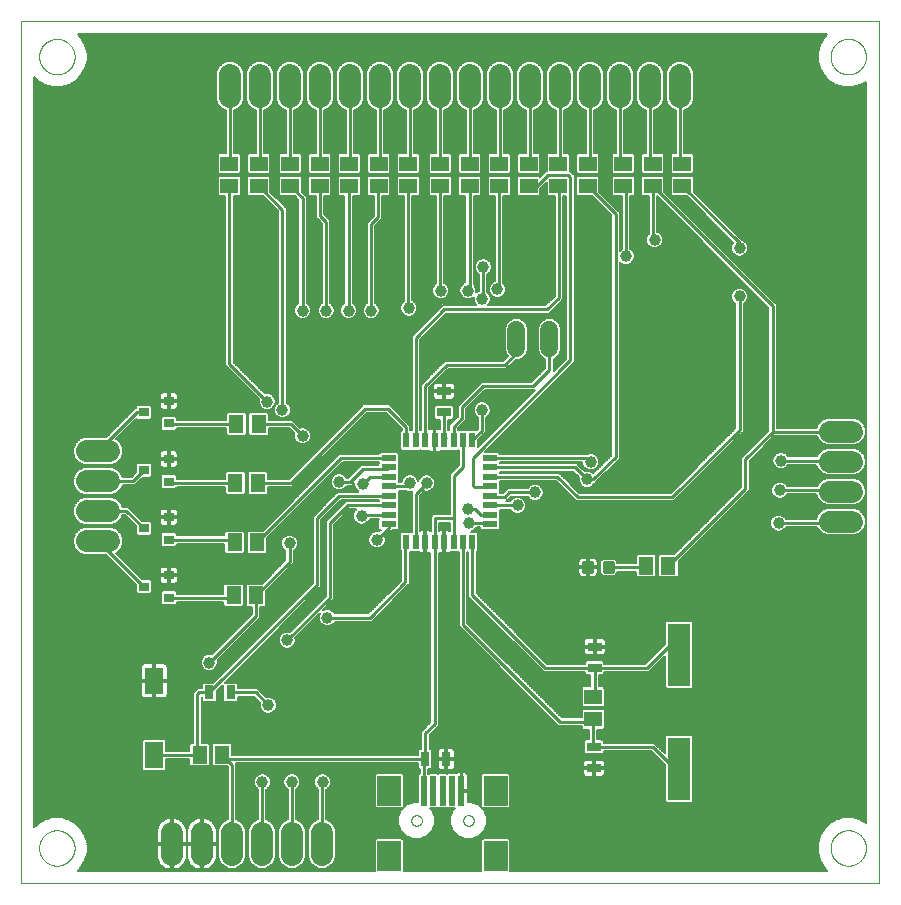
<source format=gtl>
G75*
%MOIN*%
%OFA0B0*%
%FSLAX25Y25*%
%IPPOS*%
%LPD*%
%AMOC8*
5,1,8,0,0,1.08239X$1,22.5*
%
%ADD10C,0.00000*%
%ADD11R,0.03150X0.04724*%
%ADD12R,0.04724X0.03150*%
%ADD13C,0.01181*%
%ADD14C,0.07400*%
%ADD15R,0.01969X0.09843*%
%ADD16R,0.07874X0.09843*%
%ADD17C,0.06000*%
%ADD18R,0.03543X0.03150*%
%ADD19R,0.05906X0.05118*%
%ADD20R,0.05118X0.05906*%
%ADD21R,0.06299X0.09055*%
%ADD22R,0.02200X0.05000*%
%ADD23R,0.05000X0.02200*%
%ADD24R,0.07600X0.21000*%
%ADD25C,0.01000*%
%ADD26C,0.00600*%
%ADD27C,0.03962*%
%ADD28C,0.03900*%
D10*
X0012717Y0009174D02*
X0012717Y0296576D01*
X0298662Y0296576D01*
X0298662Y0009174D01*
X0012717Y0009174D01*
X0018622Y0020985D02*
X0018624Y0021138D01*
X0018630Y0021292D01*
X0018640Y0021445D01*
X0018654Y0021597D01*
X0018672Y0021750D01*
X0018694Y0021901D01*
X0018719Y0022052D01*
X0018749Y0022203D01*
X0018783Y0022353D01*
X0018820Y0022501D01*
X0018861Y0022649D01*
X0018906Y0022795D01*
X0018955Y0022941D01*
X0019008Y0023085D01*
X0019064Y0023227D01*
X0019124Y0023368D01*
X0019188Y0023508D01*
X0019255Y0023646D01*
X0019326Y0023782D01*
X0019401Y0023916D01*
X0019478Y0024048D01*
X0019560Y0024178D01*
X0019644Y0024306D01*
X0019732Y0024432D01*
X0019823Y0024555D01*
X0019917Y0024676D01*
X0020015Y0024794D01*
X0020115Y0024910D01*
X0020219Y0025023D01*
X0020325Y0025134D01*
X0020434Y0025242D01*
X0020546Y0025347D01*
X0020660Y0025448D01*
X0020778Y0025547D01*
X0020897Y0025643D01*
X0021019Y0025736D01*
X0021144Y0025825D01*
X0021271Y0025912D01*
X0021400Y0025994D01*
X0021531Y0026074D01*
X0021664Y0026150D01*
X0021799Y0026223D01*
X0021936Y0026292D01*
X0022075Y0026357D01*
X0022215Y0026419D01*
X0022357Y0026477D01*
X0022500Y0026532D01*
X0022645Y0026583D01*
X0022791Y0026630D01*
X0022938Y0026673D01*
X0023086Y0026712D01*
X0023235Y0026748D01*
X0023385Y0026779D01*
X0023536Y0026807D01*
X0023687Y0026831D01*
X0023840Y0026851D01*
X0023992Y0026867D01*
X0024145Y0026879D01*
X0024298Y0026887D01*
X0024451Y0026891D01*
X0024605Y0026891D01*
X0024758Y0026887D01*
X0024911Y0026879D01*
X0025064Y0026867D01*
X0025216Y0026851D01*
X0025369Y0026831D01*
X0025520Y0026807D01*
X0025671Y0026779D01*
X0025821Y0026748D01*
X0025970Y0026712D01*
X0026118Y0026673D01*
X0026265Y0026630D01*
X0026411Y0026583D01*
X0026556Y0026532D01*
X0026699Y0026477D01*
X0026841Y0026419D01*
X0026981Y0026357D01*
X0027120Y0026292D01*
X0027257Y0026223D01*
X0027392Y0026150D01*
X0027525Y0026074D01*
X0027656Y0025994D01*
X0027785Y0025912D01*
X0027912Y0025825D01*
X0028037Y0025736D01*
X0028159Y0025643D01*
X0028278Y0025547D01*
X0028396Y0025448D01*
X0028510Y0025347D01*
X0028622Y0025242D01*
X0028731Y0025134D01*
X0028837Y0025023D01*
X0028941Y0024910D01*
X0029041Y0024794D01*
X0029139Y0024676D01*
X0029233Y0024555D01*
X0029324Y0024432D01*
X0029412Y0024306D01*
X0029496Y0024178D01*
X0029578Y0024048D01*
X0029655Y0023916D01*
X0029730Y0023782D01*
X0029801Y0023646D01*
X0029868Y0023508D01*
X0029932Y0023368D01*
X0029992Y0023227D01*
X0030048Y0023085D01*
X0030101Y0022941D01*
X0030150Y0022795D01*
X0030195Y0022649D01*
X0030236Y0022501D01*
X0030273Y0022353D01*
X0030307Y0022203D01*
X0030337Y0022052D01*
X0030362Y0021901D01*
X0030384Y0021750D01*
X0030402Y0021597D01*
X0030416Y0021445D01*
X0030426Y0021292D01*
X0030432Y0021138D01*
X0030434Y0020985D01*
X0030432Y0020832D01*
X0030426Y0020678D01*
X0030416Y0020525D01*
X0030402Y0020373D01*
X0030384Y0020220D01*
X0030362Y0020069D01*
X0030337Y0019918D01*
X0030307Y0019767D01*
X0030273Y0019617D01*
X0030236Y0019469D01*
X0030195Y0019321D01*
X0030150Y0019175D01*
X0030101Y0019029D01*
X0030048Y0018885D01*
X0029992Y0018743D01*
X0029932Y0018602D01*
X0029868Y0018462D01*
X0029801Y0018324D01*
X0029730Y0018188D01*
X0029655Y0018054D01*
X0029578Y0017922D01*
X0029496Y0017792D01*
X0029412Y0017664D01*
X0029324Y0017538D01*
X0029233Y0017415D01*
X0029139Y0017294D01*
X0029041Y0017176D01*
X0028941Y0017060D01*
X0028837Y0016947D01*
X0028731Y0016836D01*
X0028622Y0016728D01*
X0028510Y0016623D01*
X0028396Y0016522D01*
X0028278Y0016423D01*
X0028159Y0016327D01*
X0028037Y0016234D01*
X0027912Y0016145D01*
X0027785Y0016058D01*
X0027656Y0015976D01*
X0027525Y0015896D01*
X0027392Y0015820D01*
X0027257Y0015747D01*
X0027120Y0015678D01*
X0026981Y0015613D01*
X0026841Y0015551D01*
X0026699Y0015493D01*
X0026556Y0015438D01*
X0026411Y0015387D01*
X0026265Y0015340D01*
X0026118Y0015297D01*
X0025970Y0015258D01*
X0025821Y0015222D01*
X0025671Y0015191D01*
X0025520Y0015163D01*
X0025369Y0015139D01*
X0025216Y0015119D01*
X0025064Y0015103D01*
X0024911Y0015091D01*
X0024758Y0015083D01*
X0024605Y0015079D01*
X0024451Y0015079D01*
X0024298Y0015083D01*
X0024145Y0015091D01*
X0023992Y0015103D01*
X0023840Y0015119D01*
X0023687Y0015139D01*
X0023536Y0015163D01*
X0023385Y0015191D01*
X0023235Y0015222D01*
X0023086Y0015258D01*
X0022938Y0015297D01*
X0022791Y0015340D01*
X0022645Y0015387D01*
X0022500Y0015438D01*
X0022357Y0015493D01*
X0022215Y0015551D01*
X0022075Y0015613D01*
X0021936Y0015678D01*
X0021799Y0015747D01*
X0021664Y0015820D01*
X0021531Y0015896D01*
X0021400Y0015976D01*
X0021271Y0016058D01*
X0021144Y0016145D01*
X0021019Y0016234D01*
X0020897Y0016327D01*
X0020778Y0016423D01*
X0020660Y0016522D01*
X0020546Y0016623D01*
X0020434Y0016728D01*
X0020325Y0016836D01*
X0020219Y0016947D01*
X0020115Y0017060D01*
X0020015Y0017176D01*
X0019917Y0017294D01*
X0019823Y0017415D01*
X0019732Y0017538D01*
X0019644Y0017664D01*
X0019560Y0017792D01*
X0019478Y0017922D01*
X0019401Y0018054D01*
X0019326Y0018188D01*
X0019255Y0018324D01*
X0019188Y0018462D01*
X0019124Y0018602D01*
X0019064Y0018743D01*
X0019008Y0018885D01*
X0018955Y0019029D01*
X0018906Y0019175D01*
X0018861Y0019321D01*
X0018820Y0019469D01*
X0018783Y0019617D01*
X0018749Y0019767D01*
X0018719Y0019918D01*
X0018694Y0020069D01*
X0018672Y0020220D01*
X0018654Y0020373D01*
X0018640Y0020525D01*
X0018630Y0020678D01*
X0018624Y0020832D01*
X0018622Y0020985D01*
X0142638Y0030158D02*
X0142640Y0030242D01*
X0142646Y0030325D01*
X0142656Y0030408D01*
X0142670Y0030491D01*
X0142687Y0030573D01*
X0142709Y0030654D01*
X0142734Y0030733D01*
X0142763Y0030812D01*
X0142796Y0030889D01*
X0142832Y0030964D01*
X0142872Y0031038D01*
X0142915Y0031110D01*
X0142962Y0031179D01*
X0143012Y0031246D01*
X0143065Y0031311D01*
X0143121Y0031373D01*
X0143179Y0031433D01*
X0143241Y0031490D01*
X0143305Y0031543D01*
X0143372Y0031594D01*
X0143441Y0031641D01*
X0143512Y0031686D01*
X0143585Y0031726D01*
X0143660Y0031763D01*
X0143737Y0031797D01*
X0143815Y0031827D01*
X0143894Y0031853D01*
X0143975Y0031876D01*
X0144057Y0031894D01*
X0144139Y0031909D01*
X0144222Y0031920D01*
X0144305Y0031927D01*
X0144389Y0031930D01*
X0144473Y0031929D01*
X0144556Y0031924D01*
X0144640Y0031915D01*
X0144722Y0031902D01*
X0144804Y0031886D01*
X0144885Y0031865D01*
X0144966Y0031841D01*
X0145044Y0031813D01*
X0145122Y0031781D01*
X0145198Y0031745D01*
X0145272Y0031706D01*
X0145344Y0031664D01*
X0145414Y0031618D01*
X0145482Y0031569D01*
X0145547Y0031517D01*
X0145610Y0031462D01*
X0145670Y0031404D01*
X0145728Y0031343D01*
X0145782Y0031279D01*
X0145834Y0031213D01*
X0145882Y0031145D01*
X0145927Y0031074D01*
X0145968Y0031001D01*
X0146007Y0030927D01*
X0146041Y0030851D01*
X0146072Y0030773D01*
X0146099Y0030694D01*
X0146123Y0030613D01*
X0146142Y0030532D01*
X0146158Y0030450D01*
X0146170Y0030367D01*
X0146178Y0030283D01*
X0146182Y0030200D01*
X0146182Y0030116D01*
X0146178Y0030033D01*
X0146170Y0029949D01*
X0146158Y0029866D01*
X0146142Y0029784D01*
X0146123Y0029703D01*
X0146099Y0029622D01*
X0146072Y0029543D01*
X0146041Y0029465D01*
X0146007Y0029389D01*
X0145968Y0029315D01*
X0145927Y0029242D01*
X0145882Y0029171D01*
X0145834Y0029103D01*
X0145782Y0029037D01*
X0145728Y0028973D01*
X0145670Y0028912D01*
X0145610Y0028854D01*
X0145547Y0028799D01*
X0145482Y0028747D01*
X0145414Y0028698D01*
X0145344Y0028652D01*
X0145272Y0028610D01*
X0145198Y0028571D01*
X0145122Y0028535D01*
X0145044Y0028503D01*
X0144966Y0028475D01*
X0144885Y0028451D01*
X0144804Y0028430D01*
X0144722Y0028414D01*
X0144640Y0028401D01*
X0144556Y0028392D01*
X0144473Y0028387D01*
X0144389Y0028386D01*
X0144305Y0028389D01*
X0144222Y0028396D01*
X0144139Y0028407D01*
X0144057Y0028422D01*
X0143975Y0028440D01*
X0143894Y0028463D01*
X0143815Y0028489D01*
X0143737Y0028519D01*
X0143660Y0028553D01*
X0143585Y0028590D01*
X0143512Y0028630D01*
X0143441Y0028675D01*
X0143372Y0028722D01*
X0143305Y0028773D01*
X0143241Y0028826D01*
X0143179Y0028883D01*
X0143121Y0028943D01*
X0143065Y0029005D01*
X0143012Y0029070D01*
X0142962Y0029137D01*
X0142915Y0029206D01*
X0142872Y0029278D01*
X0142832Y0029352D01*
X0142796Y0029427D01*
X0142763Y0029504D01*
X0142734Y0029583D01*
X0142709Y0029662D01*
X0142687Y0029743D01*
X0142670Y0029825D01*
X0142656Y0029908D01*
X0142646Y0029991D01*
X0142640Y0030074D01*
X0142638Y0030158D01*
X0159961Y0030158D02*
X0159963Y0030242D01*
X0159969Y0030325D01*
X0159979Y0030408D01*
X0159993Y0030491D01*
X0160010Y0030573D01*
X0160032Y0030654D01*
X0160057Y0030733D01*
X0160086Y0030812D01*
X0160119Y0030889D01*
X0160155Y0030964D01*
X0160195Y0031038D01*
X0160238Y0031110D01*
X0160285Y0031179D01*
X0160335Y0031246D01*
X0160388Y0031311D01*
X0160444Y0031373D01*
X0160502Y0031433D01*
X0160564Y0031490D01*
X0160628Y0031543D01*
X0160695Y0031594D01*
X0160764Y0031641D01*
X0160835Y0031686D01*
X0160908Y0031726D01*
X0160983Y0031763D01*
X0161060Y0031797D01*
X0161138Y0031827D01*
X0161217Y0031853D01*
X0161298Y0031876D01*
X0161380Y0031894D01*
X0161462Y0031909D01*
X0161545Y0031920D01*
X0161628Y0031927D01*
X0161712Y0031930D01*
X0161796Y0031929D01*
X0161879Y0031924D01*
X0161963Y0031915D01*
X0162045Y0031902D01*
X0162127Y0031886D01*
X0162208Y0031865D01*
X0162289Y0031841D01*
X0162367Y0031813D01*
X0162445Y0031781D01*
X0162521Y0031745D01*
X0162595Y0031706D01*
X0162667Y0031664D01*
X0162737Y0031618D01*
X0162805Y0031569D01*
X0162870Y0031517D01*
X0162933Y0031462D01*
X0162993Y0031404D01*
X0163051Y0031343D01*
X0163105Y0031279D01*
X0163157Y0031213D01*
X0163205Y0031145D01*
X0163250Y0031074D01*
X0163291Y0031001D01*
X0163330Y0030927D01*
X0163364Y0030851D01*
X0163395Y0030773D01*
X0163422Y0030694D01*
X0163446Y0030613D01*
X0163465Y0030532D01*
X0163481Y0030450D01*
X0163493Y0030367D01*
X0163501Y0030283D01*
X0163505Y0030200D01*
X0163505Y0030116D01*
X0163501Y0030033D01*
X0163493Y0029949D01*
X0163481Y0029866D01*
X0163465Y0029784D01*
X0163446Y0029703D01*
X0163422Y0029622D01*
X0163395Y0029543D01*
X0163364Y0029465D01*
X0163330Y0029389D01*
X0163291Y0029315D01*
X0163250Y0029242D01*
X0163205Y0029171D01*
X0163157Y0029103D01*
X0163105Y0029037D01*
X0163051Y0028973D01*
X0162993Y0028912D01*
X0162933Y0028854D01*
X0162870Y0028799D01*
X0162805Y0028747D01*
X0162737Y0028698D01*
X0162667Y0028652D01*
X0162595Y0028610D01*
X0162521Y0028571D01*
X0162445Y0028535D01*
X0162367Y0028503D01*
X0162289Y0028475D01*
X0162208Y0028451D01*
X0162127Y0028430D01*
X0162045Y0028414D01*
X0161963Y0028401D01*
X0161879Y0028392D01*
X0161796Y0028387D01*
X0161712Y0028386D01*
X0161628Y0028389D01*
X0161545Y0028396D01*
X0161462Y0028407D01*
X0161380Y0028422D01*
X0161298Y0028440D01*
X0161217Y0028463D01*
X0161138Y0028489D01*
X0161060Y0028519D01*
X0160983Y0028553D01*
X0160908Y0028590D01*
X0160835Y0028630D01*
X0160764Y0028675D01*
X0160695Y0028722D01*
X0160628Y0028773D01*
X0160564Y0028826D01*
X0160502Y0028883D01*
X0160444Y0028943D01*
X0160388Y0029005D01*
X0160335Y0029070D01*
X0160285Y0029137D01*
X0160238Y0029206D01*
X0160195Y0029278D01*
X0160155Y0029352D01*
X0160119Y0029427D01*
X0160086Y0029504D01*
X0160057Y0029583D01*
X0160032Y0029662D01*
X0160010Y0029743D01*
X0159993Y0029825D01*
X0159979Y0029908D01*
X0159969Y0029991D01*
X0159963Y0030074D01*
X0159961Y0030158D01*
X0282402Y0020985D02*
X0282404Y0021138D01*
X0282410Y0021292D01*
X0282420Y0021445D01*
X0282434Y0021597D01*
X0282452Y0021750D01*
X0282474Y0021901D01*
X0282499Y0022052D01*
X0282529Y0022203D01*
X0282563Y0022353D01*
X0282600Y0022501D01*
X0282641Y0022649D01*
X0282686Y0022795D01*
X0282735Y0022941D01*
X0282788Y0023085D01*
X0282844Y0023227D01*
X0282904Y0023368D01*
X0282968Y0023508D01*
X0283035Y0023646D01*
X0283106Y0023782D01*
X0283181Y0023916D01*
X0283258Y0024048D01*
X0283340Y0024178D01*
X0283424Y0024306D01*
X0283512Y0024432D01*
X0283603Y0024555D01*
X0283697Y0024676D01*
X0283795Y0024794D01*
X0283895Y0024910D01*
X0283999Y0025023D01*
X0284105Y0025134D01*
X0284214Y0025242D01*
X0284326Y0025347D01*
X0284440Y0025448D01*
X0284558Y0025547D01*
X0284677Y0025643D01*
X0284799Y0025736D01*
X0284924Y0025825D01*
X0285051Y0025912D01*
X0285180Y0025994D01*
X0285311Y0026074D01*
X0285444Y0026150D01*
X0285579Y0026223D01*
X0285716Y0026292D01*
X0285855Y0026357D01*
X0285995Y0026419D01*
X0286137Y0026477D01*
X0286280Y0026532D01*
X0286425Y0026583D01*
X0286571Y0026630D01*
X0286718Y0026673D01*
X0286866Y0026712D01*
X0287015Y0026748D01*
X0287165Y0026779D01*
X0287316Y0026807D01*
X0287467Y0026831D01*
X0287620Y0026851D01*
X0287772Y0026867D01*
X0287925Y0026879D01*
X0288078Y0026887D01*
X0288231Y0026891D01*
X0288385Y0026891D01*
X0288538Y0026887D01*
X0288691Y0026879D01*
X0288844Y0026867D01*
X0288996Y0026851D01*
X0289149Y0026831D01*
X0289300Y0026807D01*
X0289451Y0026779D01*
X0289601Y0026748D01*
X0289750Y0026712D01*
X0289898Y0026673D01*
X0290045Y0026630D01*
X0290191Y0026583D01*
X0290336Y0026532D01*
X0290479Y0026477D01*
X0290621Y0026419D01*
X0290761Y0026357D01*
X0290900Y0026292D01*
X0291037Y0026223D01*
X0291172Y0026150D01*
X0291305Y0026074D01*
X0291436Y0025994D01*
X0291565Y0025912D01*
X0291692Y0025825D01*
X0291817Y0025736D01*
X0291939Y0025643D01*
X0292058Y0025547D01*
X0292176Y0025448D01*
X0292290Y0025347D01*
X0292402Y0025242D01*
X0292511Y0025134D01*
X0292617Y0025023D01*
X0292721Y0024910D01*
X0292821Y0024794D01*
X0292919Y0024676D01*
X0293013Y0024555D01*
X0293104Y0024432D01*
X0293192Y0024306D01*
X0293276Y0024178D01*
X0293358Y0024048D01*
X0293435Y0023916D01*
X0293510Y0023782D01*
X0293581Y0023646D01*
X0293648Y0023508D01*
X0293712Y0023368D01*
X0293772Y0023227D01*
X0293828Y0023085D01*
X0293881Y0022941D01*
X0293930Y0022795D01*
X0293975Y0022649D01*
X0294016Y0022501D01*
X0294053Y0022353D01*
X0294087Y0022203D01*
X0294117Y0022052D01*
X0294142Y0021901D01*
X0294164Y0021750D01*
X0294182Y0021597D01*
X0294196Y0021445D01*
X0294206Y0021292D01*
X0294212Y0021138D01*
X0294214Y0020985D01*
X0294212Y0020832D01*
X0294206Y0020678D01*
X0294196Y0020525D01*
X0294182Y0020373D01*
X0294164Y0020220D01*
X0294142Y0020069D01*
X0294117Y0019918D01*
X0294087Y0019767D01*
X0294053Y0019617D01*
X0294016Y0019469D01*
X0293975Y0019321D01*
X0293930Y0019175D01*
X0293881Y0019029D01*
X0293828Y0018885D01*
X0293772Y0018743D01*
X0293712Y0018602D01*
X0293648Y0018462D01*
X0293581Y0018324D01*
X0293510Y0018188D01*
X0293435Y0018054D01*
X0293358Y0017922D01*
X0293276Y0017792D01*
X0293192Y0017664D01*
X0293104Y0017538D01*
X0293013Y0017415D01*
X0292919Y0017294D01*
X0292821Y0017176D01*
X0292721Y0017060D01*
X0292617Y0016947D01*
X0292511Y0016836D01*
X0292402Y0016728D01*
X0292290Y0016623D01*
X0292176Y0016522D01*
X0292058Y0016423D01*
X0291939Y0016327D01*
X0291817Y0016234D01*
X0291692Y0016145D01*
X0291565Y0016058D01*
X0291436Y0015976D01*
X0291305Y0015896D01*
X0291172Y0015820D01*
X0291037Y0015747D01*
X0290900Y0015678D01*
X0290761Y0015613D01*
X0290621Y0015551D01*
X0290479Y0015493D01*
X0290336Y0015438D01*
X0290191Y0015387D01*
X0290045Y0015340D01*
X0289898Y0015297D01*
X0289750Y0015258D01*
X0289601Y0015222D01*
X0289451Y0015191D01*
X0289300Y0015163D01*
X0289149Y0015139D01*
X0288996Y0015119D01*
X0288844Y0015103D01*
X0288691Y0015091D01*
X0288538Y0015083D01*
X0288385Y0015079D01*
X0288231Y0015079D01*
X0288078Y0015083D01*
X0287925Y0015091D01*
X0287772Y0015103D01*
X0287620Y0015119D01*
X0287467Y0015139D01*
X0287316Y0015163D01*
X0287165Y0015191D01*
X0287015Y0015222D01*
X0286866Y0015258D01*
X0286718Y0015297D01*
X0286571Y0015340D01*
X0286425Y0015387D01*
X0286280Y0015438D01*
X0286137Y0015493D01*
X0285995Y0015551D01*
X0285855Y0015613D01*
X0285716Y0015678D01*
X0285579Y0015747D01*
X0285444Y0015820D01*
X0285311Y0015896D01*
X0285180Y0015976D01*
X0285051Y0016058D01*
X0284924Y0016145D01*
X0284799Y0016234D01*
X0284677Y0016327D01*
X0284558Y0016423D01*
X0284440Y0016522D01*
X0284326Y0016623D01*
X0284214Y0016728D01*
X0284105Y0016836D01*
X0283999Y0016947D01*
X0283895Y0017060D01*
X0283795Y0017176D01*
X0283697Y0017294D01*
X0283603Y0017415D01*
X0283512Y0017538D01*
X0283424Y0017664D01*
X0283340Y0017792D01*
X0283258Y0017922D01*
X0283181Y0018054D01*
X0283106Y0018188D01*
X0283035Y0018324D01*
X0282968Y0018462D01*
X0282904Y0018602D01*
X0282844Y0018743D01*
X0282788Y0018885D01*
X0282735Y0019029D01*
X0282686Y0019175D01*
X0282641Y0019321D01*
X0282600Y0019469D01*
X0282563Y0019617D01*
X0282529Y0019767D01*
X0282499Y0019918D01*
X0282474Y0020069D01*
X0282452Y0020220D01*
X0282434Y0020373D01*
X0282420Y0020525D01*
X0282410Y0020678D01*
X0282404Y0020832D01*
X0282402Y0020985D01*
X0282402Y0284765D02*
X0282404Y0284918D01*
X0282410Y0285072D01*
X0282420Y0285225D01*
X0282434Y0285377D01*
X0282452Y0285530D01*
X0282474Y0285681D01*
X0282499Y0285832D01*
X0282529Y0285983D01*
X0282563Y0286133D01*
X0282600Y0286281D01*
X0282641Y0286429D01*
X0282686Y0286575D01*
X0282735Y0286721D01*
X0282788Y0286865D01*
X0282844Y0287007D01*
X0282904Y0287148D01*
X0282968Y0287288D01*
X0283035Y0287426D01*
X0283106Y0287562D01*
X0283181Y0287696D01*
X0283258Y0287828D01*
X0283340Y0287958D01*
X0283424Y0288086D01*
X0283512Y0288212D01*
X0283603Y0288335D01*
X0283697Y0288456D01*
X0283795Y0288574D01*
X0283895Y0288690D01*
X0283999Y0288803D01*
X0284105Y0288914D01*
X0284214Y0289022D01*
X0284326Y0289127D01*
X0284440Y0289228D01*
X0284558Y0289327D01*
X0284677Y0289423D01*
X0284799Y0289516D01*
X0284924Y0289605D01*
X0285051Y0289692D01*
X0285180Y0289774D01*
X0285311Y0289854D01*
X0285444Y0289930D01*
X0285579Y0290003D01*
X0285716Y0290072D01*
X0285855Y0290137D01*
X0285995Y0290199D01*
X0286137Y0290257D01*
X0286280Y0290312D01*
X0286425Y0290363D01*
X0286571Y0290410D01*
X0286718Y0290453D01*
X0286866Y0290492D01*
X0287015Y0290528D01*
X0287165Y0290559D01*
X0287316Y0290587D01*
X0287467Y0290611D01*
X0287620Y0290631D01*
X0287772Y0290647D01*
X0287925Y0290659D01*
X0288078Y0290667D01*
X0288231Y0290671D01*
X0288385Y0290671D01*
X0288538Y0290667D01*
X0288691Y0290659D01*
X0288844Y0290647D01*
X0288996Y0290631D01*
X0289149Y0290611D01*
X0289300Y0290587D01*
X0289451Y0290559D01*
X0289601Y0290528D01*
X0289750Y0290492D01*
X0289898Y0290453D01*
X0290045Y0290410D01*
X0290191Y0290363D01*
X0290336Y0290312D01*
X0290479Y0290257D01*
X0290621Y0290199D01*
X0290761Y0290137D01*
X0290900Y0290072D01*
X0291037Y0290003D01*
X0291172Y0289930D01*
X0291305Y0289854D01*
X0291436Y0289774D01*
X0291565Y0289692D01*
X0291692Y0289605D01*
X0291817Y0289516D01*
X0291939Y0289423D01*
X0292058Y0289327D01*
X0292176Y0289228D01*
X0292290Y0289127D01*
X0292402Y0289022D01*
X0292511Y0288914D01*
X0292617Y0288803D01*
X0292721Y0288690D01*
X0292821Y0288574D01*
X0292919Y0288456D01*
X0293013Y0288335D01*
X0293104Y0288212D01*
X0293192Y0288086D01*
X0293276Y0287958D01*
X0293358Y0287828D01*
X0293435Y0287696D01*
X0293510Y0287562D01*
X0293581Y0287426D01*
X0293648Y0287288D01*
X0293712Y0287148D01*
X0293772Y0287007D01*
X0293828Y0286865D01*
X0293881Y0286721D01*
X0293930Y0286575D01*
X0293975Y0286429D01*
X0294016Y0286281D01*
X0294053Y0286133D01*
X0294087Y0285983D01*
X0294117Y0285832D01*
X0294142Y0285681D01*
X0294164Y0285530D01*
X0294182Y0285377D01*
X0294196Y0285225D01*
X0294206Y0285072D01*
X0294212Y0284918D01*
X0294214Y0284765D01*
X0294212Y0284612D01*
X0294206Y0284458D01*
X0294196Y0284305D01*
X0294182Y0284153D01*
X0294164Y0284000D01*
X0294142Y0283849D01*
X0294117Y0283698D01*
X0294087Y0283547D01*
X0294053Y0283397D01*
X0294016Y0283249D01*
X0293975Y0283101D01*
X0293930Y0282955D01*
X0293881Y0282809D01*
X0293828Y0282665D01*
X0293772Y0282523D01*
X0293712Y0282382D01*
X0293648Y0282242D01*
X0293581Y0282104D01*
X0293510Y0281968D01*
X0293435Y0281834D01*
X0293358Y0281702D01*
X0293276Y0281572D01*
X0293192Y0281444D01*
X0293104Y0281318D01*
X0293013Y0281195D01*
X0292919Y0281074D01*
X0292821Y0280956D01*
X0292721Y0280840D01*
X0292617Y0280727D01*
X0292511Y0280616D01*
X0292402Y0280508D01*
X0292290Y0280403D01*
X0292176Y0280302D01*
X0292058Y0280203D01*
X0291939Y0280107D01*
X0291817Y0280014D01*
X0291692Y0279925D01*
X0291565Y0279838D01*
X0291436Y0279756D01*
X0291305Y0279676D01*
X0291172Y0279600D01*
X0291037Y0279527D01*
X0290900Y0279458D01*
X0290761Y0279393D01*
X0290621Y0279331D01*
X0290479Y0279273D01*
X0290336Y0279218D01*
X0290191Y0279167D01*
X0290045Y0279120D01*
X0289898Y0279077D01*
X0289750Y0279038D01*
X0289601Y0279002D01*
X0289451Y0278971D01*
X0289300Y0278943D01*
X0289149Y0278919D01*
X0288996Y0278899D01*
X0288844Y0278883D01*
X0288691Y0278871D01*
X0288538Y0278863D01*
X0288385Y0278859D01*
X0288231Y0278859D01*
X0288078Y0278863D01*
X0287925Y0278871D01*
X0287772Y0278883D01*
X0287620Y0278899D01*
X0287467Y0278919D01*
X0287316Y0278943D01*
X0287165Y0278971D01*
X0287015Y0279002D01*
X0286866Y0279038D01*
X0286718Y0279077D01*
X0286571Y0279120D01*
X0286425Y0279167D01*
X0286280Y0279218D01*
X0286137Y0279273D01*
X0285995Y0279331D01*
X0285855Y0279393D01*
X0285716Y0279458D01*
X0285579Y0279527D01*
X0285444Y0279600D01*
X0285311Y0279676D01*
X0285180Y0279756D01*
X0285051Y0279838D01*
X0284924Y0279925D01*
X0284799Y0280014D01*
X0284677Y0280107D01*
X0284558Y0280203D01*
X0284440Y0280302D01*
X0284326Y0280403D01*
X0284214Y0280508D01*
X0284105Y0280616D01*
X0283999Y0280727D01*
X0283895Y0280840D01*
X0283795Y0280956D01*
X0283697Y0281074D01*
X0283603Y0281195D01*
X0283512Y0281318D01*
X0283424Y0281444D01*
X0283340Y0281572D01*
X0283258Y0281702D01*
X0283181Y0281834D01*
X0283106Y0281968D01*
X0283035Y0282104D01*
X0282968Y0282242D01*
X0282904Y0282382D01*
X0282844Y0282523D01*
X0282788Y0282665D01*
X0282735Y0282809D01*
X0282686Y0282955D01*
X0282641Y0283101D01*
X0282600Y0283249D01*
X0282563Y0283397D01*
X0282529Y0283547D01*
X0282499Y0283698D01*
X0282474Y0283849D01*
X0282452Y0284000D01*
X0282434Y0284153D01*
X0282420Y0284305D01*
X0282410Y0284458D01*
X0282404Y0284612D01*
X0282402Y0284765D01*
X0018622Y0284765D02*
X0018624Y0284918D01*
X0018630Y0285072D01*
X0018640Y0285225D01*
X0018654Y0285377D01*
X0018672Y0285530D01*
X0018694Y0285681D01*
X0018719Y0285832D01*
X0018749Y0285983D01*
X0018783Y0286133D01*
X0018820Y0286281D01*
X0018861Y0286429D01*
X0018906Y0286575D01*
X0018955Y0286721D01*
X0019008Y0286865D01*
X0019064Y0287007D01*
X0019124Y0287148D01*
X0019188Y0287288D01*
X0019255Y0287426D01*
X0019326Y0287562D01*
X0019401Y0287696D01*
X0019478Y0287828D01*
X0019560Y0287958D01*
X0019644Y0288086D01*
X0019732Y0288212D01*
X0019823Y0288335D01*
X0019917Y0288456D01*
X0020015Y0288574D01*
X0020115Y0288690D01*
X0020219Y0288803D01*
X0020325Y0288914D01*
X0020434Y0289022D01*
X0020546Y0289127D01*
X0020660Y0289228D01*
X0020778Y0289327D01*
X0020897Y0289423D01*
X0021019Y0289516D01*
X0021144Y0289605D01*
X0021271Y0289692D01*
X0021400Y0289774D01*
X0021531Y0289854D01*
X0021664Y0289930D01*
X0021799Y0290003D01*
X0021936Y0290072D01*
X0022075Y0290137D01*
X0022215Y0290199D01*
X0022357Y0290257D01*
X0022500Y0290312D01*
X0022645Y0290363D01*
X0022791Y0290410D01*
X0022938Y0290453D01*
X0023086Y0290492D01*
X0023235Y0290528D01*
X0023385Y0290559D01*
X0023536Y0290587D01*
X0023687Y0290611D01*
X0023840Y0290631D01*
X0023992Y0290647D01*
X0024145Y0290659D01*
X0024298Y0290667D01*
X0024451Y0290671D01*
X0024605Y0290671D01*
X0024758Y0290667D01*
X0024911Y0290659D01*
X0025064Y0290647D01*
X0025216Y0290631D01*
X0025369Y0290611D01*
X0025520Y0290587D01*
X0025671Y0290559D01*
X0025821Y0290528D01*
X0025970Y0290492D01*
X0026118Y0290453D01*
X0026265Y0290410D01*
X0026411Y0290363D01*
X0026556Y0290312D01*
X0026699Y0290257D01*
X0026841Y0290199D01*
X0026981Y0290137D01*
X0027120Y0290072D01*
X0027257Y0290003D01*
X0027392Y0289930D01*
X0027525Y0289854D01*
X0027656Y0289774D01*
X0027785Y0289692D01*
X0027912Y0289605D01*
X0028037Y0289516D01*
X0028159Y0289423D01*
X0028278Y0289327D01*
X0028396Y0289228D01*
X0028510Y0289127D01*
X0028622Y0289022D01*
X0028731Y0288914D01*
X0028837Y0288803D01*
X0028941Y0288690D01*
X0029041Y0288574D01*
X0029139Y0288456D01*
X0029233Y0288335D01*
X0029324Y0288212D01*
X0029412Y0288086D01*
X0029496Y0287958D01*
X0029578Y0287828D01*
X0029655Y0287696D01*
X0029730Y0287562D01*
X0029801Y0287426D01*
X0029868Y0287288D01*
X0029932Y0287148D01*
X0029992Y0287007D01*
X0030048Y0286865D01*
X0030101Y0286721D01*
X0030150Y0286575D01*
X0030195Y0286429D01*
X0030236Y0286281D01*
X0030273Y0286133D01*
X0030307Y0285983D01*
X0030337Y0285832D01*
X0030362Y0285681D01*
X0030384Y0285530D01*
X0030402Y0285377D01*
X0030416Y0285225D01*
X0030426Y0285072D01*
X0030432Y0284918D01*
X0030434Y0284765D01*
X0030432Y0284612D01*
X0030426Y0284458D01*
X0030416Y0284305D01*
X0030402Y0284153D01*
X0030384Y0284000D01*
X0030362Y0283849D01*
X0030337Y0283698D01*
X0030307Y0283547D01*
X0030273Y0283397D01*
X0030236Y0283249D01*
X0030195Y0283101D01*
X0030150Y0282955D01*
X0030101Y0282809D01*
X0030048Y0282665D01*
X0029992Y0282523D01*
X0029932Y0282382D01*
X0029868Y0282242D01*
X0029801Y0282104D01*
X0029730Y0281968D01*
X0029655Y0281834D01*
X0029578Y0281702D01*
X0029496Y0281572D01*
X0029412Y0281444D01*
X0029324Y0281318D01*
X0029233Y0281195D01*
X0029139Y0281074D01*
X0029041Y0280956D01*
X0028941Y0280840D01*
X0028837Y0280727D01*
X0028731Y0280616D01*
X0028622Y0280508D01*
X0028510Y0280403D01*
X0028396Y0280302D01*
X0028278Y0280203D01*
X0028159Y0280107D01*
X0028037Y0280014D01*
X0027912Y0279925D01*
X0027785Y0279838D01*
X0027656Y0279756D01*
X0027525Y0279676D01*
X0027392Y0279600D01*
X0027257Y0279527D01*
X0027120Y0279458D01*
X0026981Y0279393D01*
X0026841Y0279331D01*
X0026699Y0279273D01*
X0026556Y0279218D01*
X0026411Y0279167D01*
X0026265Y0279120D01*
X0026118Y0279077D01*
X0025970Y0279038D01*
X0025821Y0279002D01*
X0025671Y0278971D01*
X0025520Y0278943D01*
X0025369Y0278919D01*
X0025216Y0278899D01*
X0025064Y0278883D01*
X0024911Y0278871D01*
X0024758Y0278863D01*
X0024605Y0278859D01*
X0024451Y0278859D01*
X0024298Y0278863D01*
X0024145Y0278871D01*
X0023992Y0278883D01*
X0023840Y0278899D01*
X0023687Y0278919D01*
X0023536Y0278943D01*
X0023385Y0278971D01*
X0023235Y0279002D01*
X0023086Y0279038D01*
X0022938Y0279077D01*
X0022791Y0279120D01*
X0022645Y0279167D01*
X0022500Y0279218D01*
X0022357Y0279273D01*
X0022215Y0279331D01*
X0022075Y0279393D01*
X0021936Y0279458D01*
X0021799Y0279527D01*
X0021664Y0279600D01*
X0021531Y0279676D01*
X0021400Y0279756D01*
X0021271Y0279838D01*
X0021144Y0279925D01*
X0021019Y0280014D01*
X0020897Y0280107D01*
X0020778Y0280203D01*
X0020660Y0280302D01*
X0020546Y0280403D01*
X0020434Y0280508D01*
X0020325Y0280616D01*
X0020219Y0280727D01*
X0020115Y0280840D01*
X0020015Y0280956D01*
X0019917Y0281074D01*
X0019823Y0281195D01*
X0019732Y0281318D01*
X0019644Y0281444D01*
X0019560Y0281572D01*
X0019478Y0281702D01*
X0019401Y0281834D01*
X0019326Y0281968D01*
X0019255Y0282104D01*
X0019188Y0282242D01*
X0019124Y0282382D01*
X0019064Y0282523D01*
X0019008Y0282665D01*
X0018955Y0282809D01*
X0018906Y0282955D01*
X0018861Y0283101D01*
X0018820Y0283249D01*
X0018783Y0283397D01*
X0018749Y0283547D01*
X0018719Y0283698D01*
X0018694Y0283849D01*
X0018672Y0284000D01*
X0018654Y0284153D01*
X0018640Y0284305D01*
X0018630Y0284458D01*
X0018624Y0284612D01*
X0018622Y0284765D01*
D11*
X0075355Y0072835D03*
X0082442Y0072835D03*
X0147245Y0050631D03*
X0154331Y0050631D03*
D12*
X0203544Y0047599D03*
X0203544Y0054686D03*
X0203780Y0081024D03*
X0203780Y0088111D03*
X0153544Y0166182D03*
X0153544Y0173269D03*
D13*
X0202965Y0115906D02*
X0202965Y0113150D01*
X0200209Y0113150D01*
X0200209Y0115906D01*
X0202965Y0115906D01*
X0202965Y0114330D02*
X0200209Y0114330D01*
X0200209Y0115510D02*
X0202965Y0115510D01*
X0209871Y0115906D02*
X0209871Y0113150D01*
X0207115Y0113150D01*
X0207115Y0115906D01*
X0209871Y0115906D01*
X0209871Y0114330D02*
X0207115Y0114330D01*
X0207115Y0115510D02*
X0209871Y0115510D01*
D14*
X0282128Y0129765D02*
X0289528Y0129765D01*
X0289528Y0139765D02*
X0282128Y0139765D01*
X0282128Y0149765D02*
X0289528Y0149765D01*
X0289528Y0159765D02*
X0282128Y0159765D01*
X0232245Y0271261D02*
X0232245Y0278661D01*
X0222245Y0278661D02*
X0222245Y0271261D01*
X0212245Y0271261D02*
X0212245Y0278661D01*
X0202245Y0278661D02*
X0202245Y0271261D01*
X0192245Y0271261D02*
X0192245Y0278661D01*
X0182245Y0278661D02*
X0182245Y0271261D01*
X0172245Y0271261D02*
X0172245Y0278661D01*
X0162245Y0278661D02*
X0162245Y0271261D01*
X0152245Y0271261D02*
X0152245Y0278661D01*
X0142245Y0278661D02*
X0142245Y0271261D01*
X0132245Y0271261D02*
X0132245Y0278661D01*
X0122245Y0278661D02*
X0122245Y0271261D01*
X0112245Y0271261D02*
X0112245Y0278661D01*
X0102245Y0278661D02*
X0102245Y0271261D01*
X0092245Y0271261D02*
X0092245Y0278661D01*
X0082245Y0278661D02*
X0082245Y0271261D01*
X0042008Y0153347D02*
X0034608Y0153347D01*
X0034608Y0143347D02*
X0042008Y0143347D01*
X0042008Y0133347D02*
X0034608Y0133347D01*
X0034608Y0123347D02*
X0042008Y0123347D01*
X0062875Y0026142D02*
X0062875Y0018742D01*
X0072875Y0018742D02*
X0072875Y0026142D01*
X0082875Y0026142D02*
X0082875Y0018742D01*
X0092875Y0018742D02*
X0092875Y0026142D01*
X0102875Y0026142D02*
X0102875Y0018742D01*
X0112875Y0018742D02*
X0112875Y0026142D01*
D15*
X0146772Y0040001D03*
X0149922Y0040001D03*
X0153072Y0040001D03*
X0156221Y0040001D03*
X0159371Y0040001D03*
D16*
X0170788Y0040001D03*
X0170788Y0018347D03*
X0135355Y0018347D03*
X0135355Y0040001D03*
D17*
X0177729Y0187670D02*
X0177729Y0193670D01*
X0188729Y0193670D02*
X0188729Y0187670D01*
D18*
X0061812Y0170001D03*
X0061812Y0162520D03*
X0053544Y0166261D03*
X0061812Y0150631D03*
X0061812Y0143150D03*
X0053544Y0146891D03*
X0061812Y0131261D03*
X0061812Y0123780D03*
X0053544Y0127520D03*
X0061812Y0111891D03*
X0061812Y0104410D03*
X0053544Y0108150D03*
D19*
X0082009Y0241654D03*
X0082009Y0249135D03*
X0091851Y0249135D03*
X0091851Y0241654D03*
X0102284Y0241654D03*
X0102284Y0249135D03*
X0112127Y0249135D03*
X0112127Y0241654D03*
X0121969Y0241654D03*
X0121969Y0249135D03*
X0131812Y0249135D03*
X0131812Y0241654D03*
X0141654Y0241654D03*
X0141654Y0249135D03*
X0152284Y0249135D03*
X0152284Y0241654D03*
X0162127Y0241654D03*
X0162127Y0249135D03*
X0171969Y0249135D03*
X0171969Y0241654D03*
X0181812Y0241654D03*
X0181812Y0249135D03*
X0191654Y0249135D03*
X0191654Y0241654D03*
X0201497Y0241654D03*
X0201497Y0249135D03*
X0213308Y0249135D03*
X0213308Y0241654D03*
X0223150Y0241654D03*
X0223150Y0249135D03*
X0232993Y0249135D03*
X0232993Y0241654D03*
X0203269Y0071379D03*
X0203269Y0063898D03*
D20*
X0220906Y0115080D03*
X0228387Y0115080D03*
X0091221Y0122954D03*
X0083741Y0122954D03*
X0083426Y0105237D03*
X0090906Y0105237D03*
X0091536Y0142639D03*
X0084056Y0142639D03*
X0084371Y0162324D03*
X0091851Y0162324D03*
X0079568Y0052087D03*
X0072087Y0052087D03*
D21*
X0057009Y0051930D03*
X0057009Y0076733D03*
D22*
X0140985Y0123061D03*
X0144135Y0123061D03*
X0147284Y0123061D03*
X0150434Y0123061D03*
X0153583Y0123061D03*
X0156733Y0123061D03*
X0159883Y0123061D03*
X0163032Y0123061D03*
X0163032Y0156861D03*
X0159883Y0156861D03*
X0156733Y0156861D03*
X0153583Y0156861D03*
X0150434Y0156861D03*
X0147284Y0156861D03*
X0144135Y0156861D03*
X0140985Y0156861D03*
D23*
X0135109Y0150985D03*
X0135109Y0147835D03*
X0135109Y0144686D03*
X0135109Y0141536D03*
X0135109Y0138387D03*
X0135109Y0135237D03*
X0135109Y0132087D03*
X0135109Y0128938D03*
X0168909Y0128938D03*
X0168909Y0132087D03*
X0168909Y0135237D03*
X0168909Y0138387D03*
X0168909Y0141536D03*
X0168909Y0144686D03*
X0168909Y0147835D03*
X0168909Y0150985D03*
D24*
X0231930Y0085418D03*
X0231930Y0047418D03*
D25*
X0232796Y0046552D01*
X0232796Y0045001D01*
X0223111Y0054686D01*
X0204056Y0054686D01*
X0203269Y0055473D01*
X0203269Y0063111D01*
X0192245Y0063111D01*
X0159883Y0095473D01*
X0159883Y0123061D01*
X0156812Y0123140D02*
X0156733Y0123061D01*
X0156812Y0123140D02*
X0156812Y0130828D01*
X0156812Y0145001D01*
X0159961Y0148150D01*
X0159961Y0156783D01*
X0159883Y0156861D01*
X0163032Y0156861D02*
X0166261Y0160090D01*
X0166261Y0167048D01*
X0159568Y0167835D02*
X0159568Y0164292D01*
X0156733Y0161457D01*
X0156733Y0156861D01*
X0154331Y0157609D02*
X0153992Y0157270D01*
X0153544Y0157717D01*
X0153544Y0166182D01*
X0159568Y0167835D02*
X0166654Y0174922D01*
X0183190Y0174922D01*
X0188729Y0180461D01*
X0188729Y0190670D01*
X0195707Y0183502D02*
X0163111Y0150906D01*
X0163111Y0141851D01*
X0163505Y0141457D01*
X0168830Y0141457D01*
X0168909Y0141536D01*
X0168909Y0138387D02*
X0169381Y0137914D01*
X0173741Y0137914D01*
X0175316Y0139489D01*
X0183977Y0139489D01*
X0178072Y0135158D02*
X0168987Y0135158D01*
X0168909Y0135237D01*
X0168909Y0132087D02*
X0168830Y0132009D01*
X0165867Y0132009D01*
X0163898Y0133977D01*
X0161536Y0133977D01*
X0161930Y0129253D02*
X0168594Y0129253D01*
X0168909Y0128938D01*
X0163032Y0123061D02*
X0163032Y0105316D01*
X0187324Y0081024D01*
X0204056Y0081024D01*
X0203780Y0081024D01*
X0203780Y0071891D01*
X0203269Y0071379D01*
X0203269Y0063898D02*
X0203269Y0063111D01*
X0203544Y0054686D02*
X0204056Y0054686D01*
X0204056Y0081024D02*
X0221182Y0081024D01*
X0231221Y0091064D01*
X0231221Y0089883D01*
X0232796Y0088308D01*
X0232796Y0086284D01*
X0231930Y0085418D01*
X0231221Y0091064D02*
X0232009Y0091851D01*
X0228387Y0115080D02*
X0254056Y0140749D01*
X0254056Y0150513D01*
X0263111Y0159568D01*
X0285631Y0159568D01*
X0285828Y0159765D01*
X0285473Y0150119D02*
X0265867Y0150119D01*
X0263111Y0159568D02*
X0263111Y0201694D01*
X0223150Y0241654D01*
X0223150Y0224331D01*
X0223741Y0223741D01*
X0214292Y0218229D02*
X0214292Y0240670D01*
X0213308Y0241654D01*
X0213308Y0249135D02*
X0212245Y0250198D01*
X0212245Y0274961D01*
X0222245Y0274961D02*
X0222245Y0250040D01*
X0223150Y0249135D01*
X0232245Y0249883D02*
X0232993Y0249135D01*
X0232245Y0249883D02*
X0232245Y0274961D01*
X0202245Y0274961D02*
X0202245Y0249883D01*
X0201497Y0249135D01*
X0195707Y0244669D02*
X0195707Y0183502D01*
X0187914Y0200513D02*
X0191851Y0204450D01*
X0191851Y0241457D01*
X0191654Y0241654D01*
X0188246Y0245313D02*
X0184587Y0241654D01*
X0181812Y0241654D01*
X0188246Y0245313D02*
X0195063Y0245313D01*
X0195707Y0244669D01*
X0191654Y0249135D02*
X0192245Y0249725D01*
X0192245Y0274961D01*
X0182245Y0274961D02*
X0182245Y0249568D01*
X0181812Y0249135D01*
X0172245Y0249410D02*
X0171969Y0249135D01*
X0172245Y0249410D02*
X0172245Y0274961D01*
X0162245Y0274961D02*
X0162245Y0249253D01*
X0162127Y0249135D01*
X0162127Y0241654D02*
X0162127Y0207402D01*
X0161536Y0206812D01*
X0166261Y0204056D02*
X0166654Y0204450D01*
X0166654Y0214686D01*
X0171969Y0207796D02*
X0171379Y0207206D01*
X0171969Y0207796D02*
X0171969Y0241654D01*
X0152284Y0241654D02*
X0152284Y0207009D01*
X0152481Y0206812D01*
X0153662Y0200513D02*
X0187914Y0200513D01*
X0177729Y0190670D02*
X0177729Y0185997D01*
X0173741Y0182009D01*
X0154450Y0182009D01*
X0147284Y0174843D01*
X0147284Y0156861D01*
X0144135Y0156861D02*
X0144135Y0190985D01*
X0153662Y0200513D01*
X0141851Y0200906D02*
X0141654Y0201103D01*
X0141654Y0241654D01*
X0141654Y0249135D02*
X0142245Y0249725D01*
X0142245Y0274961D01*
X0152245Y0274961D02*
X0152245Y0249174D01*
X0152284Y0249135D01*
X0132245Y0249568D02*
X0131812Y0249135D01*
X0132245Y0249568D02*
X0132245Y0274961D01*
X0122245Y0274961D02*
X0122245Y0249410D01*
X0121969Y0249135D01*
X0121969Y0241654D02*
X0121772Y0241457D01*
X0121772Y0200119D01*
X0129253Y0200119D02*
X0129253Y0228859D01*
X0131615Y0231221D01*
X0131615Y0241457D01*
X0131812Y0241654D01*
X0112324Y0241457D02*
X0112324Y0231615D01*
X0114292Y0229646D01*
X0114292Y0200119D01*
X0106418Y0200119D02*
X0106418Y0237520D01*
X0102284Y0241654D01*
X0102284Y0249135D02*
X0102245Y0249174D01*
X0102245Y0274961D01*
X0112245Y0274961D02*
X0112245Y0249253D01*
X0112127Y0249135D01*
X0112127Y0241654D02*
X0112324Y0241457D01*
X0099725Y0233780D02*
X0099725Y0167048D01*
X0102481Y0162324D02*
X0106418Y0158387D01*
X0102481Y0162324D02*
X0091851Y0162324D01*
X0084371Y0162324D02*
X0062009Y0162324D01*
X0061812Y0162520D01*
X0053544Y0166261D02*
X0051221Y0166261D01*
X0038308Y0153347D01*
X0038308Y0143347D02*
X0050001Y0143347D01*
X0053544Y0146891D01*
X0061812Y0143150D02*
X0062324Y0142639D01*
X0084056Y0142639D01*
X0091536Y0142639D02*
X0102481Y0142639D01*
X0127284Y0167442D01*
X0134765Y0167442D01*
X0140985Y0161221D01*
X0140985Y0156861D01*
X0135109Y0150985D02*
X0119253Y0150985D01*
X0091221Y0122954D01*
X0083741Y0122954D02*
X0082914Y0123780D01*
X0061812Y0123780D01*
X0053544Y0127520D02*
X0047717Y0133347D01*
X0038308Y0133347D01*
X0038308Y0123347D02*
X0053505Y0108150D01*
X0053544Y0108150D01*
X0061812Y0104410D02*
X0082599Y0104410D01*
X0083426Y0105237D01*
X0090906Y0105237D02*
X0090906Y0098387D01*
X0075316Y0082796D01*
X0075355Y0072835D02*
X0072048Y0072835D01*
X0071379Y0072166D01*
X0071379Y0051930D01*
X0071930Y0051930D01*
X0072087Y0052087D01*
X0071379Y0051930D02*
X0057009Y0051930D01*
X0079568Y0052087D02*
X0081024Y0050631D01*
X0147245Y0050631D01*
X0147363Y0050749D01*
X0147363Y0059174D01*
X0150434Y0062245D01*
X0150434Y0123061D01*
X0150513Y0123140D01*
X0150513Y0130828D01*
X0156812Y0130828D01*
X0144135Y0123061D02*
X0144135Y0139017D01*
X0147757Y0142639D01*
X0142245Y0142639D02*
X0141143Y0141536D01*
X0135109Y0141536D01*
X0135109Y0138387D02*
X0118702Y0138387D01*
X0111143Y0130828D01*
X0111143Y0108623D01*
X0075355Y0072835D01*
X0082442Y0072835D02*
X0090788Y0072835D01*
X0095001Y0068623D01*
X0079568Y0052087D02*
X0082875Y0048780D01*
X0082875Y0022442D01*
X0092875Y0022442D02*
X0092875Y0042875D01*
X0093032Y0043032D01*
X0102875Y0043032D02*
X0102875Y0026497D01*
X0102875Y0022442D01*
X0102481Y0026103D02*
X0102875Y0026497D01*
X0112875Y0022442D02*
X0112875Y0042796D01*
X0113111Y0043032D01*
X0146772Y0042442D02*
X0146969Y0042639D01*
X0146969Y0050355D01*
X0147245Y0050631D01*
X0146772Y0042442D02*
X0146772Y0040001D01*
X0101300Y0090276D02*
X0115473Y0104450D01*
X0115473Y0129253D01*
X0121457Y0135237D01*
X0135109Y0135237D01*
X0135109Y0132087D02*
X0126576Y0132087D01*
X0126103Y0131615D01*
X0131221Y0123741D02*
X0135109Y0127628D01*
X0135109Y0128938D01*
X0140985Y0123061D02*
X0140670Y0122746D01*
X0140670Y0109568D01*
X0128859Y0097757D01*
X0114686Y0097757D01*
X0102087Y0116418D02*
X0102087Y0122560D01*
X0102087Y0116418D02*
X0090906Y0105237D01*
X0118623Y0143032D02*
X0122166Y0143032D01*
X0126497Y0147363D01*
X0134636Y0147363D01*
X0135109Y0147835D01*
X0135109Y0144686D02*
X0128938Y0144686D01*
X0126497Y0142245D01*
X0153583Y0156861D02*
X0153992Y0157270D01*
X0168909Y0150985D02*
X0201221Y0150985D01*
X0202481Y0149725D01*
X0197284Y0147835D02*
X0201300Y0143820D01*
X0203269Y0143820D01*
X0210749Y0151300D01*
X0210749Y0232402D01*
X0201497Y0241654D01*
X0232993Y0241654D02*
X0252087Y0222560D01*
X0252087Y0220985D01*
X0252087Y0204843D02*
X0252087Y0160355D01*
X0229646Y0137914D01*
X0198150Y0137914D01*
X0191379Y0144686D01*
X0168909Y0144686D01*
X0168909Y0147835D02*
X0197284Y0147835D01*
X0208493Y0114528D02*
X0220355Y0114528D01*
X0220906Y0115080D01*
X0265080Y0129253D02*
X0285316Y0129253D01*
X0285828Y0129765D01*
X0285828Y0139765D02*
X0285316Y0140276D01*
X0265473Y0140276D01*
X0285473Y0150119D02*
X0285828Y0149765D01*
X0099725Y0233780D02*
X0091851Y0241654D01*
X0091851Y0249135D02*
X0092245Y0249528D01*
X0092245Y0274961D01*
X0082245Y0274961D02*
X0082245Y0249371D01*
X0082009Y0249135D01*
X0082009Y0241654D02*
X0082009Y0182402D01*
X0094607Y0169804D01*
D26*
X0092601Y0167780D02*
X0064711Y0167780D01*
X0064795Y0167924D02*
X0064883Y0168255D01*
X0064883Y0169701D01*
X0062112Y0169701D01*
X0062112Y0170301D01*
X0061512Y0170301D01*
X0061512Y0172876D01*
X0059869Y0172876D01*
X0059538Y0172787D01*
X0059242Y0172616D01*
X0059000Y0172374D01*
X0058829Y0172077D01*
X0058740Y0171747D01*
X0058740Y0170301D01*
X0061512Y0170301D01*
X0061512Y0169701D01*
X0058740Y0169701D01*
X0058740Y0168255D01*
X0058829Y0167924D01*
X0059000Y0167628D01*
X0059242Y0167386D01*
X0059538Y0167215D01*
X0059869Y0167126D01*
X0061512Y0167126D01*
X0061512Y0169701D01*
X0062112Y0169701D01*
X0062112Y0167126D01*
X0063755Y0167126D01*
X0064085Y0167215D01*
X0064382Y0167386D01*
X0064624Y0167628D01*
X0064795Y0167924D01*
X0064883Y0168378D02*
X0092113Y0168378D01*
X0092191Y0168190D02*
X0092993Y0167388D01*
X0094040Y0166954D01*
X0095174Y0166954D01*
X0096221Y0167388D01*
X0097023Y0168190D01*
X0097457Y0169237D01*
X0097457Y0170371D01*
X0097023Y0171418D01*
X0096221Y0172220D01*
X0095174Y0172654D01*
X0094040Y0172654D01*
X0093826Y0172565D01*
X0083409Y0182982D01*
X0083409Y0238195D01*
X0085334Y0238195D01*
X0085861Y0238722D01*
X0085861Y0244586D01*
X0085334Y0245113D01*
X0078683Y0245113D01*
X0078156Y0244586D01*
X0078156Y0238722D01*
X0078683Y0238195D01*
X0080609Y0238195D01*
X0080609Y0181822D01*
X0091846Y0170585D01*
X0091757Y0170371D01*
X0091757Y0169237D01*
X0092191Y0168190D01*
X0091865Y0168977D02*
X0064883Y0168977D01*
X0064883Y0169575D02*
X0091757Y0169575D01*
X0091757Y0170174D02*
X0062112Y0170174D01*
X0062112Y0170301D02*
X0064883Y0170301D01*
X0064883Y0171747D01*
X0064795Y0172077D01*
X0064624Y0172374D01*
X0064382Y0172616D01*
X0064085Y0172787D01*
X0063755Y0172876D01*
X0062112Y0172876D01*
X0062112Y0170301D01*
X0062112Y0170772D02*
X0061512Y0170772D01*
X0061512Y0170174D02*
X0017017Y0170174D01*
X0017017Y0170772D02*
X0058740Y0170772D01*
X0058740Y0171371D02*
X0017017Y0171371D01*
X0017017Y0171969D02*
X0058800Y0171969D01*
X0059194Y0172568D02*
X0017017Y0172568D01*
X0017017Y0173166D02*
X0089265Y0173166D01*
X0089864Y0172568D02*
X0064430Y0172568D01*
X0064824Y0171969D02*
X0090462Y0171969D01*
X0091061Y0171371D02*
X0064883Y0171371D01*
X0064883Y0170772D02*
X0091659Y0170772D01*
X0093823Y0172568D02*
X0093832Y0172568D01*
X0093225Y0173166D02*
X0098325Y0173166D01*
X0098325Y0172568D02*
X0095382Y0172568D01*
X0096472Y0171969D02*
X0098325Y0171969D01*
X0098325Y0171371D02*
X0097043Y0171371D01*
X0097291Y0170772D02*
X0098325Y0170772D01*
X0098325Y0170174D02*
X0097457Y0170174D01*
X0097457Y0169575D02*
X0098325Y0169575D01*
X0098325Y0169553D02*
X0098111Y0169464D01*
X0097309Y0168662D01*
X0096875Y0167615D01*
X0096875Y0166481D01*
X0097309Y0165434D01*
X0098111Y0164632D01*
X0099158Y0164198D01*
X0100292Y0164198D01*
X0101340Y0164632D01*
X0102141Y0165434D01*
X0102575Y0166481D01*
X0102575Y0167615D01*
X0102141Y0168662D01*
X0101340Y0169464D01*
X0101125Y0169553D01*
X0101125Y0234360D01*
X0100305Y0235180D01*
X0095704Y0239781D01*
X0095704Y0244586D01*
X0095177Y0245113D01*
X0088526Y0245113D01*
X0087998Y0244586D01*
X0087998Y0238722D01*
X0088526Y0238195D01*
X0093330Y0238195D01*
X0098325Y0233200D01*
X0098325Y0169553D01*
X0097623Y0168977D02*
X0097349Y0168977D01*
X0097191Y0168378D02*
X0097101Y0168378D01*
X0096943Y0167780D02*
X0096613Y0167780D01*
X0096875Y0167181D02*
X0095722Y0167181D01*
X0096875Y0166582D02*
X0056216Y0166582D01*
X0056216Y0165984D02*
X0081247Y0165984D01*
X0081439Y0166176D02*
X0080912Y0165649D01*
X0080912Y0163724D01*
X0064483Y0163724D01*
X0064483Y0164468D01*
X0063956Y0164995D01*
X0059667Y0164995D01*
X0059140Y0164468D01*
X0059140Y0160573D01*
X0059667Y0160046D01*
X0063956Y0160046D01*
X0064483Y0160573D01*
X0064483Y0160924D01*
X0080912Y0160924D01*
X0080912Y0158998D01*
X0081439Y0158471D01*
X0087303Y0158471D01*
X0087830Y0158998D01*
X0087830Y0165649D01*
X0087303Y0166176D01*
X0081439Y0166176D01*
X0080912Y0165385D02*
X0056216Y0165385D01*
X0056216Y0164787D02*
X0059459Y0164787D01*
X0059140Y0164188D02*
X0056091Y0164188D01*
X0056216Y0164313D02*
X0056216Y0168208D01*
X0055689Y0168735D01*
X0051400Y0168735D01*
X0050872Y0168208D01*
X0050872Y0167661D01*
X0050641Y0167661D01*
X0049821Y0166841D01*
X0040928Y0157947D01*
X0033693Y0157947D01*
X0032002Y0157247D01*
X0030708Y0155953D01*
X0030008Y0154262D01*
X0030008Y0152432D01*
X0030708Y0150742D01*
X0032002Y0149448D01*
X0033693Y0148747D01*
X0042923Y0148747D01*
X0044614Y0149448D01*
X0045908Y0150742D01*
X0046608Y0152432D01*
X0046608Y0154262D01*
X0045908Y0155953D01*
X0044614Y0157247D01*
X0044312Y0157372D01*
X0051063Y0164122D01*
X0051400Y0163786D01*
X0055689Y0163786D01*
X0056216Y0164313D01*
X0056216Y0167181D02*
X0059664Y0167181D01*
X0058912Y0167780D02*
X0056216Y0167780D01*
X0056046Y0168378D02*
X0058740Y0168378D01*
X0058740Y0168977D02*
X0017017Y0168977D01*
X0017017Y0169575D02*
X0058740Y0169575D01*
X0061512Y0169575D02*
X0062112Y0169575D01*
X0062112Y0168977D02*
X0061512Y0168977D01*
X0061512Y0168378D02*
X0062112Y0168378D01*
X0062112Y0167780D02*
X0061512Y0167780D01*
X0061512Y0167181D02*
X0062112Y0167181D01*
X0063960Y0167181D02*
X0093492Y0167181D01*
X0094783Y0166176D02*
X0088919Y0166176D01*
X0088392Y0165649D01*
X0088392Y0158998D01*
X0088919Y0158471D01*
X0094783Y0158471D01*
X0095310Y0158998D01*
X0095310Y0160924D01*
X0101901Y0160924D01*
X0103657Y0159168D01*
X0103568Y0158954D01*
X0103568Y0157820D01*
X0104002Y0156772D01*
X0104804Y0155970D01*
X0105851Y0155537D01*
X0106985Y0155537D01*
X0108032Y0155970D01*
X0108834Y0156772D01*
X0109268Y0157820D01*
X0109268Y0158954D01*
X0108834Y0160001D01*
X0108032Y0160803D01*
X0106985Y0161237D01*
X0105851Y0161237D01*
X0105637Y0161148D01*
X0103061Y0163724D01*
X0095310Y0163724D01*
X0095310Y0165649D01*
X0094783Y0166176D01*
X0094975Y0165984D02*
X0097081Y0165984D01*
X0097357Y0165385D02*
X0095310Y0165385D01*
X0095310Y0164787D02*
X0097956Y0164787D01*
X0095310Y0164188D02*
X0122051Y0164188D01*
X0121453Y0163590D02*
X0103195Y0163590D01*
X0103793Y0162991D02*
X0120854Y0162991D01*
X0120256Y0162393D02*
X0104392Y0162393D01*
X0104990Y0161794D02*
X0119657Y0161794D01*
X0119059Y0161196D02*
X0107083Y0161196D01*
X0108238Y0160597D02*
X0118460Y0160597D01*
X0117861Y0159999D02*
X0108835Y0159999D01*
X0109083Y0159400D02*
X0117263Y0159400D01*
X0116664Y0158802D02*
X0109268Y0158802D01*
X0109268Y0158203D02*
X0116066Y0158203D01*
X0115467Y0157605D02*
X0109179Y0157605D01*
X0108931Y0157006D02*
X0114869Y0157006D01*
X0114270Y0156408D02*
X0108470Y0156408D01*
X0107643Y0155809D02*
X0113672Y0155809D01*
X0113073Y0155211D02*
X0046215Y0155211D01*
X0045967Y0155809D02*
X0105193Y0155809D01*
X0104366Y0156408D02*
X0045453Y0156408D01*
X0044854Y0157006D02*
X0103905Y0157006D01*
X0103657Y0157605D02*
X0044545Y0157605D01*
X0045144Y0158203D02*
X0103568Y0158203D01*
X0103568Y0158802D02*
X0095114Y0158802D01*
X0095310Y0159400D02*
X0103424Y0159400D01*
X0102826Y0159999D02*
X0095310Y0159999D01*
X0095310Y0160597D02*
X0102227Y0160597D01*
X0105589Y0161196D02*
X0105753Y0161196D01*
X0102093Y0165385D02*
X0123248Y0165385D01*
X0122650Y0164787D02*
X0101495Y0164787D01*
X0102369Y0165984D02*
X0123847Y0165984D01*
X0124445Y0166582D02*
X0102575Y0166582D01*
X0102575Y0167181D02*
X0125044Y0167181D01*
X0125642Y0167780D02*
X0102507Y0167780D01*
X0102259Y0168378D02*
X0126241Y0168378D01*
X0125884Y0168022D02*
X0126704Y0168842D01*
X0135344Y0168842D01*
X0142385Y0161801D01*
X0142385Y0160261D01*
X0142458Y0160261D01*
X0142560Y0160159D01*
X0142662Y0160261D01*
X0142735Y0160261D01*
X0142735Y0191565D01*
X0152262Y0201092D01*
X0153082Y0201913D01*
X0164373Y0201913D01*
X0163845Y0202442D01*
X0163411Y0203489D01*
X0163411Y0204623D01*
X0163434Y0204679D01*
X0163151Y0204396D01*
X0162103Y0203962D01*
X0160969Y0203962D01*
X0159922Y0204396D01*
X0159120Y0205197D01*
X0158686Y0206245D01*
X0158686Y0207379D01*
X0159120Y0208426D01*
X0159922Y0209228D01*
X0160727Y0209561D01*
X0160727Y0238195D01*
X0158801Y0238195D01*
X0158274Y0238722D01*
X0158274Y0244586D01*
X0158801Y0245113D01*
X0165452Y0245113D01*
X0165980Y0244586D01*
X0165980Y0238722D01*
X0165452Y0238195D01*
X0163527Y0238195D01*
X0163527Y0208852D01*
X0163952Y0208426D01*
X0164386Y0207379D01*
X0164386Y0206245D01*
X0164363Y0206189D01*
X0164646Y0206472D01*
X0165254Y0206724D01*
X0165254Y0212181D01*
X0165040Y0212270D01*
X0164238Y0213071D01*
X0163804Y0214119D01*
X0163804Y0215253D01*
X0164238Y0216300D01*
X0165040Y0217102D01*
X0166087Y0217536D01*
X0167221Y0217536D01*
X0168269Y0217102D01*
X0169070Y0216300D01*
X0169504Y0215253D01*
X0169504Y0214119D01*
X0169070Y0213071D01*
X0168269Y0212270D01*
X0168054Y0212181D01*
X0168054Y0206293D01*
X0168677Y0205670D01*
X0169111Y0204623D01*
X0169111Y0203489D01*
X0168677Y0202442D01*
X0168148Y0201913D01*
X0187334Y0201913D01*
X0190451Y0205030D01*
X0190451Y0238195D01*
X0188329Y0238195D01*
X0187802Y0238722D01*
X0187802Y0242889D01*
X0185665Y0240752D01*
X0185665Y0238722D01*
X0185137Y0238195D01*
X0178486Y0238195D01*
X0177959Y0238722D01*
X0177959Y0244586D01*
X0178486Y0245113D01*
X0185137Y0245113D01*
X0185602Y0244649D01*
X0187666Y0246713D01*
X0187802Y0246713D01*
X0187802Y0252066D01*
X0188329Y0252594D01*
X0190845Y0252594D01*
X0190845Y0266862D01*
X0189639Y0267362D01*
X0188345Y0268656D01*
X0187645Y0270346D01*
X0187645Y0279576D01*
X0188345Y0281267D01*
X0189639Y0282561D01*
X0191330Y0283261D01*
X0193160Y0283261D01*
X0194851Y0282561D01*
X0196145Y0281267D01*
X0196845Y0279576D01*
X0196845Y0270346D01*
X0196145Y0268656D01*
X0194851Y0267362D01*
X0193645Y0266862D01*
X0193645Y0252594D01*
X0194980Y0252594D01*
X0195507Y0252066D01*
X0195507Y0246713D01*
X0195643Y0246713D01*
X0196287Y0246069D01*
X0197107Y0245249D01*
X0197107Y0182922D01*
X0167170Y0152985D01*
X0171781Y0152985D01*
X0172309Y0152458D01*
X0172309Y0152385D01*
X0201455Y0152385D01*
X0201914Y0152575D01*
X0203048Y0152575D01*
X0204095Y0152141D01*
X0204897Y0151340D01*
X0205331Y0150292D01*
X0205331Y0149158D01*
X0204897Y0148111D01*
X0204095Y0147309D01*
X0203048Y0146875D01*
X0201914Y0146875D01*
X0200867Y0147309D01*
X0200065Y0148111D01*
X0199631Y0149158D01*
X0199631Y0149585D01*
X0172309Y0149585D01*
X0172309Y0149512D01*
X0172207Y0149410D01*
X0172309Y0149308D01*
X0172309Y0149235D01*
X0197864Y0149235D01*
X0198684Y0148415D01*
X0200519Y0146581D01*
X0200733Y0146670D01*
X0201867Y0146670D01*
X0202914Y0146236D01*
X0203310Y0145841D01*
X0209349Y0151880D01*
X0209349Y0231822D01*
X0202976Y0238195D01*
X0198171Y0238195D01*
X0197644Y0238722D01*
X0197644Y0244586D01*
X0198171Y0245113D01*
X0204822Y0245113D01*
X0205350Y0244586D01*
X0205350Y0239781D01*
X0211329Y0233802D01*
X0212149Y0232982D01*
X0212149Y0220116D01*
X0212678Y0220645D01*
X0212892Y0220734D01*
X0212892Y0238195D01*
X0209982Y0238195D01*
X0209455Y0238722D01*
X0209455Y0244586D01*
X0209982Y0245113D01*
X0216633Y0245113D01*
X0217161Y0244586D01*
X0217161Y0238722D01*
X0216633Y0238195D01*
X0215692Y0238195D01*
X0215692Y0220734D01*
X0215907Y0220645D01*
X0216708Y0219844D01*
X0217142Y0218796D01*
X0217142Y0217662D01*
X0216708Y0216615D01*
X0215907Y0215813D01*
X0214859Y0215379D01*
X0213725Y0215379D01*
X0212678Y0215813D01*
X0212149Y0216342D01*
X0212149Y0150720D01*
X0204668Y0143240D01*
X0203848Y0142420D01*
X0203805Y0142420D01*
X0203716Y0142205D01*
X0202914Y0141404D01*
X0201867Y0140970D01*
X0200733Y0140970D01*
X0199686Y0141404D01*
X0198884Y0142205D01*
X0198450Y0143253D01*
X0198450Y0144387D01*
X0198539Y0144601D01*
X0196704Y0146435D01*
X0172309Y0146435D01*
X0172309Y0146363D01*
X0172207Y0146261D01*
X0172309Y0146159D01*
X0172309Y0146086D01*
X0191959Y0146086D01*
X0192779Y0145266D01*
X0198730Y0139314D01*
X0229067Y0139314D01*
X0250687Y0160935D01*
X0250687Y0202338D01*
X0250473Y0202427D01*
X0249671Y0203229D01*
X0249237Y0204276D01*
X0249237Y0205410D01*
X0249671Y0206458D01*
X0250473Y0207259D01*
X0251520Y0207693D01*
X0252654Y0207693D01*
X0253702Y0207259D01*
X0254504Y0206458D01*
X0254937Y0205410D01*
X0254937Y0204276D01*
X0254504Y0203229D01*
X0253702Y0202427D01*
X0253487Y0202338D01*
X0253487Y0159775D01*
X0252667Y0158955D01*
X0252667Y0158955D01*
X0231046Y0137334D01*
X0231046Y0137334D01*
X0230226Y0136514D01*
X0197570Y0136514D01*
X0190799Y0143286D01*
X0172309Y0143286D01*
X0172309Y0143213D01*
X0172207Y0143111D01*
X0172309Y0143009D01*
X0172309Y0140063D01*
X0172207Y0139961D01*
X0172309Y0139859D01*
X0172309Y0139314D01*
X0173161Y0139314D01*
X0174736Y0140889D01*
X0181472Y0140889D01*
X0181561Y0141103D01*
X0182363Y0141905D01*
X0183410Y0142339D01*
X0184544Y0142339D01*
X0185592Y0141905D01*
X0186393Y0141103D01*
X0186827Y0140056D01*
X0186827Y0138922D01*
X0186393Y0137875D01*
X0185592Y0137073D01*
X0184544Y0136639D01*
X0183410Y0136639D01*
X0182363Y0137073D01*
X0181561Y0137875D01*
X0181472Y0138089D01*
X0175896Y0138089D01*
X0175141Y0137334D01*
X0174365Y0136558D01*
X0175567Y0136558D01*
X0175656Y0136773D01*
X0176457Y0137574D01*
X0177505Y0138008D01*
X0178639Y0138008D01*
X0179686Y0137574D01*
X0180488Y0136773D01*
X0180922Y0135725D01*
X0180922Y0134591D01*
X0180488Y0133544D01*
X0179686Y0132742D01*
X0178639Y0132308D01*
X0177505Y0132308D01*
X0176457Y0132742D01*
X0175656Y0133544D01*
X0175567Y0133758D01*
X0172303Y0133758D01*
X0172207Y0133662D01*
X0172309Y0133560D01*
X0172309Y0130615D01*
X0172207Y0130513D01*
X0172309Y0130411D01*
X0172309Y0127465D01*
X0171781Y0126938D01*
X0166036Y0126938D01*
X0165509Y0127465D01*
X0165509Y0127853D01*
X0164435Y0127853D01*
X0164346Y0127638D01*
X0163544Y0126837D01*
X0162638Y0126461D01*
X0164505Y0126461D01*
X0165032Y0125934D01*
X0165032Y0120189D01*
X0164505Y0119661D01*
X0164432Y0119661D01*
X0164432Y0105896D01*
X0187904Y0082424D01*
X0200518Y0082424D01*
X0200518Y0082972D01*
X0201045Y0083499D01*
X0206515Y0083499D01*
X0207043Y0082972D01*
X0207043Y0082424D01*
X0220602Y0082424D01*
X0227230Y0089052D01*
X0227230Y0096291D01*
X0227757Y0096818D01*
X0236103Y0096818D01*
X0236630Y0096291D01*
X0236630Y0074545D01*
X0236103Y0074018D01*
X0227757Y0074018D01*
X0227230Y0074545D01*
X0227230Y0085093D01*
X0221762Y0079624D01*
X0207043Y0079624D01*
X0207043Y0079077D01*
X0206515Y0078550D01*
X0205180Y0078550D01*
X0205180Y0074838D01*
X0206594Y0074838D01*
X0207121Y0074311D01*
X0207121Y0068447D01*
X0206594Y0067920D01*
X0199943Y0067920D01*
X0199416Y0068447D01*
X0199416Y0074311D01*
X0199943Y0074838D01*
X0202380Y0074838D01*
X0202380Y0078550D01*
X0201045Y0078550D01*
X0200518Y0079077D01*
X0200518Y0079624D01*
X0186744Y0079624D01*
X0161632Y0104736D01*
X0161632Y0119661D01*
X0161559Y0119661D01*
X0161457Y0119763D01*
X0161355Y0119661D01*
X0161283Y0119661D01*
X0161283Y0096053D01*
X0192825Y0064511D01*
X0199416Y0064511D01*
X0199416Y0066830D01*
X0199943Y0067357D01*
X0206594Y0067357D01*
X0207121Y0066830D01*
X0207121Y0060967D01*
X0206594Y0060439D01*
X0204668Y0060439D01*
X0204668Y0057161D01*
X0206279Y0057161D01*
X0206806Y0056633D01*
X0206806Y0056086D01*
X0223691Y0056086D01*
X0227230Y0052547D01*
X0227230Y0058291D01*
X0227757Y0058818D01*
X0236103Y0058818D01*
X0236630Y0058291D01*
X0236630Y0036545D01*
X0236103Y0036018D01*
X0227757Y0036018D01*
X0227230Y0036545D01*
X0227230Y0048587D01*
X0222531Y0053286D01*
X0206806Y0053286D01*
X0206806Y0052738D01*
X0206279Y0052211D01*
X0200809Y0052211D01*
X0200282Y0052738D01*
X0200282Y0056633D01*
X0200809Y0057161D01*
X0201869Y0057161D01*
X0201869Y0060439D01*
X0199943Y0060439D01*
X0199416Y0060967D01*
X0199416Y0061711D01*
X0191665Y0061711D01*
X0158483Y0094893D01*
X0158483Y0119661D01*
X0158410Y0119661D01*
X0158308Y0119763D01*
X0158206Y0119661D01*
X0155622Y0119661D01*
X0155482Y0119521D01*
X0155185Y0119350D01*
X0154855Y0119261D01*
X0153833Y0119261D01*
X0153833Y0122811D01*
X0153333Y0122811D01*
X0153333Y0119261D01*
X0152312Y0119261D01*
X0151982Y0119350D01*
X0151834Y0119435D01*
X0151834Y0061665D01*
X0148763Y0058594D01*
X0148763Y0053893D01*
X0149192Y0053893D01*
X0149720Y0053366D01*
X0149720Y0047896D01*
X0149192Y0047369D01*
X0148369Y0047369D01*
X0148369Y0045626D01*
X0148565Y0045822D01*
X0151279Y0045822D01*
X0151497Y0045604D01*
X0151715Y0045822D01*
X0154429Y0045822D01*
X0154646Y0045604D01*
X0154864Y0045822D01*
X0157448Y0045822D01*
X0157588Y0045962D01*
X0157885Y0046133D01*
X0158215Y0046222D01*
X0159179Y0046222D01*
X0159179Y0040193D01*
X0159563Y0040193D01*
X0159563Y0046222D01*
X0160526Y0046222D01*
X0160857Y0046133D01*
X0161153Y0045962D01*
X0161395Y0045720D01*
X0161567Y0045424D01*
X0161655Y0045093D01*
X0161655Y0040193D01*
X0159563Y0040193D01*
X0159563Y0039809D01*
X0161655Y0039809D01*
X0161655Y0036230D01*
X0162941Y0036230D01*
X0165172Y0035306D01*
X0166880Y0033598D01*
X0167805Y0031366D01*
X0167805Y0028951D01*
X0166880Y0026719D01*
X0165172Y0025011D01*
X0162941Y0024087D01*
X0160525Y0024087D01*
X0158294Y0025011D01*
X0156586Y0026719D01*
X0155661Y0028951D01*
X0155661Y0031366D01*
X0156586Y0033598D01*
X0157168Y0034180D01*
X0154864Y0034180D01*
X0154646Y0034397D01*
X0154429Y0034180D01*
X0151715Y0034180D01*
X0151497Y0034397D01*
X0151279Y0034180D01*
X0148976Y0034180D01*
X0149558Y0033598D01*
X0150482Y0031366D01*
X0150482Y0028951D01*
X0149558Y0026719D01*
X0147850Y0025011D01*
X0145618Y0024087D01*
X0143202Y0024087D01*
X0140971Y0025011D01*
X0139263Y0026719D01*
X0138339Y0028951D01*
X0138339Y0031366D01*
X0139263Y0033598D01*
X0140971Y0035306D01*
X0143202Y0036230D01*
X0144888Y0036230D01*
X0144888Y0045295D01*
X0145415Y0045822D01*
X0145569Y0045822D01*
X0145569Y0047369D01*
X0145297Y0047369D01*
X0144770Y0047896D01*
X0144770Y0049231D01*
X0084275Y0049231D01*
X0084275Y0030541D01*
X0085480Y0030041D01*
X0086774Y0028747D01*
X0087475Y0027057D01*
X0087475Y0017827D01*
X0086774Y0016136D01*
X0085480Y0014842D01*
X0083790Y0014142D01*
X0081960Y0014142D01*
X0080269Y0014842D01*
X0078975Y0016136D01*
X0078275Y0017827D01*
X0078275Y0027057D01*
X0078975Y0028747D01*
X0080269Y0030041D01*
X0081475Y0030541D01*
X0081475Y0048200D01*
X0081441Y0048235D01*
X0076636Y0048235D01*
X0076109Y0048762D01*
X0076109Y0055413D01*
X0076636Y0055940D01*
X0082500Y0055940D01*
X0083027Y0055413D01*
X0083027Y0052031D01*
X0144770Y0052031D01*
X0144770Y0053366D01*
X0145297Y0053893D01*
X0145963Y0053893D01*
X0145963Y0059754D01*
X0146783Y0060574D01*
X0149034Y0062825D01*
X0149034Y0119435D01*
X0148886Y0119350D01*
X0148555Y0119261D01*
X0147534Y0119261D01*
X0147534Y0122811D01*
X0147034Y0122811D01*
X0147034Y0119261D01*
X0146013Y0119261D01*
X0145682Y0119350D01*
X0145386Y0119521D01*
X0145246Y0119661D01*
X0142662Y0119661D01*
X0142560Y0119763D01*
X0142458Y0119661D01*
X0142070Y0119661D01*
X0142070Y0108988D01*
X0141250Y0108168D01*
X0129439Y0096357D01*
X0117191Y0096357D01*
X0117102Y0096142D01*
X0116300Y0095341D01*
X0115253Y0094907D01*
X0114119Y0094907D01*
X0113071Y0095341D01*
X0112270Y0096142D01*
X0111836Y0097190D01*
X0111836Y0098324D01*
X0112196Y0099192D01*
X0104061Y0091058D01*
X0104150Y0090843D01*
X0104150Y0089709D01*
X0103716Y0088662D01*
X0102914Y0087860D01*
X0101867Y0087426D01*
X0100733Y0087426D01*
X0099686Y0087860D01*
X0098884Y0088662D01*
X0098450Y0089709D01*
X0098450Y0090843D01*
X0098884Y0091891D01*
X0099686Y0092692D01*
X0100733Y0093126D01*
X0101867Y0093126D01*
X0102081Y0093038D01*
X0114073Y0105030D01*
X0114073Y0129833D01*
X0120057Y0135817D01*
X0120878Y0136637D01*
X0131709Y0136637D01*
X0131709Y0136710D01*
X0131811Y0136812D01*
X0131709Y0136914D01*
X0131709Y0136987D01*
X0119281Y0136987D01*
X0112543Y0130248D01*
X0112543Y0108043D01*
X0111722Y0107223D01*
X0080597Y0076098D01*
X0084389Y0076098D01*
X0084917Y0075570D01*
X0084917Y0074235D01*
X0091368Y0074235D01*
X0092188Y0073415D01*
X0094219Y0071384D01*
X0094434Y0071473D01*
X0095568Y0071473D01*
X0096615Y0071039D01*
X0097417Y0070237D01*
X0097851Y0069190D01*
X0097851Y0068056D01*
X0097417Y0067008D01*
X0096615Y0066207D01*
X0095568Y0065773D01*
X0094434Y0065773D01*
X0093386Y0066207D01*
X0092585Y0067008D01*
X0092151Y0068056D01*
X0092151Y0069190D01*
X0092240Y0069404D01*
X0090208Y0071435D01*
X0084917Y0071435D01*
X0084917Y0070100D01*
X0084389Y0069573D01*
X0080494Y0069573D01*
X0079967Y0070100D01*
X0079967Y0075467D01*
X0077830Y0073330D01*
X0077830Y0070100D01*
X0077303Y0069573D01*
X0073408Y0069573D01*
X0072880Y0070100D01*
X0072880Y0071435D01*
X0072779Y0071435D01*
X0072779Y0055940D01*
X0075019Y0055940D01*
X0075546Y0055413D01*
X0075546Y0048762D01*
X0075019Y0048235D01*
X0069156Y0048235D01*
X0068628Y0048762D01*
X0068628Y0050530D01*
X0061058Y0050530D01*
X0061058Y0047030D01*
X0060531Y0046502D01*
X0053486Y0046502D01*
X0052959Y0047030D01*
X0052959Y0056830D01*
X0053486Y0057357D01*
X0060531Y0057357D01*
X0061058Y0056830D01*
X0061058Y0053330D01*
X0068628Y0053330D01*
X0068628Y0055413D01*
X0069156Y0055940D01*
X0069979Y0055940D01*
X0069979Y0072746D01*
X0070799Y0073566D01*
X0071468Y0074235D01*
X0072880Y0074235D01*
X0072880Y0075570D01*
X0073408Y0076098D01*
X0076637Y0076098D01*
X0109743Y0109203D01*
X0109743Y0131407D01*
X0117302Y0138967D01*
X0118122Y0139787D01*
X0124984Y0139787D01*
X0124882Y0139829D01*
X0124081Y0140630D01*
X0123647Y0141678D01*
X0123647Y0142533D01*
X0122746Y0141632D01*
X0121128Y0141632D01*
X0121039Y0141418D01*
X0120237Y0140616D01*
X0119190Y0140182D01*
X0118056Y0140182D01*
X0117008Y0140616D01*
X0116207Y0141418D01*
X0115773Y0142465D01*
X0115773Y0143599D01*
X0116207Y0144647D01*
X0117008Y0145448D01*
X0118056Y0145882D01*
X0119190Y0145882D01*
X0120237Y0145448D01*
X0121039Y0144647D01*
X0121128Y0144432D01*
X0121586Y0144432D01*
X0125097Y0147943D01*
X0125917Y0148763D01*
X0131709Y0148763D01*
X0131709Y0149308D01*
X0131811Y0149410D01*
X0131709Y0149512D01*
X0131709Y0149585D01*
X0119833Y0149585D01*
X0094680Y0124433D01*
X0094680Y0119628D01*
X0094153Y0119101D01*
X0088289Y0119101D01*
X0087762Y0119628D01*
X0087762Y0126279D01*
X0088289Y0126806D01*
X0093094Y0126806D01*
X0117853Y0151565D01*
X0118673Y0152385D01*
X0131709Y0152385D01*
X0131709Y0152458D01*
X0132236Y0152985D01*
X0137981Y0152985D01*
X0138509Y0152458D01*
X0138509Y0149512D01*
X0138407Y0149410D01*
X0138509Y0149308D01*
X0138509Y0146363D01*
X0138407Y0146261D01*
X0138509Y0146159D01*
X0138509Y0143213D01*
X0138407Y0143111D01*
X0138509Y0143009D01*
X0138509Y0142936D01*
X0139395Y0142936D01*
X0139395Y0143205D01*
X0139829Y0144253D01*
X0140630Y0145055D01*
X0141678Y0145489D01*
X0142812Y0145489D01*
X0143859Y0145055D01*
X0144661Y0144253D01*
X0145001Y0143433D01*
X0145341Y0144253D01*
X0146142Y0145055D01*
X0147190Y0145489D01*
X0148324Y0145489D01*
X0149371Y0145055D01*
X0150173Y0144253D01*
X0150607Y0143205D01*
X0150607Y0142072D01*
X0150173Y0141024D01*
X0149371Y0140222D01*
X0148324Y0139789D01*
X0147190Y0139789D01*
X0146975Y0139877D01*
X0145535Y0138437D01*
X0145535Y0126687D01*
X0145682Y0126773D01*
X0146013Y0126861D01*
X0147034Y0126861D01*
X0147034Y0123311D01*
X0147534Y0123311D01*
X0147534Y0126861D01*
X0148555Y0126861D01*
X0148886Y0126773D01*
X0149113Y0126642D01*
X0149113Y0131407D01*
X0149933Y0132228D01*
X0155412Y0132228D01*
X0155412Y0145581D01*
X0158561Y0148730D01*
X0158561Y0153461D01*
X0158410Y0153461D01*
X0158308Y0153563D01*
X0158206Y0153461D01*
X0155260Y0153461D01*
X0155158Y0153563D01*
X0155056Y0153461D01*
X0152472Y0153461D01*
X0152332Y0153321D01*
X0152036Y0153150D01*
X0151705Y0153061D01*
X0150684Y0153061D01*
X0150684Y0156611D01*
X0150184Y0156611D01*
X0150184Y0153061D01*
X0149163Y0153061D01*
X0148832Y0153150D01*
X0148536Y0153321D01*
X0148395Y0153461D01*
X0145811Y0153461D01*
X0145709Y0153563D01*
X0145607Y0153461D01*
X0142662Y0153461D01*
X0142560Y0153563D01*
X0142458Y0153461D01*
X0139512Y0153461D01*
X0138985Y0153989D01*
X0138985Y0159734D01*
X0139512Y0160261D01*
X0139585Y0160261D01*
X0139585Y0160641D01*
X0134185Y0166042D01*
X0127864Y0166042D01*
X0103061Y0141239D01*
X0094995Y0141239D01*
X0094995Y0139313D01*
X0094468Y0138786D01*
X0088604Y0138786D01*
X0088077Y0139313D01*
X0088077Y0145964D01*
X0088604Y0146491D01*
X0094468Y0146491D01*
X0094995Y0145964D01*
X0094995Y0144039D01*
X0101901Y0144039D01*
X0125884Y0168022D01*
X0127806Y0165984D02*
X0134242Y0165984D01*
X0134841Y0165385D02*
X0127208Y0165385D01*
X0126609Y0164787D02*
X0135439Y0164787D01*
X0136038Y0164188D02*
X0126011Y0164188D01*
X0125412Y0163590D02*
X0136636Y0163590D01*
X0137235Y0162991D02*
X0124814Y0162991D01*
X0124215Y0162393D02*
X0137833Y0162393D01*
X0138432Y0161794D02*
X0123617Y0161794D01*
X0123018Y0161196D02*
X0139030Y0161196D01*
X0139585Y0160597D02*
X0122420Y0160597D01*
X0121821Y0159999D02*
X0139250Y0159999D01*
X0138985Y0159400D02*
X0121223Y0159400D01*
X0120624Y0158802D02*
X0138985Y0158802D01*
X0138985Y0158203D02*
X0120026Y0158203D01*
X0119427Y0157605D02*
X0138985Y0157605D01*
X0138985Y0157006D02*
X0118829Y0157006D01*
X0118230Y0156408D02*
X0138985Y0156408D01*
X0138985Y0155809D02*
X0117632Y0155809D01*
X0117033Y0155211D02*
X0138985Y0155211D01*
X0138985Y0154612D02*
X0116435Y0154612D01*
X0115836Y0154014D02*
X0138985Y0154014D01*
X0138150Y0152817D02*
X0158561Y0152817D01*
X0158561Y0153415D02*
X0152426Y0153415D01*
X0150684Y0153415D02*
X0150184Y0153415D01*
X0150184Y0154014D02*
X0150684Y0154014D01*
X0150684Y0154612D02*
X0150184Y0154612D01*
X0150184Y0155211D02*
X0150684Y0155211D01*
X0150684Y0155809D02*
X0150184Y0155809D01*
X0150184Y0156408D02*
X0150684Y0156408D01*
X0150684Y0157111D02*
X0150184Y0157111D01*
X0150184Y0160661D01*
X0149163Y0160661D01*
X0148832Y0160573D01*
X0148684Y0160487D01*
X0148684Y0174263D01*
X0155030Y0180609D01*
X0174321Y0180609D01*
X0177482Y0183770D01*
X0178505Y0183770D01*
X0179938Y0184364D01*
X0181035Y0185461D01*
X0181629Y0186894D01*
X0181629Y0194446D01*
X0181035Y0195879D01*
X0179938Y0196976D01*
X0178505Y0197570D01*
X0176953Y0197570D01*
X0175520Y0196976D01*
X0174423Y0195879D01*
X0173829Y0194446D01*
X0173829Y0186894D01*
X0174423Y0185461D01*
X0174818Y0185066D01*
X0173161Y0183409D01*
X0153870Y0183409D01*
X0153050Y0182589D01*
X0145884Y0175423D01*
X0145884Y0160261D01*
X0145811Y0160261D01*
X0145709Y0160159D01*
X0145607Y0160261D01*
X0145535Y0160261D01*
X0145535Y0190405D01*
X0154242Y0199113D01*
X0188494Y0199113D01*
X0192431Y0203050D01*
X0193251Y0203870D01*
X0193251Y0238195D01*
X0194307Y0238195D01*
X0194307Y0184082D01*
X0190129Y0179904D01*
X0190129Y0184029D01*
X0190938Y0184364D01*
X0192035Y0185461D01*
X0192629Y0186894D01*
X0192629Y0194446D01*
X0192035Y0195879D01*
X0190938Y0196976D01*
X0189505Y0197570D01*
X0187953Y0197570D01*
X0186520Y0196976D01*
X0185423Y0195879D01*
X0184829Y0194446D01*
X0184829Y0186894D01*
X0185423Y0185461D01*
X0186520Y0184364D01*
X0187329Y0184029D01*
X0187329Y0181041D01*
X0182610Y0176322D01*
X0166074Y0176322D01*
X0158168Y0168415D01*
X0158168Y0164872D01*
X0155333Y0162037D01*
X0155333Y0160261D01*
X0155260Y0160261D01*
X0155158Y0160159D01*
X0155056Y0160261D01*
X0154944Y0160261D01*
X0154944Y0163707D01*
X0156279Y0163707D01*
X0156806Y0164234D01*
X0156806Y0168129D01*
X0156279Y0168657D01*
X0150809Y0168657D01*
X0150282Y0168129D01*
X0150282Y0164234D01*
X0150809Y0163707D01*
X0152144Y0163707D01*
X0152144Y0160510D01*
X0152036Y0160573D01*
X0151705Y0160661D01*
X0150684Y0160661D01*
X0150684Y0157111D01*
X0150684Y0157605D02*
X0150184Y0157605D01*
X0150184Y0158203D02*
X0150684Y0158203D01*
X0150684Y0158802D02*
X0150184Y0158802D01*
X0150184Y0159400D02*
X0150684Y0159400D01*
X0150684Y0159999D02*
X0150184Y0159999D01*
X0150184Y0160597D02*
X0150684Y0160597D01*
X0151944Y0160597D02*
X0152144Y0160597D01*
X0152144Y0161196D02*
X0148684Y0161196D01*
X0148684Y0161794D02*
X0152144Y0161794D01*
X0152144Y0162393D02*
X0148684Y0162393D01*
X0148684Y0162991D02*
X0152144Y0162991D01*
X0152144Y0163590D02*
X0148684Y0163590D01*
X0148684Y0164188D02*
X0150328Y0164188D01*
X0150282Y0164787D02*
X0148684Y0164787D01*
X0148684Y0165385D02*
X0150282Y0165385D01*
X0150282Y0165984D02*
X0148684Y0165984D01*
X0148684Y0166582D02*
X0150282Y0166582D01*
X0150282Y0167181D02*
X0148684Y0167181D01*
X0148684Y0167780D02*
X0150282Y0167780D01*
X0150530Y0168378D02*
X0148684Y0168378D01*
X0148684Y0168977D02*
X0158729Y0168977D01*
X0158168Y0168378D02*
X0156558Y0168378D01*
X0156806Y0167780D02*
X0158168Y0167780D01*
X0158168Y0167181D02*
X0156806Y0167181D01*
X0156806Y0166582D02*
X0158168Y0166582D01*
X0158168Y0165984D02*
X0156806Y0165984D01*
X0156806Y0165385D02*
X0158168Y0165385D01*
X0158083Y0164787D02*
X0156806Y0164787D01*
X0156760Y0164188D02*
X0157484Y0164188D01*
X0156886Y0163590D02*
X0154944Y0163590D01*
X0154944Y0162991D02*
X0156287Y0162991D01*
X0155689Y0162393D02*
X0154944Y0162393D01*
X0154944Y0161794D02*
X0155333Y0161794D01*
X0155333Y0161196D02*
X0154944Y0161196D01*
X0154944Y0160597D02*
X0155333Y0160597D01*
X0158133Y0160597D02*
X0164788Y0160597D01*
X0164861Y0160670D02*
X0164452Y0160261D01*
X0161559Y0160261D01*
X0161457Y0160159D01*
X0161355Y0160261D01*
X0158410Y0160261D01*
X0158308Y0160159D01*
X0158206Y0160261D01*
X0158133Y0160261D01*
X0158133Y0160878D01*
X0160148Y0162892D01*
X0160968Y0163712D01*
X0160968Y0167256D01*
X0167234Y0173522D01*
X0183747Y0173522D01*
X0165032Y0154807D01*
X0165032Y0156882D01*
X0167661Y0159510D01*
X0167661Y0164543D01*
X0167875Y0164632D01*
X0168677Y0165434D01*
X0169111Y0166481D01*
X0169111Y0167615D01*
X0168677Y0168662D01*
X0167875Y0169464D01*
X0166828Y0169898D01*
X0165694Y0169898D01*
X0164646Y0169464D01*
X0163845Y0168662D01*
X0163411Y0167615D01*
X0163411Y0166481D01*
X0163845Y0165434D01*
X0164646Y0164632D01*
X0164861Y0164543D01*
X0164861Y0160670D01*
X0164861Y0161196D02*
X0158451Y0161196D01*
X0159050Y0161794D02*
X0164861Y0161794D01*
X0164861Y0162393D02*
X0159648Y0162393D01*
X0160247Y0162991D02*
X0164861Y0162991D01*
X0164861Y0163590D02*
X0160845Y0163590D01*
X0160968Y0164188D02*
X0164861Y0164188D01*
X0164491Y0164787D02*
X0160968Y0164787D01*
X0160968Y0165385D02*
X0163893Y0165385D01*
X0163617Y0165984D02*
X0160968Y0165984D01*
X0160968Y0166582D02*
X0163411Y0166582D01*
X0163411Y0167181D02*
X0160968Y0167181D01*
X0161492Y0167780D02*
X0163479Y0167780D01*
X0163727Y0168378D02*
X0162090Y0168378D01*
X0162689Y0168977D02*
X0164159Y0168977D01*
X0164914Y0169575D02*
X0163287Y0169575D01*
X0163886Y0170174D02*
X0180398Y0170174D01*
X0180997Y0170772D02*
X0164484Y0170772D01*
X0165083Y0171371D02*
X0181595Y0171371D01*
X0182194Y0171969D02*
X0165681Y0171969D01*
X0166280Y0172568D02*
X0182792Y0172568D01*
X0183391Y0173166D02*
X0166878Y0173166D01*
X0164714Y0174962D02*
X0157206Y0174962D01*
X0157206Y0175014D02*
X0157118Y0175345D01*
X0156947Y0175642D01*
X0156705Y0175884D01*
X0156408Y0176055D01*
X0156077Y0176143D01*
X0153844Y0176143D01*
X0153844Y0173569D01*
X0153244Y0173569D01*
X0153244Y0176143D01*
X0151011Y0176143D01*
X0150680Y0176055D01*
X0150384Y0175884D01*
X0150142Y0175642D01*
X0149970Y0175345D01*
X0149882Y0175014D01*
X0149882Y0173568D01*
X0153244Y0173568D01*
X0153244Y0172969D01*
X0149882Y0172969D01*
X0149882Y0171523D01*
X0149970Y0171192D01*
X0150142Y0170895D01*
X0150384Y0170653D01*
X0150680Y0170482D01*
X0151011Y0170394D01*
X0153244Y0170394D01*
X0153244Y0172968D01*
X0153844Y0172968D01*
X0153844Y0170394D01*
X0156077Y0170394D01*
X0156408Y0170482D01*
X0156705Y0170653D01*
X0156947Y0170895D01*
X0157118Y0171192D01*
X0157206Y0171523D01*
X0157206Y0172969D01*
X0153844Y0172969D01*
X0153844Y0173568D01*
X0157206Y0173568D01*
X0157206Y0175014D01*
X0156994Y0175560D02*
X0165313Y0175560D01*
X0165911Y0176159D02*
X0150580Y0176159D01*
X0150095Y0175560D02*
X0149981Y0175560D01*
X0149882Y0174962D02*
X0149382Y0174962D01*
X0149882Y0174363D02*
X0148784Y0174363D01*
X0148684Y0173765D02*
X0149882Y0173765D01*
X0149882Y0172568D02*
X0148684Y0172568D01*
X0148684Y0173166D02*
X0153244Y0173166D01*
X0153244Y0172568D02*
X0153844Y0172568D01*
X0153844Y0173166D02*
X0162919Y0173166D01*
X0163517Y0173765D02*
X0157206Y0173765D01*
X0157206Y0174363D02*
X0164116Y0174363D01*
X0162320Y0172568D02*
X0157206Y0172568D01*
X0157206Y0171969D02*
X0161721Y0171969D01*
X0161123Y0171371D02*
X0157166Y0171371D01*
X0156823Y0170772D02*
X0160524Y0170772D01*
X0159926Y0170174D02*
X0148684Y0170174D01*
X0148684Y0170772D02*
X0150265Y0170772D01*
X0149923Y0171371D02*
X0148684Y0171371D01*
X0148684Y0171969D02*
X0149882Y0171969D01*
X0148684Y0169575D02*
X0159327Y0169575D01*
X0153844Y0170772D02*
X0153244Y0170772D01*
X0153244Y0171371D02*
X0153844Y0171371D01*
X0153844Y0171969D02*
X0153244Y0171969D01*
X0153244Y0173765D02*
X0153844Y0173765D01*
X0153844Y0174363D02*
X0153244Y0174363D01*
X0153244Y0174962D02*
X0153844Y0174962D01*
X0153844Y0175560D02*
X0153244Y0175560D01*
X0151777Y0177356D02*
X0183644Y0177356D01*
X0184242Y0177954D02*
X0152375Y0177954D01*
X0152974Y0178553D02*
X0184841Y0178553D01*
X0185439Y0179151D02*
X0153572Y0179151D01*
X0154171Y0179750D02*
X0186038Y0179750D01*
X0186636Y0180348D02*
X0154769Y0180348D01*
X0152605Y0182144D02*
X0145535Y0182144D01*
X0145535Y0182742D02*
X0153203Y0182742D01*
X0153802Y0183341D02*
X0145535Y0183341D01*
X0145535Y0183939D02*
X0173692Y0183939D01*
X0174290Y0184538D02*
X0145535Y0184538D01*
X0145535Y0185136D02*
X0174747Y0185136D01*
X0174309Y0185735D02*
X0145535Y0185735D01*
X0145535Y0186333D02*
X0174061Y0186333D01*
X0173829Y0186932D02*
X0145535Y0186932D01*
X0145535Y0187530D02*
X0173829Y0187530D01*
X0173829Y0188129D02*
X0145535Y0188129D01*
X0145535Y0188727D02*
X0173829Y0188727D01*
X0173829Y0189326D02*
X0145535Y0189326D01*
X0145535Y0189924D02*
X0173829Y0189924D01*
X0173829Y0190523D02*
X0145652Y0190523D01*
X0146251Y0191121D02*
X0173829Y0191121D01*
X0173829Y0191720D02*
X0146849Y0191720D01*
X0147448Y0192318D02*
X0173829Y0192318D01*
X0173829Y0192917D02*
X0148046Y0192917D01*
X0148645Y0193516D02*
X0173829Y0193516D01*
X0173829Y0194114D02*
X0149244Y0194114D01*
X0149842Y0194713D02*
X0173940Y0194713D01*
X0174188Y0195311D02*
X0150441Y0195311D01*
X0151039Y0195910D02*
X0174453Y0195910D01*
X0175052Y0196508D02*
X0151638Y0196508D01*
X0152236Y0197107D02*
X0175834Y0197107D01*
X0179624Y0197107D02*
X0186834Y0197107D01*
X0186052Y0196508D02*
X0180407Y0196508D01*
X0181005Y0195910D02*
X0185453Y0195910D01*
X0185188Y0195311D02*
X0181271Y0195311D01*
X0181519Y0194713D02*
X0184940Y0194713D01*
X0184829Y0194114D02*
X0181629Y0194114D01*
X0181629Y0193516D02*
X0184829Y0193516D01*
X0184829Y0192917D02*
X0181629Y0192917D01*
X0181629Y0192318D02*
X0184829Y0192318D01*
X0184829Y0191720D02*
X0181629Y0191720D01*
X0181629Y0191121D02*
X0184829Y0191121D01*
X0184829Y0190523D02*
X0181629Y0190523D01*
X0181629Y0189924D02*
X0184829Y0189924D01*
X0184829Y0189326D02*
X0181629Y0189326D01*
X0181629Y0188727D02*
X0184829Y0188727D01*
X0184829Y0188129D02*
X0181629Y0188129D01*
X0181629Y0187530D02*
X0184829Y0187530D01*
X0184829Y0186932D02*
X0181629Y0186932D01*
X0181397Y0186333D02*
X0185061Y0186333D01*
X0185309Y0185735D02*
X0181149Y0185735D01*
X0180711Y0185136D02*
X0185747Y0185136D01*
X0186346Y0184538D02*
X0180112Y0184538D01*
X0178913Y0183939D02*
X0187329Y0183939D01*
X0187329Y0183341D02*
X0177053Y0183341D01*
X0176454Y0182742D02*
X0187329Y0182742D01*
X0187329Y0182144D02*
X0175856Y0182144D01*
X0175257Y0181545D02*
X0187329Y0181545D01*
X0187235Y0180947D02*
X0174659Y0180947D01*
X0183045Y0176757D02*
X0151178Y0176757D01*
X0149014Y0178553D02*
X0145535Y0178553D01*
X0145535Y0179151D02*
X0149612Y0179151D01*
X0150211Y0179750D02*
X0145535Y0179750D01*
X0145535Y0180348D02*
X0150809Y0180348D01*
X0151408Y0180947D02*
X0145535Y0180947D01*
X0145535Y0181545D02*
X0152006Y0181545D01*
X0148415Y0177954D02*
X0145535Y0177954D01*
X0145535Y0177356D02*
X0147817Y0177356D01*
X0147218Y0176757D02*
X0145535Y0176757D01*
X0145535Y0176159D02*
X0146620Y0176159D01*
X0146021Y0175560D02*
X0145535Y0175560D01*
X0145535Y0174962D02*
X0145884Y0174962D01*
X0145884Y0174363D02*
X0145535Y0174363D01*
X0145535Y0173765D02*
X0145884Y0173765D01*
X0145884Y0173166D02*
X0145535Y0173166D01*
X0145535Y0172568D02*
X0145884Y0172568D01*
X0145884Y0171969D02*
X0145535Y0171969D01*
X0145535Y0171371D02*
X0145884Y0171371D01*
X0145884Y0170772D02*
X0145535Y0170772D01*
X0145535Y0170174D02*
X0145884Y0170174D01*
X0145884Y0169575D02*
X0145535Y0169575D01*
X0145535Y0168977D02*
X0145884Y0168977D01*
X0145884Y0168378D02*
X0145535Y0168378D01*
X0145535Y0167780D02*
X0145884Y0167780D01*
X0145884Y0167181D02*
X0145535Y0167181D01*
X0145535Y0166582D02*
X0145884Y0166582D01*
X0145884Y0165984D02*
X0145535Y0165984D01*
X0145535Y0165385D02*
X0145884Y0165385D01*
X0145884Y0164787D02*
X0145535Y0164787D01*
X0145535Y0164188D02*
X0145884Y0164188D01*
X0145884Y0163590D02*
X0145535Y0163590D01*
X0145535Y0162991D02*
X0145884Y0162991D01*
X0145884Y0162393D02*
X0145535Y0162393D01*
X0145535Y0161794D02*
X0145884Y0161794D01*
X0145884Y0161196D02*
X0145535Y0161196D01*
X0145535Y0160597D02*
X0145884Y0160597D01*
X0148684Y0160597D02*
X0148924Y0160597D01*
X0142735Y0160597D02*
X0142385Y0160597D01*
X0142385Y0161196D02*
X0142735Y0161196D01*
X0142735Y0161794D02*
X0142385Y0161794D01*
X0142735Y0162393D02*
X0141793Y0162393D01*
X0141195Y0162991D02*
X0142735Y0162991D01*
X0142735Y0163590D02*
X0140596Y0163590D01*
X0139998Y0164188D02*
X0142735Y0164188D01*
X0142735Y0164787D02*
X0139399Y0164787D01*
X0138801Y0165385D02*
X0142735Y0165385D01*
X0142735Y0165984D02*
X0138202Y0165984D01*
X0137604Y0166582D02*
X0142735Y0166582D01*
X0142735Y0167181D02*
X0137005Y0167181D01*
X0136407Y0167780D02*
X0142735Y0167780D01*
X0142735Y0168378D02*
X0135808Y0168378D01*
X0142735Y0168977D02*
X0101827Y0168977D01*
X0101125Y0169575D02*
X0142735Y0169575D01*
X0142735Y0170174D02*
X0101125Y0170174D01*
X0101125Y0170772D02*
X0142735Y0170772D01*
X0142735Y0171371D02*
X0101125Y0171371D01*
X0101125Y0171969D02*
X0142735Y0171969D01*
X0142735Y0172568D02*
X0101125Y0172568D01*
X0101125Y0173166D02*
X0142735Y0173166D01*
X0142735Y0173765D02*
X0101125Y0173765D01*
X0101125Y0174363D02*
X0142735Y0174363D01*
X0142735Y0174962D02*
X0101125Y0174962D01*
X0101125Y0175560D02*
X0142735Y0175560D01*
X0142735Y0176159D02*
X0101125Y0176159D01*
X0101125Y0176757D02*
X0142735Y0176757D01*
X0142735Y0177356D02*
X0101125Y0177356D01*
X0101125Y0177954D02*
X0142735Y0177954D01*
X0142735Y0178553D02*
X0101125Y0178553D01*
X0101125Y0179151D02*
X0142735Y0179151D01*
X0142735Y0179750D02*
X0101125Y0179750D01*
X0101125Y0180348D02*
X0142735Y0180348D01*
X0142735Y0180947D02*
X0101125Y0180947D01*
X0101125Y0181545D02*
X0142735Y0181545D01*
X0142735Y0182144D02*
X0101125Y0182144D01*
X0101125Y0182742D02*
X0142735Y0182742D01*
X0142735Y0183341D02*
X0101125Y0183341D01*
X0101125Y0183939D02*
X0142735Y0183939D01*
X0142735Y0184538D02*
X0101125Y0184538D01*
X0101125Y0185136D02*
X0142735Y0185136D01*
X0142735Y0185735D02*
X0101125Y0185735D01*
X0101125Y0186333D02*
X0142735Y0186333D01*
X0142735Y0186932D02*
X0101125Y0186932D01*
X0101125Y0187530D02*
X0142735Y0187530D01*
X0142735Y0188129D02*
X0101125Y0188129D01*
X0101125Y0188727D02*
X0142735Y0188727D01*
X0142735Y0189326D02*
X0101125Y0189326D01*
X0101125Y0189924D02*
X0142735Y0189924D01*
X0142735Y0190523D02*
X0101125Y0190523D01*
X0101125Y0191121D02*
X0142735Y0191121D01*
X0142890Y0191720D02*
X0101125Y0191720D01*
X0101125Y0192318D02*
X0143488Y0192318D01*
X0144087Y0192917D02*
X0101125Y0192917D01*
X0101125Y0193516D02*
X0144685Y0193516D01*
X0145284Y0194114D02*
X0101125Y0194114D01*
X0101125Y0194713D02*
X0145882Y0194713D01*
X0146481Y0195311D02*
X0101125Y0195311D01*
X0101125Y0195910D02*
X0147079Y0195910D01*
X0147678Y0196508D02*
X0101125Y0196508D01*
X0101125Y0197107D02*
X0148276Y0197107D01*
X0148875Y0197705D02*
X0130869Y0197705D01*
X0130867Y0197703D02*
X0131669Y0198505D01*
X0132103Y0199552D01*
X0132103Y0200686D01*
X0131669Y0201733D01*
X0130867Y0202535D01*
X0130653Y0202624D01*
X0130653Y0228279D01*
X0132195Y0229821D01*
X0133015Y0230641D01*
X0133015Y0238195D01*
X0135137Y0238195D01*
X0135665Y0238722D01*
X0135665Y0244586D01*
X0135137Y0245113D01*
X0128486Y0245113D01*
X0127959Y0244586D01*
X0127959Y0238722D01*
X0128486Y0238195D01*
X0130215Y0238195D01*
X0130215Y0231801D01*
X0127853Y0229439D01*
X0127853Y0202624D01*
X0127638Y0202535D01*
X0126837Y0201733D01*
X0126403Y0200686D01*
X0126403Y0199552D01*
X0126837Y0198505D01*
X0127638Y0197703D01*
X0128686Y0197269D01*
X0129820Y0197269D01*
X0130867Y0197703D01*
X0131468Y0198304D02*
X0140687Y0198304D01*
X0140237Y0198490D02*
X0141284Y0198056D01*
X0142418Y0198056D01*
X0143466Y0198490D01*
X0144267Y0199292D01*
X0144701Y0200339D01*
X0144701Y0201473D01*
X0144267Y0202521D01*
X0143466Y0203322D01*
X0143054Y0203493D01*
X0143054Y0238195D01*
X0144980Y0238195D01*
X0145507Y0238722D01*
X0145507Y0244586D01*
X0144980Y0245113D01*
X0138329Y0245113D01*
X0137802Y0244586D01*
X0137802Y0238722D01*
X0138329Y0238195D01*
X0140254Y0238195D01*
X0140254Y0203330D01*
X0140237Y0203322D01*
X0139435Y0202521D01*
X0139001Y0201473D01*
X0139001Y0200339D01*
X0139435Y0199292D01*
X0140237Y0198490D01*
X0139825Y0198902D02*
X0131834Y0198902D01*
X0132081Y0199501D02*
X0139349Y0199501D01*
X0139101Y0200099D02*
X0132103Y0200099D01*
X0132098Y0200698D02*
X0139001Y0200698D01*
X0139001Y0201296D02*
X0131850Y0201296D01*
X0131507Y0201895D02*
X0139176Y0201895D01*
X0139424Y0202493D02*
X0130909Y0202493D01*
X0130653Y0203092D02*
X0140006Y0203092D01*
X0140254Y0203690D02*
X0130653Y0203690D01*
X0130653Y0204289D02*
X0140254Y0204289D01*
X0140254Y0204887D02*
X0130653Y0204887D01*
X0130653Y0205486D02*
X0140254Y0205486D01*
X0140254Y0206084D02*
X0130653Y0206084D01*
X0130653Y0206683D02*
X0140254Y0206683D01*
X0140254Y0207281D02*
X0130653Y0207281D01*
X0130653Y0207880D02*
X0140254Y0207880D01*
X0140254Y0208478D02*
X0130653Y0208478D01*
X0130653Y0209077D02*
X0140254Y0209077D01*
X0140254Y0209675D02*
X0130653Y0209675D01*
X0130653Y0210274D02*
X0140254Y0210274D01*
X0140254Y0210872D02*
X0130653Y0210872D01*
X0130653Y0211471D02*
X0140254Y0211471D01*
X0140254Y0212069D02*
X0130653Y0212069D01*
X0130653Y0212668D02*
X0140254Y0212668D01*
X0140254Y0213266D02*
X0130653Y0213266D01*
X0130653Y0213865D02*
X0140254Y0213865D01*
X0140254Y0214463D02*
X0130653Y0214463D01*
X0130653Y0215062D02*
X0140254Y0215062D01*
X0140254Y0215660D02*
X0130653Y0215660D01*
X0130653Y0216259D02*
X0140254Y0216259D01*
X0140254Y0216857D02*
X0130653Y0216857D01*
X0130653Y0217456D02*
X0140254Y0217456D01*
X0140254Y0218054D02*
X0130653Y0218054D01*
X0130653Y0218653D02*
X0140254Y0218653D01*
X0140254Y0219251D02*
X0130653Y0219251D01*
X0130653Y0219850D02*
X0140254Y0219850D01*
X0140254Y0220449D02*
X0130653Y0220449D01*
X0130653Y0221047D02*
X0140254Y0221047D01*
X0140254Y0221646D02*
X0130653Y0221646D01*
X0130653Y0222244D02*
X0140254Y0222244D01*
X0140254Y0222843D02*
X0130653Y0222843D01*
X0130653Y0223441D02*
X0140254Y0223441D01*
X0140254Y0224040D02*
X0130653Y0224040D01*
X0130653Y0224638D02*
X0140254Y0224638D01*
X0140254Y0225237D02*
X0130653Y0225237D01*
X0130653Y0225835D02*
X0140254Y0225835D01*
X0140254Y0226434D02*
X0130653Y0226434D01*
X0130653Y0227032D02*
X0140254Y0227032D01*
X0140254Y0227631D02*
X0130653Y0227631D01*
X0130653Y0228229D02*
X0140254Y0228229D01*
X0140254Y0228828D02*
X0131201Y0228828D01*
X0131800Y0229426D02*
X0140254Y0229426D01*
X0140254Y0230025D02*
X0132398Y0230025D01*
X0132997Y0230623D02*
X0140254Y0230623D01*
X0140254Y0231222D02*
X0133015Y0231222D01*
X0133015Y0231820D02*
X0140254Y0231820D01*
X0140254Y0232419D02*
X0133015Y0232419D01*
X0133015Y0233017D02*
X0140254Y0233017D01*
X0140254Y0233616D02*
X0133015Y0233616D01*
X0133015Y0234214D02*
X0140254Y0234214D01*
X0140254Y0234813D02*
X0133015Y0234813D01*
X0133015Y0235411D02*
X0140254Y0235411D01*
X0140254Y0236010D02*
X0133015Y0236010D01*
X0133015Y0236608D02*
X0140254Y0236608D01*
X0140254Y0237207D02*
X0133015Y0237207D01*
X0133015Y0237805D02*
X0140254Y0237805D01*
X0138120Y0238404D02*
X0135346Y0238404D01*
X0135665Y0239002D02*
X0137802Y0239002D01*
X0137802Y0239601D02*
X0135665Y0239601D01*
X0135665Y0240199D02*
X0137802Y0240199D01*
X0137802Y0240798D02*
X0135665Y0240798D01*
X0135665Y0241396D02*
X0137802Y0241396D01*
X0137802Y0241995D02*
X0135665Y0241995D01*
X0135665Y0242593D02*
X0137802Y0242593D01*
X0137802Y0243192D02*
X0135665Y0243192D01*
X0135665Y0243790D02*
X0137802Y0243790D01*
X0137802Y0244389D02*
X0135665Y0244389D01*
X0135263Y0244987D02*
X0138203Y0244987D01*
X0138329Y0245676D02*
X0144980Y0245676D01*
X0145507Y0246203D01*
X0145507Y0252066D01*
X0144980Y0252594D01*
X0143645Y0252594D01*
X0143645Y0266862D01*
X0144851Y0267362D01*
X0146145Y0268656D01*
X0146845Y0270346D01*
X0146845Y0279576D01*
X0146145Y0281267D01*
X0144851Y0282561D01*
X0143160Y0283261D01*
X0141330Y0283261D01*
X0139639Y0282561D01*
X0138345Y0281267D01*
X0137645Y0279576D01*
X0137645Y0270346D01*
X0138345Y0268656D01*
X0139639Y0267362D01*
X0140845Y0266862D01*
X0140845Y0252594D01*
X0138329Y0252594D01*
X0137802Y0252066D01*
X0137802Y0246203D01*
X0138329Y0245676D01*
X0137820Y0246184D02*
X0135646Y0246184D01*
X0135665Y0246203D02*
X0135665Y0252066D01*
X0135137Y0252594D01*
X0133645Y0252594D01*
X0133645Y0266862D01*
X0134851Y0267362D01*
X0136145Y0268656D01*
X0136845Y0270346D01*
X0136845Y0279576D01*
X0136145Y0281267D01*
X0134851Y0282561D01*
X0133160Y0283261D01*
X0131330Y0283261D01*
X0129639Y0282561D01*
X0128345Y0281267D01*
X0127645Y0279576D01*
X0127645Y0270346D01*
X0128345Y0268656D01*
X0129639Y0267362D01*
X0130845Y0266862D01*
X0130845Y0252594D01*
X0128486Y0252594D01*
X0127959Y0252066D01*
X0127959Y0246203D01*
X0128486Y0245676D01*
X0135137Y0245676D01*
X0135665Y0246203D01*
X0135665Y0246783D02*
X0137802Y0246783D01*
X0137802Y0247382D02*
X0135665Y0247382D01*
X0135665Y0247980D02*
X0137802Y0247980D01*
X0137802Y0248579D02*
X0135665Y0248579D01*
X0135665Y0249177D02*
X0137802Y0249177D01*
X0137802Y0249776D02*
X0135665Y0249776D01*
X0135665Y0250374D02*
X0137802Y0250374D01*
X0137802Y0250973D02*
X0135665Y0250973D01*
X0135665Y0251571D02*
X0137802Y0251571D01*
X0137905Y0252170D02*
X0135561Y0252170D01*
X0133645Y0252768D02*
X0140845Y0252768D01*
X0140845Y0253367D02*
X0133645Y0253367D01*
X0133645Y0253965D02*
X0140845Y0253965D01*
X0140845Y0254564D02*
X0133645Y0254564D01*
X0133645Y0255162D02*
X0140845Y0255162D01*
X0140845Y0255761D02*
X0133645Y0255761D01*
X0133645Y0256359D02*
X0140845Y0256359D01*
X0140845Y0256958D02*
X0133645Y0256958D01*
X0133645Y0257556D02*
X0140845Y0257556D01*
X0140845Y0258155D02*
X0133645Y0258155D01*
X0133645Y0258753D02*
X0140845Y0258753D01*
X0140845Y0259352D02*
X0133645Y0259352D01*
X0133645Y0259950D02*
X0140845Y0259950D01*
X0140845Y0260549D02*
X0133645Y0260549D01*
X0133645Y0261147D02*
X0140845Y0261147D01*
X0140845Y0261746D02*
X0133645Y0261746D01*
X0133645Y0262344D02*
X0140845Y0262344D01*
X0140845Y0262943D02*
X0133645Y0262943D01*
X0133645Y0263541D02*
X0140845Y0263541D01*
X0140845Y0264140D02*
X0133645Y0264140D01*
X0133645Y0264738D02*
X0140845Y0264738D01*
X0140845Y0265337D02*
X0133645Y0265337D01*
X0133645Y0265935D02*
X0140845Y0265935D01*
X0140845Y0266534D02*
X0133645Y0266534D01*
X0134297Y0267132D02*
X0140193Y0267132D01*
X0139270Y0267731D02*
X0135220Y0267731D01*
X0135818Y0268329D02*
X0138671Y0268329D01*
X0138232Y0268928D02*
X0136257Y0268928D01*
X0136505Y0269526D02*
X0137985Y0269526D01*
X0137737Y0270125D02*
X0136753Y0270125D01*
X0136845Y0270723D02*
X0137645Y0270723D01*
X0137645Y0271322D02*
X0136845Y0271322D01*
X0136845Y0271920D02*
X0137645Y0271920D01*
X0137645Y0272519D02*
X0136845Y0272519D01*
X0136845Y0273118D02*
X0137645Y0273118D01*
X0137645Y0273716D02*
X0136845Y0273716D01*
X0136845Y0274315D02*
X0137645Y0274315D01*
X0137645Y0274913D02*
X0136845Y0274913D01*
X0136845Y0275512D02*
X0137645Y0275512D01*
X0137645Y0276110D02*
X0136845Y0276110D01*
X0136845Y0276709D02*
X0137645Y0276709D01*
X0137645Y0277307D02*
X0136845Y0277307D01*
X0136845Y0277906D02*
X0137645Y0277906D01*
X0137645Y0278504D02*
X0136845Y0278504D01*
X0136845Y0279103D02*
X0137645Y0279103D01*
X0137697Y0279701D02*
X0136793Y0279701D01*
X0136545Y0280300D02*
X0137944Y0280300D01*
X0138192Y0280898D02*
X0136297Y0280898D01*
X0135915Y0281497D02*
X0138575Y0281497D01*
X0139173Y0282095D02*
X0135316Y0282095D01*
X0134530Y0282694D02*
X0139959Y0282694D01*
X0144530Y0282694D02*
X0149959Y0282694D01*
X0149639Y0282561D02*
X0151330Y0283261D01*
X0153160Y0283261D01*
X0154851Y0282561D01*
X0156145Y0281267D01*
X0156845Y0279576D01*
X0156845Y0270346D01*
X0156145Y0268656D01*
X0154851Y0267362D01*
X0153645Y0266862D01*
X0153645Y0252594D01*
X0155610Y0252594D01*
X0156137Y0252066D01*
X0156137Y0246203D01*
X0155610Y0245676D01*
X0148959Y0245676D01*
X0148431Y0246203D01*
X0148431Y0252066D01*
X0148959Y0252594D01*
X0150845Y0252594D01*
X0150845Y0266862D01*
X0149639Y0267362D01*
X0148345Y0268656D01*
X0147645Y0270346D01*
X0147645Y0279576D01*
X0148345Y0281267D01*
X0149639Y0282561D01*
X0149173Y0282095D02*
X0145316Y0282095D01*
X0145915Y0281497D02*
X0148575Y0281497D01*
X0148192Y0280898D02*
X0146297Y0280898D01*
X0146545Y0280300D02*
X0147944Y0280300D01*
X0147697Y0279701D02*
X0146793Y0279701D01*
X0146845Y0279103D02*
X0147645Y0279103D01*
X0147645Y0278504D02*
X0146845Y0278504D01*
X0146845Y0277906D02*
X0147645Y0277906D01*
X0147645Y0277307D02*
X0146845Y0277307D01*
X0146845Y0276709D02*
X0147645Y0276709D01*
X0147645Y0276110D02*
X0146845Y0276110D01*
X0146845Y0275512D02*
X0147645Y0275512D01*
X0147645Y0274913D02*
X0146845Y0274913D01*
X0146845Y0274315D02*
X0147645Y0274315D01*
X0147645Y0273716D02*
X0146845Y0273716D01*
X0146845Y0273118D02*
X0147645Y0273118D01*
X0147645Y0272519D02*
X0146845Y0272519D01*
X0146845Y0271920D02*
X0147645Y0271920D01*
X0147645Y0271322D02*
X0146845Y0271322D01*
X0146845Y0270723D02*
X0147645Y0270723D01*
X0147737Y0270125D02*
X0146753Y0270125D01*
X0146505Y0269526D02*
X0147985Y0269526D01*
X0148232Y0268928D02*
X0146257Y0268928D01*
X0145818Y0268329D02*
X0148671Y0268329D01*
X0149270Y0267731D02*
X0145220Y0267731D01*
X0144297Y0267132D02*
X0150193Y0267132D01*
X0150845Y0266534D02*
X0143645Y0266534D01*
X0143645Y0265935D02*
X0150845Y0265935D01*
X0150845Y0265337D02*
X0143645Y0265337D01*
X0143645Y0264738D02*
X0150845Y0264738D01*
X0150845Y0264140D02*
X0143645Y0264140D01*
X0143645Y0263541D02*
X0150845Y0263541D01*
X0150845Y0262943D02*
X0143645Y0262943D01*
X0143645Y0262344D02*
X0150845Y0262344D01*
X0150845Y0261746D02*
X0143645Y0261746D01*
X0143645Y0261147D02*
X0150845Y0261147D01*
X0150845Y0260549D02*
X0143645Y0260549D01*
X0143645Y0259950D02*
X0150845Y0259950D01*
X0150845Y0259352D02*
X0143645Y0259352D01*
X0143645Y0258753D02*
X0150845Y0258753D01*
X0150845Y0258155D02*
X0143645Y0258155D01*
X0143645Y0257556D02*
X0150845Y0257556D01*
X0150845Y0256958D02*
X0143645Y0256958D01*
X0143645Y0256359D02*
X0150845Y0256359D01*
X0150845Y0255761D02*
X0143645Y0255761D01*
X0143645Y0255162D02*
X0150845Y0255162D01*
X0150845Y0254564D02*
X0143645Y0254564D01*
X0143645Y0253965D02*
X0150845Y0253965D01*
X0150845Y0253367D02*
X0143645Y0253367D01*
X0143645Y0252768D02*
X0150845Y0252768D01*
X0148535Y0252170D02*
X0145404Y0252170D01*
X0145507Y0251571D02*
X0148431Y0251571D01*
X0148431Y0250973D02*
X0145507Y0250973D01*
X0145507Y0250374D02*
X0148431Y0250374D01*
X0148431Y0249776D02*
X0145507Y0249776D01*
X0145507Y0249177D02*
X0148431Y0249177D01*
X0148431Y0248579D02*
X0145507Y0248579D01*
X0145507Y0247980D02*
X0148431Y0247980D01*
X0148431Y0247382D02*
X0145507Y0247382D01*
X0145507Y0246783D02*
X0148431Y0246783D01*
X0148450Y0246184D02*
X0145489Y0246184D01*
X0145106Y0244987D02*
X0148833Y0244987D01*
X0148959Y0245113D02*
X0148431Y0244586D01*
X0148431Y0238722D01*
X0148959Y0238195D01*
X0150884Y0238195D01*
X0150884Y0209235D01*
X0150867Y0209228D01*
X0150065Y0208426D01*
X0149631Y0207379D01*
X0149631Y0206245D01*
X0150065Y0205197D01*
X0150867Y0204396D01*
X0151914Y0203962D01*
X0153048Y0203962D01*
X0154095Y0204396D01*
X0154897Y0205197D01*
X0155331Y0206245D01*
X0155331Y0207379D01*
X0154897Y0208426D01*
X0154095Y0209228D01*
X0153684Y0209398D01*
X0153684Y0238195D01*
X0155610Y0238195D01*
X0156137Y0238722D01*
X0156137Y0244586D01*
X0155610Y0245113D01*
X0148959Y0245113D01*
X0148431Y0244389D02*
X0145507Y0244389D01*
X0145507Y0243790D02*
X0148431Y0243790D01*
X0148431Y0243192D02*
X0145507Y0243192D01*
X0145507Y0242593D02*
X0148431Y0242593D01*
X0148431Y0241995D02*
X0145507Y0241995D01*
X0145507Y0241396D02*
X0148431Y0241396D01*
X0148431Y0240798D02*
X0145507Y0240798D01*
X0145507Y0240199D02*
X0148431Y0240199D01*
X0148431Y0239601D02*
X0145507Y0239601D01*
X0145507Y0239002D02*
X0148431Y0239002D01*
X0148750Y0238404D02*
X0145188Y0238404D01*
X0143054Y0237805D02*
X0150884Y0237805D01*
X0150884Y0237207D02*
X0143054Y0237207D01*
X0143054Y0236608D02*
X0150884Y0236608D01*
X0150884Y0236010D02*
X0143054Y0236010D01*
X0143054Y0235411D02*
X0150884Y0235411D01*
X0150884Y0234813D02*
X0143054Y0234813D01*
X0143054Y0234214D02*
X0150884Y0234214D01*
X0150884Y0233616D02*
X0143054Y0233616D01*
X0143054Y0233017D02*
X0150884Y0233017D01*
X0150884Y0232419D02*
X0143054Y0232419D01*
X0143054Y0231820D02*
X0150884Y0231820D01*
X0150884Y0231222D02*
X0143054Y0231222D01*
X0143054Y0230623D02*
X0150884Y0230623D01*
X0150884Y0230025D02*
X0143054Y0230025D01*
X0143054Y0229426D02*
X0150884Y0229426D01*
X0150884Y0228828D02*
X0143054Y0228828D01*
X0143054Y0228229D02*
X0150884Y0228229D01*
X0150884Y0227631D02*
X0143054Y0227631D01*
X0143054Y0227032D02*
X0150884Y0227032D01*
X0150884Y0226434D02*
X0143054Y0226434D01*
X0143054Y0225835D02*
X0150884Y0225835D01*
X0150884Y0225237D02*
X0143054Y0225237D01*
X0143054Y0224638D02*
X0150884Y0224638D01*
X0150884Y0224040D02*
X0143054Y0224040D01*
X0143054Y0223441D02*
X0150884Y0223441D01*
X0150884Y0222843D02*
X0143054Y0222843D01*
X0143054Y0222244D02*
X0150884Y0222244D01*
X0150884Y0221646D02*
X0143054Y0221646D01*
X0143054Y0221047D02*
X0150884Y0221047D01*
X0150884Y0220449D02*
X0143054Y0220449D01*
X0143054Y0219850D02*
X0150884Y0219850D01*
X0150884Y0219251D02*
X0143054Y0219251D01*
X0143054Y0218653D02*
X0150884Y0218653D01*
X0150884Y0218054D02*
X0143054Y0218054D01*
X0143054Y0217456D02*
X0150884Y0217456D01*
X0150884Y0216857D02*
X0143054Y0216857D01*
X0143054Y0216259D02*
X0150884Y0216259D01*
X0150884Y0215660D02*
X0143054Y0215660D01*
X0143054Y0215062D02*
X0150884Y0215062D01*
X0150884Y0214463D02*
X0143054Y0214463D01*
X0143054Y0213865D02*
X0150884Y0213865D01*
X0150884Y0213266D02*
X0143054Y0213266D01*
X0143054Y0212668D02*
X0150884Y0212668D01*
X0150884Y0212069D02*
X0143054Y0212069D01*
X0143054Y0211471D02*
X0150884Y0211471D01*
X0150884Y0210872D02*
X0143054Y0210872D01*
X0143054Y0210274D02*
X0150884Y0210274D01*
X0150884Y0209675D02*
X0143054Y0209675D01*
X0143054Y0209077D02*
X0150716Y0209077D01*
X0150117Y0208478D02*
X0143054Y0208478D01*
X0143054Y0207880D02*
X0149839Y0207880D01*
X0149631Y0207281D02*
X0143054Y0207281D01*
X0143054Y0206683D02*
X0149631Y0206683D01*
X0149698Y0206084D02*
X0143054Y0206084D01*
X0143054Y0205486D02*
X0149946Y0205486D01*
X0150375Y0204887D02*
X0143054Y0204887D01*
X0143054Y0204289D02*
X0151125Y0204289D01*
X0153837Y0204289D02*
X0160180Y0204289D01*
X0159430Y0204887D02*
X0154587Y0204887D01*
X0155017Y0205486D02*
X0159001Y0205486D01*
X0158753Y0206084D02*
X0155265Y0206084D01*
X0155331Y0206683D02*
X0158686Y0206683D01*
X0158686Y0207281D02*
X0155331Y0207281D01*
X0155124Y0207880D02*
X0158894Y0207880D01*
X0159172Y0208478D02*
X0154845Y0208478D01*
X0154247Y0209077D02*
X0159771Y0209077D01*
X0160727Y0209675D02*
X0153684Y0209675D01*
X0153684Y0210274D02*
X0160727Y0210274D01*
X0160727Y0210872D02*
X0153684Y0210872D01*
X0153684Y0211471D02*
X0160727Y0211471D01*
X0160727Y0212069D02*
X0153684Y0212069D01*
X0153684Y0212668D02*
X0160727Y0212668D01*
X0160727Y0213266D02*
X0153684Y0213266D01*
X0153684Y0213865D02*
X0160727Y0213865D01*
X0160727Y0214463D02*
X0153684Y0214463D01*
X0153684Y0215062D02*
X0160727Y0215062D01*
X0160727Y0215660D02*
X0153684Y0215660D01*
X0153684Y0216259D02*
X0160727Y0216259D01*
X0160727Y0216857D02*
X0153684Y0216857D01*
X0153684Y0217456D02*
X0160727Y0217456D01*
X0160727Y0218054D02*
X0153684Y0218054D01*
X0153684Y0218653D02*
X0160727Y0218653D01*
X0160727Y0219251D02*
X0153684Y0219251D01*
X0153684Y0219850D02*
X0160727Y0219850D01*
X0160727Y0220449D02*
X0153684Y0220449D01*
X0153684Y0221047D02*
X0160727Y0221047D01*
X0160727Y0221646D02*
X0153684Y0221646D01*
X0153684Y0222244D02*
X0160727Y0222244D01*
X0160727Y0222843D02*
X0153684Y0222843D01*
X0153684Y0223441D02*
X0160727Y0223441D01*
X0160727Y0224040D02*
X0153684Y0224040D01*
X0153684Y0224638D02*
X0160727Y0224638D01*
X0160727Y0225237D02*
X0153684Y0225237D01*
X0153684Y0225835D02*
X0160727Y0225835D01*
X0160727Y0226434D02*
X0153684Y0226434D01*
X0153684Y0227032D02*
X0160727Y0227032D01*
X0160727Y0227631D02*
X0153684Y0227631D01*
X0153684Y0228229D02*
X0160727Y0228229D01*
X0160727Y0228828D02*
X0153684Y0228828D01*
X0153684Y0229426D02*
X0160727Y0229426D01*
X0160727Y0230025D02*
X0153684Y0230025D01*
X0153684Y0230623D02*
X0160727Y0230623D01*
X0160727Y0231222D02*
X0153684Y0231222D01*
X0153684Y0231820D02*
X0160727Y0231820D01*
X0160727Y0232419D02*
X0153684Y0232419D01*
X0153684Y0233017D02*
X0160727Y0233017D01*
X0160727Y0233616D02*
X0153684Y0233616D01*
X0153684Y0234214D02*
X0160727Y0234214D01*
X0160727Y0234813D02*
X0153684Y0234813D01*
X0153684Y0235411D02*
X0160727Y0235411D01*
X0160727Y0236010D02*
X0153684Y0236010D01*
X0153684Y0236608D02*
X0160727Y0236608D01*
X0160727Y0237207D02*
X0153684Y0237207D01*
X0153684Y0237805D02*
X0160727Y0237805D01*
X0158593Y0238404D02*
X0155818Y0238404D01*
X0156137Y0239002D02*
X0158274Y0239002D01*
X0158274Y0239601D02*
X0156137Y0239601D01*
X0156137Y0240199D02*
X0158274Y0240199D01*
X0158274Y0240798D02*
X0156137Y0240798D01*
X0156137Y0241396D02*
X0158274Y0241396D01*
X0158274Y0241995D02*
X0156137Y0241995D01*
X0156137Y0242593D02*
X0158274Y0242593D01*
X0158274Y0243192D02*
X0156137Y0243192D01*
X0156137Y0243790D02*
X0158274Y0243790D01*
X0158274Y0244389D02*
X0156137Y0244389D01*
X0155736Y0244987D02*
X0158675Y0244987D01*
X0158801Y0245676D02*
X0165452Y0245676D01*
X0165980Y0246203D01*
X0165980Y0252066D01*
X0165452Y0252594D01*
X0163645Y0252594D01*
X0163645Y0266862D01*
X0164851Y0267362D01*
X0166145Y0268656D01*
X0166845Y0270346D01*
X0166845Y0279576D01*
X0166145Y0281267D01*
X0164851Y0282561D01*
X0163160Y0283261D01*
X0161330Y0283261D01*
X0159639Y0282561D01*
X0158345Y0281267D01*
X0157645Y0279576D01*
X0157645Y0270346D01*
X0158345Y0268656D01*
X0159639Y0267362D01*
X0160845Y0266862D01*
X0160845Y0252594D01*
X0158801Y0252594D01*
X0158274Y0252066D01*
X0158274Y0246203D01*
X0158801Y0245676D01*
X0158292Y0246184D02*
X0156119Y0246184D01*
X0156137Y0246783D02*
X0158274Y0246783D01*
X0158274Y0247382D02*
X0156137Y0247382D01*
X0156137Y0247980D02*
X0158274Y0247980D01*
X0158274Y0248579D02*
X0156137Y0248579D01*
X0156137Y0249177D02*
X0158274Y0249177D01*
X0158274Y0249776D02*
X0156137Y0249776D01*
X0156137Y0250374D02*
X0158274Y0250374D01*
X0158274Y0250973D02*
X0156137Y0250973D01*
X0156137Y0251571D02*
X0158274Y0251571D01*
X0158377Y0252170D02*
X0156034Y0252170D01*
X0153645Y0252768D02*
X0160845Y0252768D01*
X0160845Y0253367D02*
X0153645Y0253367D01*
X0153645Y0253965D02*
X0160845Y0253965D01*
X0160845Y0254564D02*
X0153645Y0254564D01*
X0153645Y0255162D02*
X0160845Y0255162D01*
X0160845Y0255761D02*
X0153645Y0255761D01*
X0153645Y0256359D02*
X0160845Y0256359D01*
X0160845Y0256958D02*
X0153645Y0256958D01*
X0153645Y0257556D02*
X0160845Y0257556D01*
X0160845Y0258155D02*
X0153645Y0258155D01*
X0153645Y0258753D02*
X0160845Y0258753D01*
X0160845Y0259352D02*
X0153645Y0259352D01*
X0153645Y0259950D02*
X0160845Y0259950D01*
X0160845Y0260549D02*
X0153645Y0260549D01*
X0153645Y0261147D02*
X0160845Y0261147D01*
X0160845Y0261746D02*
X0153645Y0261746D01*
X0153645Y0262344D02*
X0160845Y0262344D01*
X0160845Y0262943D02*
X0153645Y0262943D01*
X0153645Y0263541D02*
X0160845Y0263541D01*
X0160845Y0264140D02*
X0153645Y0264140D01*
X0153645Y0264738D02*
X0160845Y0264738D01*
X0160845Y0265337D02*
X0153645Y0265337D01*
X0153645Y0265935D02*
X0160845Y0265935D01*
X0160845Y0266534D02*
X0153645Y0266534D01*
X0154297Y0267132D02*
X0160193Y0267132D01*
X0159270Y0267731D02*
X0155220Y0267731D01*
X0155818Y0268329D02*
X0158671Y0268329D01*
X0158232Y0268928D02*
X0156257Y0268928D01*
X0156505Y0269526D02*
X0157985Y0269526D01*
X0157737Y0270125D02*
X0156753Y0270125D01*
X0156845Y0270723D02*
X0157645Y0270723D01*
X0157645Y0271322D02*
X0156845Y0271322D01*
X0156845Y0271920D02*
X0157645Y0271920D01*
X0157645Y0272519D02*
X0156845Y0272519D01*
X0156845Y0273118D02*
X0157645Y0273118D01*
X0157645Y0273716D02*
X0156845Y0273716D01*
X0156845Y0274315D02*
X0157645Y0274315D01*
X0157645Y0274913D02*
X0156845Y0274913D01*
X0156845Y0275512D02*
X0157645Y0275512D01*
X0157645Y0276110D02*
X0156845Y0276110D01*
X0156845Y0276709D02*
X0157645Y0276709D01*
X0157645Y0277307D02*
X0156845Y0277307D01*
X0156845Y0277906D02*
X0157645Y0277906D01*
X0157645Y0278504D02*
X0156845Y0278504D01*
X0156845Y0279103D02*
X0157645Y0279103D01*
X0157697Y0279701D02*
X0156793Y0279701D01*
X0156545Y0280300D02*
X0157944Y0280300D01*
X0158192Y0280898D02*
X0156297Y0280898D01*
X0155915Y0281497D02*
X0158575Y0281497D01*
X0159173Y0282095D02*
X0155316Y0282095D01*
X0154530Y0282694D02*
X0159959Y0282694D01*
X0164530Y0282694D02*
X0169959Y0282694D01*
X0169639Y0282561D02*
X0168345Y0281267D01*
X0167645Y0279576D01*
X0167645Y0270346D01*
X0168345Y0268656D01*
X0169639Y0267362D01*
X0170845Y0266862D01*
X0170845Y0252594D01*
X0168644Y0252594D01*
X0168117Y0252066D01*
X0168117Y0246203D01*
X0168644Y0245676D01*
X0175295Y0245676D01*
X0175822Y0246203D01*
X0175822Y0252066D01*
X0175295Y0252594D01*
X0173645Y0252594D01*
X0173645Y0266862D01*
X0174851Y0267362D01*
X0176145Y0268656D01*
X0176845Y0270346D01*
X0176845Y0279576D01*
X0176145Y0281267D01*
X0174851Y0282561D01*
X0173160Y0283261D01*
X0171330Y0283261D01*
X0169639Y0282561D01*
X0169173Y0282095D02*
X0165316Y0282095D01*
X0165915Y0281497D02*
X0168575Y0281497D01*
X0168192Y0280898D02*
X0166297Y0280898D01*
X0166545Y0280300D02*
X0167944Y0280300D01*
X0167697Y0279701D02*
X0166793Y0279701D01*
X0166845Y0279103D02*
X0167645Y0279103D01*
X0167645Y0278504D02*
X0166845Y0278504D01*
X0166845Y0277906D02*
X0167645Y0277906D01*
X0167645Y0277307D02*
X0166845Y0277307D01*
X0166845Y0276709D02*
X0167645Y0276709D01*
X0167645Y0276110D02*
X0166845Y0276110D01*
X0166845Y0275512D02*
X0167645Y0275512D01*
X0167645Y0274913D02*
X0166845Y0274913D01*
X0166845Y0274315D02*
X0167645Y0274315D01*
X0167645Y0273716D02*
X0166845Y0273716D01*
X0166845Y0273118D02*
X0167645Y0273118D01*
X0167645Y0272519D02*
X0166845Y0272519D01*
X0166845Y0271920D02*
X0167645Y0271920D01*
X0167645Y0271322D02*
X0166845Y0271322D01*
X0166845Y0270723D02*
X0167645Y0270723D01*
X0167737Y0270125D02*
X0166753Y0270125D01*
X0166505Y0269526D02*
X0167985Y0269526D01*
X0168232Y0268928D02*
X0166257Y0268928D01*
X0165818Y0268329D02*
X0168671Y0268329D01*
X0169270Y0267731D02*
X0165220Y0267731D01*
X0164297Y0267132D02*
X0170193Y0267132D01*
X0170845Y0266534D02*
X0163645Y0266534D01*
X0163645Y0265935D02*
X0170845Y0265935D01*
X0170845Y0265337D02*
X0163645Y0265337D01*
X0163645Y0264738D02*
X0170845Y0264738D01*
X0170845Y0264140D02*
X0163645Y0264140D01*
X0163645Y0263541D02*
X0170845Y0263541D01*
X0170845Y0262943D02*
X0163645Y0262943D01*
X0163645Y0262344D02*
X0170845Y0262344D01*
X0170845Y0261746D02*
X0163645Y0261746D01*
X0163645Y0261147D02*
X0170845Y0261147D01*
X0170845Y0260549D02*
X0163645Y0260549D01*
X0163645Y0259950D02*
X0170845Y0259950D01*
X0170845Y0259352D02*
X0163645Y0259352D01*
X0163645Y0258753D02*
X0170845Y0258753D01*
X0170845Y0258155D02*
X0163645Y0258155D01*
X0163645Y0257556D02*
X0170845Y0257556D01*
X0170845Y0256958D02*
X0163645Y0256958D01*
X0163645Y0256359D02*
X0170845Y0256359D01*
X0170845Y0255761D02*
X0163645Y0255761D01*
X0163645Y0255162D02*
X0170845Y0255162D01*
X0170845Y0254564D02*
X0163645Y0254564D01*
X0163645Y0253965D02*
X0170845Y0253965D01*
X0170845Y0253367D02*
X0163645Y0253367D01*
X0163645Y0252768D02*
X0170845Y0252768D01*
X0168220Y0252170D02*
X0165876Y0252170D01*
X0165980Y0251571D02*
X0168117Y0251571D01*
X0168117Y0250973D02*
X0165980Y0250973D01*
X0165980Y0250374D02*
X0168117Y0250374D01*
X0168117Y0249776D02*
X0165980Y0249776D01*
X0165980Y0249177D02*
X0168117Y0249177D01*
X0168117Y0248579D02*
X0165980Y0248579D01*
X0165980Y0247980D02*
X0168117Y0247980D01*
X0168117Y0247382D02*
X0165980Y0247382D01*
X0165980Y0246783D02*
X0168117Y0246783D01*
X0168135Y0246184D02*
X0165961Y0246184D01*
X0165578Y0244987D02*
X0168518Y0244987D01*
X0168644Y0245113D02*
X0168117Y0244586D01*
X0168117Y0238722D01*
X0168644Y0238195D01*
X0170569Y0238195D01*
X0170569Y0209955D01*
X0169764Y0209622D01*
X0168963Y0208820D01*
X0168529Y0207772D01*
X0168529Y0206639D01*
X0168963Y0205591D01*
X0169764Y0204789D01*
X0170812Y0204356D01*
X0171946Y0204356D01*
X0172993Y0204789D01*
X0173795Y0205591D01*
X0174229Y0206639D01*
X0174229Y0207772D01*
X0173795Y0208820D01*
X0173369Y0209245D01*
X0173369Y0238195D01*
X0175295Y0238195D01*
X0175822Y0238722D01*
X0175822Y0244586D01*
X0175295Y0245113D01*
X0168644Y0245113D01*
X0168117Y0244389D02*
X0165980Y0244389D01*
X0165980Y0243790D02*
X0168117Y0243790D01*
X0168117Y0243192D02*
X0165980Y0243192D01*
X0165980Y0242593D02*
X0168117Y0242593D01*
X0168117Y0241995D02*
X0165980Y0241995D01*
X0165980Y0241396D02*
X0168117Y0241396D01*
X0168117Y0240798D02*
X0165980Y0240798D01*
X0165980Y0240199D02*
X0168117Y0240199D01*
X0168117Y0239601D02*
X0165980Y0239601D01*
X0165980Y0239002D02*
X0168117Y0239002D01*
X0168435Y0238404D02*
X0165661Y0238404D01*
X0163527Y0237805D02*
X0170569Y0237805D01*
X0170569Y0237207D02*
X0163527Y0237207D01*
X0163527Y0236608D02*
X0170569Y0236608D01*
X0170569Y0236010D02*
X0163527Y0236010D01*
X0163527Y0235411D02*
X0170569Y0235411D01*
X0170569Y0234813D02*
X0163527Y0234813D01*
X0163527Y0234214D02*
X0170569Y0234214D01*
X0170569Y0233616D02*
X0163527Y0233616D01*
X0163527Y0233017D02*
X0170569Y0233017D01*
X0170569Y0232419D02*
X0163527Y0232419D01*
X0163527Y0231820D02*
X0170569Y0231820D01*
X0170569Y0231222D02*
X0163527Y0231222D01*
X0163527Y0230623D02*
X0170569Y0230623D01*
X0170569Y0230025D02*
X0163527Y0230025D01*
X0163527Y0229426D02*
X0170569Y0229426D01*
X0170569Y0228828D02*
X0163527Y0228828D01*
X0163527Y0228229D02*
X0170569Y0228229D01*
X0170569Y0227631D02*
X0163527Y0227631D01*
X0163527Y0227032D02*
X0170569Y0227032D01*
X0170569Y0226434D02*
X0163527Y0226434D01*
X0163527Y0225835D02*
X0170569Y0225835D01*
X0170569Y0225237D02*
X0163527Y0225237D01*
X0163527Y0224638D02*
X0170569Y0224638D01*
X0170569Y0224040D02*
X0163527Y0224040D01*
X0163527Y0223441D02*
X0170569Y0223441D01*
X0170569Y0222843D02*
X0163527Y0222843D01*
X0163527Y0222244D02*
X0170569Y0222244D01*
X0170569Y0221646D02*
X0163527Y0221646D01*
X0163527Y0221047D02*
X0170569Y0221047D01*
X0170569Y0220449D02*
X0163527Y0220449D01*
X0163527Y0219850D02*
X0170569Y0219850D01*
X0170569Y0219251D02*
X0163527Y0219251D01*
X0163527Y0218653D02*
X0170569Y0218653D01*
X0170569Y0218054D02*
X0163527Y0218054D01*
X0163527Y0217456D02*
X0165895Y0217456D01*
X0164795Y0216857D02*
X0163527Y0216857D01*
X0163527Y0216259D02*
X0164221Y0216259D01*
X0163973Y0215660D02*
X0163527Y0215660D01*
X0163527Y0215062D02*
X0163804Y0215062D01*
X0163804Y0214463D02*
X0163527Y0214463D01*
X0163527Y0213865D02*
X0163910Y0213865D01*
X0164157Y0213266D02*
X0163527Y0213266D01*
X0163527Y0212668D02*
X0164642Y0212668D01*
X0165254Y0212069D02*
X0163527Y0212069D01*
X0163527Y0211471D02*
X0165254Y0211471D01*
X0165254Y0210872D02*
X0163527Y0210872D01*
X0163527Y0210274D02*
X0165254Y0210274D01*
X0165254Y0209675D02*
X0163527Y0209675D01*
X0163527Y0209077D02*
X0165254Y0209077D01*
X0165254Y0208478D02*
X0163900Y0208478D01*
X0164179Y0207880D02*
X0165254Y0207880D01*
X0165254Y0207281D02*
X0164386Y0207281D01*
X0164386Y0206683D02*
X0165155Y0206683D01*
X0168054Y0206683D02*
X0168529Y0206683D01*
X0168529Y0207281D02*
X0168054Y0207281D01*
X0168054Y0207880D02*
X0168573Y0207880D01*
X0168821Y0208478D02*
X0168054Y0208478D01*
X0168054Y0209077D02*
X0169220Y0209077D01*
X0169894Y0209675D02*
X0168054Y0209675D01*
X0168054Y0210274D02*
X0170569Y0210274D01*
X0170569Y0210872D02*
X0168054Y0210872D01*
X0168054Y0211471D02*
X0170569Y0211471D01*
X0170569Y0212069D02*
X0168054Y0212069D01*
X0168667Y0212668D02*
X0170569Y0212668D01*
X0170569Y0213266D02*
X0169151Y0213266D01*
X0169399Y0213865D02*
X0170569Y0213865D01*
X0170569Y0214463D02*
X0169504Y0214463D01*
X0169504Y0215062D02*
X0170569Y0215062D01*
X0170569Y0215660D02*
X0169335Y0215660D01*
X0169088Y0216259D02*
X0170569Y0216259D01*
X0170569Y0216857D02*
X0168513Y0216857D01*
X0167414Y0217456D02*
X0170569Y0217456D01*
X0173369Y0217456D02*
X0190451Y0217456D01*
X0190451Y0218054D02*
X0173369Y0218054D01*
X0173369Y0218653D02*
X0190451Y0218653D01*
X0190451Y0219251D02*
X0173369Y0219251D01*
X0173369Y0219850D02*
X0190451Y0219850D01*
X0190451Y0220449D02*
X0173369Y0220449D01*
X0173369Y0221047D02*
X0190451Y0221047D01*
X0190451Y0221646D02*
X0173369Y0221646D01*
X0173369Y0222244D02*
X0190451Y0222244D01*
X0190451Y0222843D02*
X0173369Y0222843D01*
X0173369Y0223441D02*
X0190451Y0223441D01*
X0190451Y0224040D02*
X0173369Y0224040D01*
X0173369Y0224638D02*
X0190451Y0224638D01*
X0190451Y0225237D02*
X0173369Y0225237D01*
X0173369Y0225835D02*
X0190451Y0225835D01*
X0190451Y0226434D02*
X0173369Y0226434D01*
X0173369Y0227032D02*
X0190451Y0227032D01*
X0190451Y0227631D02*
X0173369Y0227631D01*
X0173369Y0228229D02*
X0190451Y0228229D01*
X0190451Y0228828D02*
X0173369Y0228828D01*
X0173369Y0229426D02*
X0190451Y0229426D01*
X0190451Y0230025D02*
X0173369Y0230025D01*
X0173369Y0230623D02*
X0190451Y0230623D01*
X0190451Y0231222D02*
X0173369Y0231222D01*
X0173369Y0231820D02*
X0190451Y0231820D01*
X0190451Y0232419D02*
X0173369Y0232419D01*
X0173369Y0233017D02*
X0190451Y0233017D01*
X0190451Y0233616D02*
X0173369Y0233616D01*
X0173369Y0234214D02*
X0190451Y0234214D01*
X0190451Y0234813D02*
X0173369Y0234813D01*
X0173369Y0235411D02*
X0190451Y0235411D01*
X0190451Y0236010D02*
X0173369Y0236010D01*
X0173369Y0236608D02*
X0190451Y0236608D01*
X0190451Y0237207D02*
X0173369Y0237207D01*
X0173369Y0237805D02*
X0190451Y0237805D01*
X0188120Y0238404D02*
X0185346Y0238404D01*
X0185665Y0239002D02*
X0187802Y0239002D01*
X0187802Y0239601D02*
X0185665Y0239601D01*
X0185665Y0240199D02*
X0187802Y0240199D01*
X0187802Y0240798D02*
X0185710Y0240798D01*
X0186309Y0241396D02*
X0187802Y0241396D01*
X0187802Y0241995D02*
X0186907Y0241995D01*
X0187506Y0242593D02*
X0187802Y0242593D01*
X0185940Y0244987D02*
X0185263Y0244987D01*
X0185137Y0245676D02*
X0185665Y0246203D01*
X0185665Y0252066D01*
X0185137Y0252594D01*
X0183645Y0252594D01*
X0183645Y0266862D01*
X0184851Y0267362D01*
X0186145Y0268656D01*
X0186845Y0270346D01*
X0186845Y0279576D01*
X0186145Y0281267D01*
X0184851Y0282561D01*
X0183160Y0283261D01*
X0181330Y0283261D01*
X0179639Y0282561D01*
X0178345Y0281267D01*
X0177645Y0279576D01*
X0177645Y0270346D01*
X0178345Y0268656D01*
X0179639Y0267362D01*
X0180845Y0266862D01*
X0180845Y0252594D01*
X0178486Y0252594D01*
X0177959Y0252066D01*
X0177959Y0246203D01*
X0178486Y0245676D01*
X0185137Y0245676D01*
X0185646Y0246184D02*
X0187137Y0246184D01*
X0186539Y0245586D02*
X0017017Y0245586D01*
X0017017Y0246184D02*
X0078174Y0246184D01*
X0078156Y0246203D02*
X0078683Y0245676D01*
X0085334Y0245676D01*
X0085861Y0246203D01*
X0085861Y0252066D01*
X0085334Y0252594D01*
X0083645Y0252594D01*
X0083645Y0266862D01*
X0084851Y0267362D01*
X0086145Y0268656D01*
X0086845Y0270346D01*
X0086845Y0279576D01*
X0086145Y0281267D01*
X0084851Y0282561D01*
X0083160Y0283261D01*
X0081330Y0283261D01*
X0079639Y0282561D01*
X0078345Y0281267D01*
X0077645Y0279576D01*
X0077645Y0270346D01*
X0078345Y0268656D01*
X0079639Y0267362D01*
X0080845Y0266862D01*
X0080845Y0252594D01*
X0078683Y0252594D01*
X0078156Y0252066D01*
X0078156Y0246203D01*
X0078156Y0246783D02*
X0017017Y0246783D01*
X0017017Y0247382D02*
X0078156Y0247382D01*
X0078156Y0247980D02*
X0017017Y0247980D01*
X0017017Y0248579D02*
X0078156Y0248579D01*
X0078156Y0249177D02*
X0017017Y0249177D01*
X0017017Y0249776D02*
X0078156Y0249776D01*
X0078156Y0250374D02*
X0017017Y0250374D01*
X0017017Y0250973D02*
X0078156Y0250973D01*
X0078156Y0251571D02*
X0017017Y0251571D01*
X0017017Y0252170D02*
X0078259Y0252170D01*
X0080845Y0252768D02*
X0017017Y0252768D01*
X0017017Y0253367D02*
X0080845Y0253367D01*
X0080845Y0253965D02*
X0017017Y0253965D01*
X0017017Y0254564D02*
X0080845Y0254564D01*
X0080845Y0255162D02*
X0017017Y0255162D01*
X0017017Y0255761D02*
X0080845Y0255761D01*
X0080845Y0256359D02*
X0017017Y0256359D01*
X0017017Y0256958D02*
X0080845Y0256958D01*
X0080845Y0257556D02*
X0017017Y0257556D01*
X0017017Y0258155D02*
X0080845Y0258155D01*
X0080845Y0258753D02*
X0017017Y0258753D01*
X0017017Y0259352D02*
X0080845Y0259352D01*
X0080845Y0259950D02*
X0017017Y0259950D01*
X0017017Y0260549D02*
X0080845Y0260549D01*
X0080845Y0261147D02*
X0017017Y0261147D01*
X0017017Y0261746D02*
X0080845Y0261746D01*
X0080845Y0262344D02*
X0017017Y0262344D01*
X0017017Y0262943D02*
X0080845Y0262943D01*
X0080845Y0263541D02*
X0017017Y0263541D01*
X0017017Y0264140D02*
X0080845Y0264140D01*
X0080845Y0264738D02*
X0017017Y0264738D01*
X0017017Y0265337D02*
X0080845Y0265337D01*
X0080845Y0265935D02*
X0017017Y0265935D01*
X0017017Y0266534D02*
X0080845Y0266534D01*
X0080193Y0267132D02*
X0017017Y0267132D01*
X0017017Y0267731D02*
X0079270Y0267731D01*
X0078671Y0268329D02*
X0017017Y0268329D01*
X0017017Y0268928D02*
X0078232Y0268928D01*
X0077985Y0269526D02*
X0017017Y0269526D01*
X0017017Y0270125D02*
X0077737Y0270125D01*
X0077645Y0270723D02*
X0017017Y0270723D01*
X0017017Y0271322D02*
X0077645Y0271322D01*
X0077645Y0271920D02*
X0017017Y0271920D01*
X0017017Y0272519D02*
X0077645Y0272519D01*
X0077645Y0273118D02*
X0017017Y0273118D01*
X0017017Y0273716D02*
X0077645Y0273716D01*
X0077645Y0274315D02*
X0017017Y0274315D01*
X0017017Y0274913D02*
X0021864Y0274913D01*
X0020589Y0275255D02*
X0018262Y0276598D01*
X0017017Y0277843D01*
X0017017Y0027907D01*
X0018262Y0029151D01*
X0020589Y0030495D01*
X0023185Y0031191D01*
X0025872Y0031191D01*
X0028468Y0030495D01*
X0030795Y0029151D01*
X0032695Y0027251D01*
X0034038Y0024924D01*
X0034734Y0022329D01*
X0034734Y0019641D01*
X0034038Y0017046D01*
X0032695Y0014719D01*
X0031450Y0013474D01*
X0130518Y0013474D01*
X0130518Y0023641D01*
X0131045Y0024168D01*
X0139665Y0024168D01*
X0140192Y0023641D01*
X0140192Y0013474D01*
X0165951Y0013474D01*
X0165951Y0023641D01*
X0166478Y0024168D01*
X0175098Y0024168D01*
X0175625Y0023641D01*
X0175625Y0013474D01*
X0281386Y0013474D01*
X0280141Y0014719D01*
X0278798Y0017046D01*
X0278102Y0019641D01*
X0278102Y0022329D01*
X0278798Y0024924D01*
X0280141Y0027251D01*
X0282042Y0029151D01*
X0284369Y0030495D01*
X0286964Y0031191D01*
X0289651Y0031191D01*
X0292247Y0030495D01*
X0294362Y0029274D01*
X0294362Y0276476D01*
X0292247Y0275255D01*
X0289651Y0274559D01*
X0286964Y0274559D01*
X0284369Y0275255D01*
X0282042Y0276598D01*
X0280141Y0278498D01*
X0278798Y0280825D01*
X0278102Y0283421D01*
X0278102Y0286108D01*
X0278798Y0288704D01*
X0280141Y0291031D01*
X0281386Y0292276D01*
X0031450Y0292276D01*
X0032695Y0291031D01*
X0034038Y0288704D01*
X0034734Y0286108D01*
X0034734Y0283421D01*
X0034038Y0280825D01*
X0032695Y0278498D01*
X0030795Y0276598D01*
X0028468Y0275255D01*
X0025872Y0274559D01*
X0023185Y0274559D01*
X0020589Y0275255D01*
X0020144Y0275512D02*
X0017017Y0275512D01*
X0017017Y0276110D02*
X0019107Y0276110D01*
X0018152Y0276709D02*
X0017017Y0276709D01*
X0017017Y0277307D02*
X0017553Y0277307D01*
X0027193Y0274913D02*
X0077645Y0274913D01*
X0077645Y0275512D02*
X0028913Y0275512D01*
X0029949Y0276110D02*
X0077645Y0276110D01*
X0077645Y0276709D02*
X0030905Y0276709D01*
X0031504Y0277307D02*
X0077645Y0277307D01*
X0077645Y0277906D02*
X0032102Y0277906D01*
X0032698Y0278504D02*
X0077645Y0278504D01*
X0077645Y0279103D02*
X0033044Y0279103D01*
X0033389Y0279701D02*
X0077697Y0279701D01*
X0077944Y0280300D02*
X0033735Y0280300D01*
X0034058Y0280898D02*
X0078192Y0280898D01*
X0078575Y0281497D02*
X0034218Y0281497D01*
X0034379Y0282095D02*
X0079173Y0282095D01*
X0079959Y0282694D02*
X0034539Y0282694D01*
X0034699Y0283292D02*
X0278137Y0283292D01*
X0278102Y0283891D02*
X0034734Y0283891D01*
X0034734Y0284489D02*
X0278102Y0284489D01*
X0278102Y0285088D02*
X0034734Y0285088D01*
X0034734Y0285686D02*
X0278102Y0285686D01*
X0278150Y0286285D02*
X0034687Y0286285D01*
X0034526Y0286883D02*
X0278310Y0286883D01*
X0278470Y0287482D02*
X0034366Y0287482D01*
X0034205Y0288080D02*
X0278631Y0288080D01*
X0278791Y0288679D02*
X0034045Y0288679D01*
X0033707Y0289277D02*
X0279129Y0289277D01*
X0279475Y0289876D02*
X0033362Y0289876D01*
X0033016Y0290474D02*
X0279820Y0290474D01*
X0280183Y0291073D02*
X0032653Y0291073D01*
X0032054Y0291671D02*
X0280782Y0291671D01*
X0281380Y0292270D02*
X0031456Y0292270D01*
X0017017Y0244987D02*
X0078557Y0244987D01*
X0078156Y0244389D02*
X0017017Y0244389D01*
X0017017Y0243790D02*
X0078156Y0243790D01*
X0078156Y0243192D02*
X0017017Y0243192D01*
X0017017Y0242593D02*
X0078156Y0242593D01*
X0078156Y0241995D02*
X0017017Y0241995D01*
X0017017Y0241396D02*
X0078156Y0241396D01*
X0078156Y0240798D02*
X0017017Y0240798D01*
X0017017Y0240199D02*
X0078156Y0240199D01*
X0078156Y0239601D02*
X0017017Y0239601D01*
X0017017Y0239002D02*
X0078156Y0239002D01*
X0078475Y0238404D02*
X0017017Y0238404D01*
X0017017Y0237805D02*
X0080609Y0237805D01*
X0080609Y0237207D02*
X0017017Y0237207D01*
X0017017Y0236608D02*
X0080609Y0236608D01*
X0080609Y0236010D02*
X0017017Y0236010D01*
X0017017Y0235411D02*
X0080609Y0235411D01*
X0080609Y0234813D02*
X0017017Y0234813D01*
X0017017Y0234214D02*
X0080609Y0234214D01*
X0080609Y0233616D02*
X0017017Y0233616D01*
X0017017Y0233017D02*
X0080609Y0233017D01*
X0080609Y0232419D02*
X0017017Y0232419D01*
X0017017Y0231820D02*
X0080609Y0231820D01*
X0080609Y0231222D02*
X0017017Y0231222D01*
X0017017Y0230623D02*
X0080609Y0230623D01*
X0080609Y0230025D02*
X0017017Y0230025D01*
X0017017Y0229426D02*
X0080609Y0229426D01*
X0080609Y0228828D02*
X0017017Y0228828D01*
X0017017Y0228229D02*
X0080609Y0228229D01*
X0080609Y0227631D02*
X0017017Y0227631D01*
X0017017Y0227032D02*
X0080609Y0227032D01*
X0080609Y0226434D02*
X0017017Y0226434D01*
X0017017Y0225835D02*
X0080609Y0225835D01*
X0080609Y0225237D02*
X0017017Y0225237D01*
X0017017Y0224638D02*
X0080609Y0224638D01*
X0080609Y0224040D02*
X0017017Y0224040D01*
X0017017Y0223441D02*
X0080609Y0223441D01*
X0080609Y0222843D02*
X0017017Y0222843D01*
X0017017Y0222244D02*
X0080609Y0222244D01*
X0080609Y0221646D02*
X0017017Y0221646D01*
X0017017Y0221047D02*
X0080609Y0221047D01*
X0080609Y0220449D02*
X0017017Y0220449D01*
X0017017Y0219850D02*
X0080609Y0219850D01*
X0080609Y0219251D02*
X0017017Y0219251D01*
X0017017Y0218653D02*
X0080609Y0218653D01*
X0080609Y0218054D02*
X0017017Y0218054D01*
X0017017Y0217456D02*
X0080609Y0217456D01*
X0080609Y0216857D02*
X0017017Y0216857D01*
X0017017Y0216259D02*
X0080609Y0216259D01*
X0080609Y0215660D02*
X0017017Y0215660D01*
X0017017Y0215062D02*
X0080609Y0215062D01*
X0080609Y0214463D02*
X0017017Y0214463D01*
X0017017Y0213865D02*
X0080609Y0213865D01*
X0080609Y0213266D02*
X0017017Y0213266D01*
X0017017Y0212668D02*
X0080609Y0212668D01*
X0080609Y0212069D02*
X0017017Y0212069D01*
X0017017Y0211471D02*
X0080609Y0211471D01*
X0080609Y0210872D02*
X0017017Y0210872D01*
X0017017Y0210274D02*
X0080609Y0210274D01*
X0080609Y0209675D02*
X0017017Y0209675D01*
X0017017Y0209077D02*
X0080609Y0209077D01*
X0080609Y0208478D02*
X0017017Y0208478D01*
X0017017Y0207880D02*
X0080609Y0207880D01*
X0080609Y0207281D02*
X0017017Y0207281D01*
X0017017Y0206683D02*
X0080609Y0206683D01*
X0080609Y0206084D02*
X0017017Y0206084D01*
X0017017Y0205486D02*
X0080609Y0205486D01*
X0080609Y0204887D02*
X0017017Y0204887D01*
X0017017Y0204289D02*
X0080609Y0204289D01*
X0080609Y0203690D02*
X0017017Y0203690D01*
X0017017Y0203092D02*
X0080609Y0203092D01*
X0080609Y0202493D02*
X0017017Y0202493D01*
X0017017Y0201895D02*
X0080609Y0201895D01*
X0080609Y0201296D02*
X0017017Y0201296D01*
X0017017Y0200698D02*
X0080609Y0200698D01*
X0080609Y0200099D02*
X0017017Y0200099D01*
X0017017Y0199501D02*
X0080609Y0199501D01*
X0080609Y0198902D02*
X0017017Y0198902D01*
X0017017Y0198304D02*
X0080609Y0198304D01*
X0080609Y0197705D02*
X0017017Y0197705D01*
X0017017Y0197107D02*
X0080609Y0197107D01*
X0080609Y0196508D02*
X0017017Y0196508D01*
X0017017Y0195910D02*
X0080609Y0195910D01*
X0080609Y0195311D02*
X0017017Y0195311D01*
X0017017Y0194713D02*
X0080609Y0194713D01*
X0080609Y0194114D02*
X0017017Y0194114D01*
X0017017Y0193516D02*
X0080609Y0193516D01*
X0080609Y0192917D02*
X0017017Y0192917D01*
X0017017Y0192318D02*
X0080609Y0192318D01*
X0080609Y0191720D02*
X0017017Y0191720D01*
X0017017Y0191121D02*
X0080609Y0191121D01*
X0080609Y0190523D02*
X0017017Y0190523D01*
X0017017Y0189924D02*
X0080609Y0189924D01*
X0080609Y0189326D02*
X0017017Y0189326D01*
X0017017Y0188727D02*
X0080609Y0188727D01*
X0080609Y0188129D02*
X0017017Y0188129D01*
X0017017Y0187530D02*
X0080609Y0187530D01*
X0080609Y0186932D02*
X0017017Y0186932D01*
X0017017Y0186333D02*
X0080609Y0186333D01*
X0080609Y0185735D02*
X0017017Y0185735D01*
X0017017Y0185136D02*
X0080609Y0185136D01*
X0080609Y0184538D02*
X0017017Y0184538D01*
X0017017Y0183939D02*
X0080609Y0183939D01*
X0080609Y0183341D02*
X0017017Y0183341D01*
X0017017Y0182742D02*
X0080609Y0182742D01*
X0080609Y0182144D02*
X0017017Y0182144D01*
X0017017Y0181545D02*
X0080886Y0181545D01*
X0081484Y0180947D02*
X0017017Y0180947D01*
X0017017Y0180348D02*
X0082083Y0180348D01*
X0082681Y0179750D02*
X0017017Y0179750D01*
X0017017Y0179151D02*
X0083280Y0179151D01*
X0083878Y0178553D02*
X0017017Y0178553D01*
X0017017Y0177954D02*
X0084477Y0177954D01*
X0085075Y0177356D02*
X0017017Y0177356D01*
X0017017Y0176757D02*
X0085674Y0176757D01*
X0086272Y0176159D02*
X0017017Y0176159D01*
X0017017Y0175560D02*
X0086871Y0175560D01*
X0087469Y0174962D02*
X0017017Y0174962D01*
X0017017Y0174363D02*
X0088068Y0174363D01*
X0088666Y0173765D02*
X0017017Y0173765D01*
X0017017Y0168378D02*
X0051042Y0168378D01*
X0050872Y0167780D02*
X0017017Y0167780D01*
X0017017Y0167181D02*
X0050162Y0167181D01*
X0049563Y0166582D02*
X0017017Y0166582D01*
X0017017Y0165984D02*
X0048965Y0165984D01*
X0048366Y0165385D02*
X0017017Y0165385D01*
X0017017Y0164787D02*
X0047768Y0164787D01*
X0047169Y0164188D02*
X0017017Y0164188D01*
X0017017Y0163590D02*
X0046571Y0163590D01*
X0045972Y0162991D02*
X0017017Y0162991D01*
X0017017Y0162393D02*
X0045374Y0162393D01*
X0044775Y0161794D02*
X0017017Y0161794D01*
X0017017Y0161196D02*
X0044177Y0161196D01*
X0043578Y0160597D02*
X0017017Y0160597D01*
X0017017Y0159999D02*
X0042980Y0159999D01*
X0042381Y0159400D02*
X0017017Y0159400D01*
X0017017Y0158802D02*
X0041783Y0158802D01*
X0041184Y0158203D02*
X0017017Y0158203D01*
X0017017Y0157605D02*
X0032866Y0157605D01*
X0031762Y0157006D02*
X0017017Y0157006D01*
X0017017Y0156408D02*
X0031163Y0156408D01*
X0030649Y0155809D02*
X0017017Y0155809D01*
X0017017Y0155211D02*
X0030401Y0155211D01*
X0030153Y0154612D02*
X0017017Y0154612D01*
X0017017Y0154014D02*
X0030008Y0154014D01*
X0030008Y0153415D02*
X0017017Y0153415D01*
X0017017Y0152817D02*
X0030008Y0152817D01*
X0030097Y0152218D02*
X0017017Y0152218D01*
X0017017Y0151620D02*
X0030344Y0151620D01*
X0030592Y0151021D02*
X0017017Y0151021D01*
X0017017Y0150423D02*
X0031027Y0150423D01*
X0031626Y0149824D02*
X0017017Y0149824D01*
X0017017Y0149226D02*
X0032538Y0149226D01*
X0033693Y0147947D02*
X0032002Y0147247D01*
X0030708Y0145953D01*
X0030008Y0144262D01*
X0030008Y0142432D01*
X0030708Y0140742D01*
X0032002Y0139448D01*
X0033693Y0138747D01*
X0042923Y0138747D01*
X0044614Y0139448D01*
X0045908Y0140742D01*
X0046407Y0141947D01*
X0050581Y0141947D01*
X0053049Y0144416D01*
X0055689Y0144416D01*
X0056216Y0144943D01*
X0056216Y0148838D01*
X0055689Y0149365D01*
X0051400Y0149365D01*
X0050872Y0148838D01*
X0050872Y0146199D01*
X0049421Y0144747D01*
X0046407Y0144747D01*
X0045908Y0145953D01*
X0044614Y0147247D01*
X0042923Y0147947D01*
X0033693Y0147947D01*
X0032444Y0147430D02*
X0017017Y0147430D01*
X0017017Y0146832D02*
X0031587Y0146832D01*
X0030988Y0146233D02*
X0017017Y0146233D01*
X0017017Y0145635D02*
X0030576Y0145635D01*
X0030328Y0145036D02*
X0017017Y0145036D01*
X0017017Y0144438D02*
X0030080Y0144438D01*
X0030008Y0143839D02*
X0017017Y0143839D01*
X0017017Y0143241D02*
X0030008Y0143241D01*
X0030008Y0142642D02*
X0017017Y0142642D01*
X0017017Y0142044D02*
X0030169Y0142044D01*
X0030417Y0141445D02*
X0017017Y0141445D01*
X0017017Y0140847D02*
X0030665Y0140847D01*
X0031202Y0140248D02*
X0017017Y0140248D01*
X0017017Y0139649D02*
X0031800Y0139649D01*
X0032960Y0139051D02*
X0017017Y0139051D01*
X0017017Y0138452D02*
X0104740Y0138452D01*
X0104142Y0137854D02*
X0043148Y0137854D01*
X0042923Y0137947D02*
X0033693Y0137947D01*
X0032002Y0137247D01*
X0030708Y0135953D01*
X0030008Y0134262D01*
X0030008Y0132432D01*
X0030708Y0130742D01*
X0032002Y0129448D01*
X0033693Y0128747D01*
X0042923Y0128747D01*
X0044614Y0129448D01*
X0045908Y0130742D01*
X0046407Y0131947D01*
X0047137Y0131947D01*
X0050872Y0128212D01*
X0050872Y0125573D01*
X0051400Y0125046D01*
X0055689Y0125046D01*
X0056216Y0125573D01*
X0056216Y0129468D01*
X0055689Y0129995D01*
X0053049Y0129995D01*
X0048297Y0134747D01*
X0046407Y0134747D01*
X0045908Y0135953D01*
X0044614Y0137247D01*
X0042923Y0137947D01*
X0043656Y0139051D02*
X0080859Y0139051D01*
X0080597Y0139313D02*
X0081124Y0138786D01*
X0086988Y0138786D01*
X0087515Y0139313D01*
X0087515Y0145964D01*
X0086988Y0146491D01*
X0081124Y0146491D01*
X0080597Y0145964D01*
X0080597Y0144039D01*
X0064483Y0144039D01*
X0064483Y0145098D01*
X0063956Y0145625D01*
X0059667Y0145625D01*
X0059140Y0145098D01*
X0059140Y0141203D01*
X0059667Y0140676D01*
X0063956Y0140676D01*
X0064483Y0141203D01*
X0064483Y0141239D01*
X0080597Y0141239D01*
X0080597Y0139313D01*
X0080597Y0139649D02*
X0044815Y0139649D01*
X0045414Y0140248D02*
X0080597Y0140248D01*
X0080597Y0140847D02*
X0064127Y0140847D01*
X0064483Y0144438D02*
X0080597Y0144438D01*
X0080597Y0145036D02*
X0064483Y0145036D01*
X0063755Y0147756D02*
X0062112Y0147756D01*
X0062112Y0150331D01*
X0062112Y0150931D01*
X0061512Y0150931D01*
X0061512Y0153505D01*
X0059869Y0153505D01*
X0059538Y0153417D01*
X0059242Y0153246D01*
X0059000Y0153004D01*
X0058829Y0152707D01*
X0058740Y0152377D01*
X0058740Y0150931D01*
X0061512Y0150931D01*
X0061512Y0150331D01*
X0058740Y0150331D01*
X0058740Y0148885D01*
X0058829Y0148554D01*
X0059000Y0148258D01*
X0059242Y0148016D01*
X0059538Y0147845D01*
X0059869Y0147756D01*
X0061512Y0147756D01*
X0061512Y0150331D01*
X0062112Y0150331D01*
X0064883Y0150331D01*
X0064883Y0148885D01*
X0064795Y0148554D01*
X0064624Y0148258D01*
X0064382Y0148016D01*
X0064085Y0147845D01*
X0063755Y0147756D01*
X0064395Y0148029D02*
X0105891Y0148029D01*
X0106490Y0148627D02*
X0064814Y0148627D01*
X0064883Y0149226D02*
X0107088Y0149226D01*
X0107687Y0149824D02*
X0064883Y0149824D01*
X0064883Y0150931D02*
X0064883Y0152377D01*
X0064795Y0152707D01*
X0064624Y0153004D01*
X0064382Y0153246D01*
X0064085Y0153417D01*
X0063755Y0153505D01*
X0062112Y0153505D01*
X0062112Y0150931D01*
X0064883Y0150931D01*
X0064883Y0151021D02*
X0108884Y0151021D01*
X0108285Y0150423D02*
X0062112Y0150423D01*
X0062112Y0151021D02*
X0061512Y0151021D01*
X0061512Y0150423D02*
X0045589Y0150423D01*
X0046023Y0151021D02*
X0058740Y0151021D01*
X0058740Y0151620D02*
X0046271Y0151620D01*
X0046519Y0152218D02*
X0058740Y0152218D01*
X0058892Y0152817D02*
X0046608Y0152817D01*
X0046608Y0153415D02*
X0059536Y0153415D01*
X0061512Y0153415D02*
X0062112Y0153415D01*
X0062112Y0152817D02*
X0061512Y0152817D01*
X0061512Y0152218D02*
X0062112Y0152218D01*
X0062112Y0151620D02*
X0061512Y0151620D01*
X0061512Y0149824D02*
X0062112Y0149824D01*
X0062112Y0149226D02*
X0061512Y0149226D01*
X0061512Y0148627D02*
X0062112Y0148627D01*
X0062112Y0148029D02*
X0061512Y0148029D01*
X0059229Y0148029D02*
X0056216Y0148029D01*
X0056216Y0148627D02*
X0058809Y0148627D01*
X0058740Y0149226D02*
X0055828Y0149226D01*
X0056216Y0147430D02*
X0105293Y0147430D01*
X0104694Y0146832D02*
X0056216Y0146832D01*
X0056216Y0146233D02*
X0080866Y0146233D01*
X0080597Y0145635D02*
X0056216Y0145635D01*
X0056216Y0145036D02*
X0059140Y0145036D01*
X0059140Y0144438D02*
X0055710Y0144438D01*
X0052473Y0143839D02*
X0059140Y0143839D01*
X0059140Y0143241D02*
X0051874Y0143241D01*
X0051275Y0142642D02*
X0059140Y0142642D01*
X0059140Y0142044D02*
X0050677Y0142044D01*
X0049710Y0145036D02*
X0046287Y0145036D01*
X0046039Y0145635D02*
X0050308Y0145635D01*
X0050872Y0146233D02*
X0045627Y0146233D01*
X0045029Y0146832D02*
X0050872Y0146832D01*
X0050872Y0147430D02*
X0044171Y0147430D01*
X0044078Y0149226D02*
X0051260Y0149226D01*
X0050872Y0148627D02*
X0017017Y0148627D01*
X0017017Y0148029D02*
X0050872Y0148029D01*
X0044990Y0149824D02*
X0058740Y0149824D01*
X0064883Y0151620D02*
X0109482Y0151620D01*
X0110081Y0152218D02*
X0064883Y0152218D01*
X0064732Y0152817D02*
X0110679Y0152817D01*
X0111278Y0153415D02*
X0064088Y0153415D01*
X0064483Y0160597D02*
X0080912Y0160597D01*
X0080912Y0159999D02*
X0046939Y0159999D01*
X0046341Y0159400D02*
X0080912Y0159400D01*
X0081108Y0158802D02*
X0045742Y0158802D01*
X0047538Y0160597D02*
X0059140Y0160597D01*
X0059140Y0161196D02*
X0048136Y0161196D01*
X0048735Y0161794D02*
X0059140Y0161794D01*
X0059140Y0162393D02*
X0049333Y0162393D01*
X0049932Y0162991D02*
X0059140Y0162991D01*
X0059140Y0163590D02*
X0050530Y0163590D01*
X0046463Y0154612D02*
X0112475Y0154612D01*
X0111876Y0154014D02*
X0046608Y0154014D01*
X0046199Y0141445D02*
X0059140Y0141445D01*
X0059496Y0140847D02*
X0045951Y0140847D01*
X0044593Y0137255D02*
X0103543Y0137255D01*
X0102945Y0136657D02*
X0045204Y0136657D01*
X0045802Y0136058D02*
X0102346Y0136058D01*
X0101748Y0135460D02*
X0046112Y0135460D01*
X0046360Y0134861D02*
X0101149Y0134861D01*
X0100551Y0134263D02*
X0048782Y0134263D01*
X0049380Y0133664D02*
X0059031Y0133664D01*
X0059000Y0133634D02*
X0058829Y0133337D01*
X0058740Y0133007D01*
X0058740Y0131561D01*
X0061512Y0131561D01*
X0061512Y0134135D01*
X0059869Y0134135D01*
X0059538Y0134047D01*
X0059242Y0133876D01*
X0059000Y0133634D01*
X0058756Y0133066D02*
X0049979Y0133066D01*
X0050577Y0132467D02*
X0058740Y0132467D01*
X0058740Y0131869D02*
X0051176Y0131869D01*
X0051774Y0131270D02*
X0061512Y0131270D01*
X0061512Y0131561D02*
X0061512Y0130961D01*
X0058740Y0130961D01*
X0058740Y0129515D01*
X0058829Y0129184D01*
X0059000Y0128888D01*
X0059242Y0128646D01*
X0059538Y0128474D01*
X0059869Y0128386D01*
X0061512Y0128386D01*
X0061512Y0130961D01*
X0062112Y0130961D01*
X0062112Y0131561D01*
X0061512Y0131561D01*
X0061512Y0131869D02*
X0062112Y0131869D01*
X0062112Y0131561D02*
X0062112Y0134135D01*
X0063755Y0134135D01*
X0064085Y0134047D01*
X0064382Y0133876D01*
X0064624Y0133634D01*
X0064795Y0133337D01*
X0064883Y0133007D01*
X0064883Y0131561D01*
X0062112Y0131561D01*
X0062112Y0131270D02*
X0097558Y0131270D01*
X0096960Y0130672D02*
X0064883Y0130672D01*
X0064883Y0130961D02*
X0062112Y0130961D01*
X0062112Y0128386D01*
X0063755Y0128386D01*
X0064085Y0128474D01*
X0064382Y0128646D01*
X0064624Y0128888D01*
X0064795Y0129184D01*
X0064883Y0129515D01*
X0064883Y0130961D01*
X0064883Y0130073D02*
X0096361Y0130073D01*
X0095763Y0129475D02*
X0064873Y0129475D01*
X0064612Y0128876D02*
X0095164Y0128876D01*
X0094566Y0128278D02*
X0056216Y0128278D01*
X0056216Y0128876D02*
X0059011Y0128876D01*
X0058751Y0129475D02*
X0056209Y0129475D01*
X0056216Y0127679D02*
X0093967Y0127679D01*
X0093369Y0127081D02*
X0056216Y0127081D01*
X0056216Y0126482D02*
X0080485Y0126482D01*
X0080282Y0126279D02*
X0080282Y0125180D01*
X0064483Y0125180D01*
X0064483Y0125728D01*
X0063956Y0126255D01*
X0059667Y0126255D01*
X0059140Y0125728D01*
X0059140Y0121833D01*
X0059667Y0121306D01*
X0063956Y0121306D01*
X0064483Y0121833D01*
X0064483Y0122380D01*
X0080282Y0122380D01*
X0080282Y0119628D01*
X0080809Y0119101D01*
X0086673Y0119101D01*
X0087200Y0119628D01*
X0087200Y0126279D01*
X0086673Y0126806D01*
X0080809Y0126806D01*
X0080282Y0126279D01*
X0080282Y0125884D02*
X0064328Y0125884D01*
X0064483Y0125285D02*
X0080282Y0125285D01*
X0080282Y0122293D02*
X0064483Y0122293D01*
X0064345Y0121694D02*
X0080282Y0121694D01*
X0080282Y0121096D02*
X0046054Y0121096D01*
X0045908Y0120742D02*
X0046608Y0122432D01*
X0046608Y0124262D01*
X0045908Y0125953D01*
X0044614Y0127247D01*
X0042923Y0127947D01*
X0033693Y0127947D01*
X0032002Y0127247D01*
X0030708Y0125953D01*
X0030008Y0124262D01*
X0030008Y0122432D01*
X0030708Y0120742D01*
X0032002Y0119448D01*
X0033693Y0118747D01*
X0040928Y0118747D01*
X0050872Y0108803D01*
X0050872Y0106203D01*
X0051400Y0105676D01*
X0055689Y0105676D01*
X0056216Y0106203D01*
X0056216Y0110098D01*
X0055689Y0110625D01*
X0053010Y0110625D01*
X0044312Y0119323D01*
X0044614Y0119448D01*
X0045908Y0120742D01*
X0045663Y0120497D02*
X0080282Y0120497D01*
X0080282Y0119899D02*
X0045065Y0119899D01*
X0044335Y0119300D02*
X0080610Y0119300D01*
X0086872Y0119300D02*
X0088090Y0119300D01*
X0087762Y0119899D02*
X0087200Y0119899D01*
X0087200Y0120497D02*
X0087762Y0120497D01*
X0087762Y0121096D02*
X0087200Y0121096D01*
X0087200Y0121694D02*
X0087762Y0121694D01*
X0087762Y0122293D02*
X0087200Y0122293D01*
X0087200Y0122891D02*
X0087762Y0122891D01*
X0087762Y0123490D02*
X0087200Y0123490D01*
X0087200Y0124088D02*
X0087762Y0124088D01*
X0087762Y0124687D02*
X0087200Y0124687D01*
X0087200Y0125285D02*
X0087762Y0125285D01*
X0087762Y0125884D02*
X0087200Y0125884D01*
X0086997Y0126482D02*
X0087965Y0126482D01*
X0094680Y0124088D02*
X0099636Y0124088D01*
X0099671Y0124174D02*
X0099237Y0123127D01*
X0099237Y0121993D01*
X0099671Y0120945D01*
X0100473Y0120144D01*
X0100687Y0120055D01*
X0100687Y0116998D01*
X0092779Y0109090D01*
X0087974Y0109090D01*
X0087447Y0108563D01*
X0087447Y0101911D01*
X0087974Y0101384D01*
X0089506Y0101384D01*
X0089506Y0098967D01*
X0076097Y0085557D01*
X0075883Y0085646D01*
X0074749Y0085646D01*
X0073701Y0085212D01*
X0072900Y0084410D01*
X0072466Y0083363D01*
X0072466Y0082229D01*
X0072900Y0081182D01*
X0073701Y0080380D01*
X0074749Y0079946D01*
X0075883Y0079946D01*
X0076930Y0080380D01*
X0077732Y0081182D01*
X0078166Y0082229D01*
X0078166Y0083363D01*
X0078077Y0083577D01*
X0092306Y0097807D01*
X0092306Y0101384D01*
X0093838Y0101384D01*
X0094365Y0101911D01*
X0094365Y0106716D01*
X0102667Y0115018D01*
X0103487Y0115838D01*
X0103487Y0120055D01*
X0103702Y0120144D01*
X0104504Y0120945D01*
X0104937Y0121993D01*
X0104937Y0123127D01*
X0104504Y0124174D01*
X0103702Y0124976D01*
X0102654Y0125410D01*
X0101520Y0125410D01*
X0100473Y0124976D01*
X0099671Y0124174D01*
X0100184Y0124687D02*
X0094934Y0124687D01*
X0095533Y0125285D02*
X0101220Y0125285D01*
X0102955Y0125285D02*
X0109743Y0125285D01*
X0109743Y0124687D02*
X0103991Y0124687D01*
X0104539Y0124088D02*
X0109743Y0124088D01*
X0109743Y0123490D02*
X0104787Y0123490D01*
X0104937Y0122891D02*
X0109743Y0122891D01*
X0109743Y0122293D02*
X0104937Y0122293D01*
X0104814Y0121694D02*
X0109743Y0121694D01*
X0109743Y0121096D02*
X0104566Y0121096D01*
X0104055Y0120497D02*
X0109743Y0120497D01*
X0109743Y0119899D02*
X0103487Y0119899D01*
X0103487Y0119300D02*
X0109743Y0119300D01*
X0109743Y0118702D02*
X0103487Y0118702D01*
X0103487Y0118103D02*
X0109743Y0118103D01*
X0109743Y0117505D02*
X0103487Y0117505D01*
X0103487Y0116906D02*
X0109743Y0116906D01*
X0109743Y0116308D02*
X0103487Y0116308D01*
X0103358Y0115709D02*
X0109743Y0115709D01*
X0109743Y0115111D02*
X0102760Y0115111D01*
X0102161Y0114512D02*
X0109743Y0114512D01*
X0109743Y0113913D02*
X0101563Y0113913D01*
X0100964Y0113315D02*
X0109743Y0113315D01*
X0109743Y0112716D02*
X0100366Y0112716D01*
X0099767Y0112118D02*
X0109743Y0112118D01*
X0109743Y0111519D02*
X0099169Y0111519D01*
X0098570Y0110921D02*
X0109743Y0110921D01*
X0109743Y0110322D02*
X0097972Y0110322D01*
X0097373Y0109724D02*
X0109743Y0109724D01*
X0109665Y0109125D02*
X0096775Y0109125D01*
X0096176Y0108527D02*
X0109067Y0108527D01*
X0108468Y0107928D02*
X0095578Y0107928D01*
X0094979Y0107330D02*
X0107870Y0107330D01*
X0107271Y0106731D02*
X0094381Y0106731D01*
X0094365Y0106133D02*
X0106673Y0106133D01*
X0106074Y0105534D02*
X0094365Y0105534D01*
X0094365Y0104936D02*
X0105476Y0104936D01*
X0104877Y0104337D02*
X0094365Y0104337D01*
X0094365Y0103739D02*
X0104279Y0103739D01*
X0103680Y0103140D02*
X0094365Y0103140D01*
X0094365Y0102542D02*
X0103082Y0102542D01*
X0102483Y0101943D02*
X0094365Y0101943D01*
X0092306Y0101345D02*
X0101885Y0101345D01*
X0101286Y0100746D02*
X0092306Y0100746D01*
X0092306Y0100148D02*
X0100688Y0100148D01*
X0100089Y0099549D02*
X0092306Y0099549D01*
X0092306Y0098951D02*
X0099491Y0098951D01*
X0098892Y0098352D02*
X0092306Y0098352D01*
X0092253Y0097754D02*
X0098293Y0097754D01*
X0097695Y0097155D02*
X0091655Y0097155D01*
X0091056Y0096557D02*
X0097096Y0096557D01*
X0096498Y0095958D02*
X0090458Y0095958D01*
X0089859Y0095360D02*
X0095899Y0095360D01*
X0095301Y0094761D02*
X0089261Y0094761D01*
X0088662Y0094163D02*
X0094702Y0094163D01*
X0094104Y0093564D02*
X0088064Y0093564D01*
X0087465Y0092966D02*
X0093505Y0092966D01*
X0092907Y0092367D02*
X0086867Y0092367D01*
X0086268Y0091769D02*
X0092308Y0091769D01*
X0091710Y0091170D02*
X0085670Y0091170D01*
X0085071Y0090572D02*
X0091111Y0090572D01*
X0090513Y0089973D02*
X0084473Y0089973D01*
X0083874Y0089375D02*
X0089914Y0089375D01*
X0089316Y0088776D02*
X0083276Y0088776D01*
X0082677Y0088178D02*
X0088717Y0088178D01*
X0088119Y0087579D02*
X0082079Y0087579D01*
X0081480Y0086980D02*
X0087520Y0086980D01*
X0086922Y0086382D02*
X0080882Y0086382D01*
X0080283Y0085783D02*
X0086323Y0085783D01*
X0085725Y0085185D02*
X0079685Y0085185D01*
X0079086Y0084586D02*
X0085126Y0084586D01*
X0084528Y0083988D02*
X0078488Y0083988D01*
X0078155Y0083389D02*
X0083929Y0083389D01*
X0083331Y0082791D02*
X0078166Y0082791D01*
X0078151Y0082192D02*
X0082732Y0082192D01*
X0082134Y0081594D02*
X0077903Y0081594D01*
X0077546Y0080995D02*
X0081535Y0080995D01*
X0080937Y0080397D02*
X0076947Y0080397D01*
X0079141Y0078601D02*
X0061458Y0078601D01*
X0061458Y0078003D02*
X0078543Y0078003D01*
X0077944Y0077404D02*
X0061458Y0077404D01*
X0061458Y0077033D02*
X0061458Y0081432D01*
X0061370Y0081762D01*
X0061199Y0082059D01*
X0060956Y0082301D01*
X0060660Y0082472D01*
X0060329Y0082561D01*
X0057309Y0082561D01*
X0057309Y0077033D01*
X0061458Y0077033D01*
X0061458Y0076433D02*
X0057309Y0076433D01*
X0057309Y0077033D01*
X0056709Y0077033D01*
X0056709Y0082561D01*
X0053688Y0082561D01*
X0053357Y0082472D01*
X0053061Y0082301D01*
X0052819Y0082059D01*
X0052648Y0081762D01*
X0052559Y0081432D01*
X0052559Y0077033D01*
X0056709Y0077033D01*
X0056709Y0076433D01*
X0057309Y0076433D01*
X0057309Y0070906D01*
X0060329Y0070906D01*
X0060660Y0070994D01*
X0060956Y0071165D01*
X0061199Y0071407D01*
X0061370Y0071704D01*
X0061458Y0072034D01*
X0061458Y0076433D01*
X0061458Y0076207D02*
X0076747Y0076207D01*
X0077346Y0076806D02*
X0057309Y0076806D01*
X0057309Y0077404D02*
X0056709Y0077404D01*
X0056709Y0076806D02*
X0017017Y0076806D01*
X0017017Y0077404D02*
X0052559Y0077404D01*
X0052559Y0078003D02*
X0017017Y0078003D01*
X0017017Y0078601D02*
X0052559Y0078601D01*
X0052559Y0079200D02*
X0017017Y0079200D01*
X0017017Y0079798D02*
X0052559Y0079798D01*
X0052559Y0080397D02*
X0017017Y0080397D01*
X0017017Y0080995D02*
X0052559Y0080995D01*
X0052602Y0081594D02*
X0017017Y0081594D01*
X0017017Y0082192D02*
X0052952Y0082192D01*
X0056709Y0082192D02*
X0057309Y0082192D01*
X0057309Y0081594D02*
X0056709Y0081594D01*
X0056709Y0080995D02*
X0057309Y0080995D01*
X0057309Y0080397D02*
X0056709Y0080397D01*
X0056709Y0079798D02*
X0057309Y0079798D01*
X0057309Y0079200D02*
X0056709Y0079200D01*
X0056709Y0078601D02*
X0057309Y0078601D01*
X0057309Y0078003D02*
X0056709Y0078003D01*
X0056709Y0076433D02*
X0052559Y0076433D01*
X0052559Y0072034D01*
X0052648Y0071704D01*
X0052819Y0071407D01*
X0053061Y0071165D01*
X0053357Y0070994D01*
X0053688Y0070906D01*
X0056709Y0070905D01*
X0056709Y0076433D01*
X0056709Y0076207D02*
X0057309Y0076207D01*
X0057309Y0075609D02*
X0056709Y0075609D01*
X0056709Y0075010D02*
X0057309Y0075010D01*
X0057309Y0074412D02*
X0056709Y0074412D01*
X0056709Y0073813D02*
X0057309Y0073813D01*
X0057309Y0073215D02*
X0056709Y0073215D01*
X0056709Y0072616D02*
X0057309Y0072616D01*
X0057309Y0072018D02*
X0056709Y0072018D01*
X0056709Y0071419D02*
X0057309Y0071419D01*
X0052812Y0071419D02*
X0017017Y0071419D01*
X0017017Y0070821D02*
X0069979Y0070821D01*
X0069979Y0071419D02*
X0061205Y0071419D01*
X0061454Y0072018D02*
X0069979Y0072018D01*
X0069979Y0072616D02*
X0061458Y0072616D01*
X0061458Y0073215D02*
X0070447Y0073215D01*
X0071046Y0073813D02*
X0061458Y0073813D01*
X0061458Y0074412D02*
X0072880Y0074412D01*
X0072880Y0075010D02*
X0061458Y0075010D01*
X0061458Y0075609D02*
X0072919Y0075609D01*
X0072880Y0071419D02*
X0072779Y0071419D01*
X0072779Y0070821D02*
X0072880Y0070821D01*
X0072880Y0070222D02*
X0072779Y0070222D01*
X0072779Y0069624D02*
X0073357Y0069624D01*
X0072779Y0069025D02*
X0092151Y0069025D01*
X0092151Y0068427D02*
X0072779Y0068427D01*
X0072779Y0067828D02*
X0092245Y0067828D01*
X0092493Y0067230D02*
X0072779Y0067230D01*
X0072779Y0066631D02*
X0092962Y0066631D01*
X0093807Y0066033D02*
X0072779Y0066033D01*
X0072779Y0065434D02*
X0149034Y0065434D01*
X0149034Y0064836D02*
X0072779Y0064836D01*
X0072779Y0064237D02*
X0149034Y0064237D01*
X0149034Y0063639D02*
X0072779Y0063639D01*
X0072779Y0063040D02*
X0149034Y0063040D01*
X0148651Y0062442D02*
X0072779Y0062442D01*
X0072779Y0061843D02*
X0148052Y0061843D01*
X0147454Y0061245D02*
X0072779Y0061245D01*
X0072779Y0060646D02*
X0146855Y0060646D01*
X0146257Y0060047D02*
X0072779Y0060047D01*
X0072779Y0059449D02*
X0145963Y0059449D01*
X0145963Y0058850D02*
X0072779Y0058850D01*
X0072779Y0058252D02*
X0145963Y0058252D01*
X0145963Y0057653D02*
X0072779Y0057653D01*
X0072779Y0057055D02*
X0145963Y0057055D01*
X0145963Y0056456D02*
X0072779Y0056456D01*
X0075101Y0055858D02*
X0076554Y0055858D01*
X0076109Y0055259D02*
X0075546Y0055259D01*
X0075546Y0054661D02*
X0076109Y0054661D01*
X0076109Y0054062D02*
X0075546Y0054062D01*
X0075546Y0053464D02*
X0076109Y0053464D01*
X0076109Y0052865D02*
X0075546Y0052865D01*
X0075546Y0052267D02*
X0076109Y0052267D01*
X0076109Y0051668D02*
X0075546Y0051668D01*
X0075546Y0051070D02*
X0076109Y0051070D01*
X0076109Y0050471D02*
X0075546Y0050471D01*
X0075546Y0049873D02*
X0076109Y0049873D01*
X0076109Y0049274D02*
X0075546Y0049274D01*
X0075460Y0048676D02*
X0076195Y0048676D01*
X0081475Y0048077D02*
X0061058Y0048077D01*
X0061058Y0047479D02*
X0081475Y0047479D01*
X0081475Y0046880D02*
X0060909Y0046880D01*
X0061058Y0048676D02*
X0068714Y0048676D01*
X0068628Y0049274D02*
X0061058Y0049274D01*
X0061058Y0049873D02*
X0068628Y0049873D01*
X0068628Y0050471D02*
X0061058Y0050471D01*
X0061058Y0053464D02*
X0068628Y0053464D01*
X0068628Y0054062D02*
X0061058Y0054062D01*
X0061058Y0054661D02*
X0068628Y0054661D01*
X0068628Y0055259D02*
X0061058Y0055259D01*
X0061058Y0055858D02*
X0069073Y0055858D01*
X0069979Y0056456D02*
X0061058Y0056456D01*
X0060834Y0057055D02*
X0069979Y0057055D01*
X0069979Y0057653D02*
X0017017Y0057653D01*
X0017017Y0057055D02*
X0053184Y0057055D01*
X0052959Y0056456D02*
X0017017Y0056456D01*
X0017017Y0055858D02*
X0052959Y0055858D01*
X0052959Y0055259D02*
X0017017Y0055259D01*
X0017017Y0054661D02*
X0052959Y0054661D01*
X0052959Y0054062D02*
X0017017Y0054062D01*
X0017017Y0053464D02*
X0052959Y0053464D01*
X0052959Y0052865D02*
X0017017Y0052865D01*
X0017017Y0052267D02*
X0052959Y0052267D01*
X0052959Y0051668D02*
X0017017Y0051668D01*
X0017017Y0051070D02*
X0052959Y0051070D01*
X0052959Y0050471D02*
X0017017Y0050471D01*
X0017017Y0049873D02*
X0052959Y0049873D01*
X0052959Y0049274D02*
X0017017Y0049274D01*
X0017017Y0048676D02*
X0052959Y0048676D01*
X0052959Y0048077D02*
X0017017Y0048077D01*
X0017017Y0047479D02*
X0052959Y0047479D01*
X0053108Y0046880D02*
X0017017Y0046880D01*
X0017017Y0046282D02*
X0081475Y0046282D01*
X0081475Y0045683D02*
X0017017Y0045683D01*
X0017017Y0045085D02*
X0081475Y0045085D01*
X0081475Y0044486D02*
X0017017Y0044486D01*
X0017017Y0043888D02*
X0081475Y0043888D01*
X0081475Y0043289D02*
X0017017Y0043289D01*
X0017017Y0042691D02*
X0081475Y0042691D01*
X0081475Y0042092D02*
X0017017Y0042092D01*
X0017017Y0041494D02*
X0081475Y0041494D01*
X0081475Y0040895D02*
X0017017Y0040895D01*
X0017017Y0040297D02*
X0081475Y0040297D01*
X0081475Y0039698D02*
X0017017Y0039698D01*
X0017017Y0039100D02*
X0081475Y0039100D01*
X0081475Y0038501D02*
X0017017Y0038501D01*
X0017017Y0037903D02*
X0081475Y0037903D01*
X0081475Y0037304D02*
X0017017Y0037304D01*
X0017017Y0036706D02*
X0081475Y0036706D01*
X0081475Y0036107D02*
X0017017Y0036107D01*
X0017017Y0035509D02*
X0081475Y0035509D01*
X0081475Y0034910D02*
X0017017Y0034910D01*
X0017017Y0034311D02*
X0081475Y0034311D01*
X0081475Y0033713D02*
X0017017Y0033713D01*
X0017017Y0033114D02*
X0081475Y0033114D01*
X0081475Y0032516D02*
X0017017Y0032516D01*
X0017017Y0031917D02*
X0081475Y0031917D01*
X0081475Y0031319D02*
X0017017Y0031319D01*
X0017017Y0030720D02*
X0021430Y0030720D01*
X0019943Y0030122D02*
X0017017Y0030122D01*
X0017017Y0029523D02*
X0018906Y0029523D01*
X0018035Y0028925D02*
X0017017Y0028925D01*
X0017017Y0028326D02*
X0017437Y0028326D01*
X0027626Y0030720D02*
X0060848Y0030720D01*
X0060955Y0030775D02*
X0060254Y0030418D01*
X0059618Y0029956D01*
X0059061Y0029399D01*
X0058598Y0028762D01*
X0058241Y0028061D01*
X0057998Y0027313D01*
X0057875Y0026535D01*
X0057875Y0022742D01*
X0062575Y0022742D01*
X0062575Y0031142D01*
X0062481Y0031142D01*
X0061704Y0031019D01*
X0060955Y0030775D01*
X0059847Y0030122D02*
X0029114Y0030122D01*
X0030150Y0029523D02*
X0059185Y0029523D01*
X0058717Y0028925D02*
X0031021Y0028925D01*
X0031620Y0028326D02*
X0058376Y0028326D01*
X0058133Y0027728D02*
X0032218Y0027728D01*
X0032765Y0027129D02*
X0057969Y0027129D01*
X0057875Y0026531D02*
X0033111Y0026531D01*
X0033456Y0025932D02*
X0057875Y0025932D01*
X0057875Y0025334D02*
X0033802Y0025334D01*
X0034089Y0024735D02*
X0057875Y0024735D01*
X0057875Y0024137D02*
X0034249Y0024137D01*
X0034410Y0023538D02*
X0057875Y0023538D01*
X0057875Y0022940D02*
X0034570Y0022940D01*
X0034730Y0022341D02*
X0062575Y0022341D01*
X0062575Y0022142D02*
X0057875Y0022142D01*
X0057875Y0018348D01*
X0057998Y0017571D01*
X0058241Y0016822D01*
X0058598Y0016121D01*
X0059061Y0015484D01*
X0059618Y0014928D01*
X0060254Y0014465D01*
X0060955Y0014108D01*
X0061704Y0013865D01*
X0062481Y0013742D01*
X0062575Y0013742D01*
X0062575Y0022142D01*
X0062575Y0022742D01*
X0063175Y0022742D01*
X0063175Y0031142D01*
X0063268Y0031142D01*
X0064046Y0031019D01*
X0064794Y0030775D01*
X0065495Y0030418D01*
X0066132Y0029956D01*
X0066689Y0029399D01*
X0067151Y0028762D01*
X0067508Y0028061D01*
X0067752Y0027313D01*
X0067875Y0026535D01*
X0067875Y0022742D01*
X0072575Y0022742D01*
X0072575Y0031142D01*
X0072481Y0031142D01*
X0071704Y0031019D01*
X0070955Y0030775D01*
X0070254Y0030418D01*
X0069618Y0029956D01*
X0069061Y0029399D01*
X0068598Y0028762D01*
X0068241Y0028061D01*
X0067998Y0027313D01*
X0067875Y0026535D01*
X0067875Y0022742D01*
X0063175Y0022742D01*
X0063175Y0022142D01*
X0067875Y0022142D01*
X0067875Y0018348D01*
X0067998Y0017571D01*
X0068241Y0016822D01*
X0068598Y0016121D01*
X0069061Y0015484D01*
X0069618Y0014928D01*
X0070254Y0014465D01*
X0070955Y0014108D01*
X0071704Y0013865D01*
X0072481Y0013742D01*
X0072575Y0013742D01*
X0072575Y0022142D01*
X0067875Y0022142D01*
X0067875Y0018348D01*
X0067752Y0017571D01*
X0067508Y0016822D01*
X0067151Y0016121D01*
X0066689Y0015484D01*
X0066132Y0014928D01*
X0065495Y0014465D01*
X0064794Y0014108D01*
X0064046Y0013865D01*
X0063268Y0013742D01*
X0063175Y0013742D01*
X0063175Y0022142D01*
X0062575Y0022142D01*
X0062575Y0021743D02*
X0063175Y0021743D01*
X0063175Y0022341D02*
X0072575Y0022341D01*
X0072575Y0022142D02*
X0072575Y0022742D01*
X0073175Y0022742D01*
X0073175Y0031142D01*
X0073268Y0031142D01*
X0074046Y0031019D01*
X0074794Y0030775D01*
X0075495Y0030418D01*
X0076132Y0029956D01*
X0076689Y0029399D01*
X0077151Y0028762D01*
X0077508Y0028061D01*
X0077752Y0027313D01*
X0077875Y0026535D01*
X0077875Y0022742D01*
X0073175Y0022742D01*
X0073175Y0022142D01*
X0077875Y0022142D01*
X0077875Y0018348D01*
X0077752Y0017571D01*
X0077508Y0016822D01*
X0077151Y0016121D01*
X0076689Y0015484D01*
X0076132Y0014928D01*
X0075495Y0014465D01*
X0074794Y0014108D01*
X0074046Y0013865D01*
X0073268Y0013742D01*
X0073175Y0013742D01*
X0073175Y0022142D01*
X0072575Y0022142D01*
X0072575Y0021743D02*
X0073175Y0021743D01*
X0073175Y0022341D02*
X0078275Y0022341D01*
X0078275Y0021743D02*
X0077875Y0021743D01*
X0077875Y0021144D02*
X0078275Y0021144D01*
X0078275Y0020546D02*
X0077875Y0020546D01*
X0077875Y0019947D02*
X0078275Y0019947D01*
X0078275Y0019349D02*
X0077875Y0019349D01*
X0077875Y0018750D02*
X0078275Y0018750D01*
X0078275Y0018152D02*
X0077844Y0018152D01*
X0077746Y0017553D02*
X0078388Y0017553D01*
X0078636Y0016955D02*
X0077551Y0016955D01*
X0077271Y0016356D02*
X0078884Y0016356D01*
X0079354Y0015758D02*
X0076887Y0015758D01*
X0076363Y0015159D02*
X0079952Y0015159D01*
X0080949Y0014561D02*
X0075627Y0014561D01*
X0074345Y0013962D02*
X0130518Y0013962D01*
X0130518Y0014561D02*
X0114801Y0014561D01*
X0115480Y0014842D02*
X0116774Y0016136D01*
X0117475Y0017827D01*
X0117475Y0027057D01*
X0116774Y0028747D01*
X0115480Y0030041D01*
X0114275Y0030541D01*
X0114275Y0040430D01*
X0114725Y0040616D01*
X0115527Y0041418D01*
X0115961Y0042465D01*
X0115961Y0043599D01*
X0115527Y0044647D01*
X0114725Y0045448D01*
X0113678Y0045882D01*
X0112544Y0045882D01*
X0111497Y0045448D01*
X0110695Y0044647D01*
X0110261Y0043599D01*
X0110261Y0042465D01*
X0110695Y0041418D01*
X0111475Y0040638D01*
X0111475Y0030541D01*
X0110269Y0030041D01*
X0108975Y0028747D01*
X0108275Y0027057D01*
X0108275Y0017827D01*
X0108975Y0016136D01*
X0110269Y0014842D01*
X0111960Y0014142D01*
X0113790Y0014142D01*
X0115480Y0014842D01*
X0115798Y0015159D02*
X0130518Y0015159D01*
X0130518Y0015758D02*
X0116396Y0015758D01*
X0116866Y0016356D02*
X0130518Y0016356D01*
X0130518Y0016955D02*
X0117114Y0016955D01*
X0117361Y0017553D02*
X0130518Y0017553D01*
X0130518Y0018152D02*
X0117475Y0018152D01*
X0117475Y0018750D02*
X0130518Y0018750D01*
X0130518Y0019349D02*
X0117475Y0019349D01*
X0117475Y0019947D02*
X0130518Y0019947D01*
X0130518Y0020546D02*
X0117475Y0020546D01*
X0117475Y0021144D02*
X0130518Y0021144D01*
X0130518Y0021743D02*
X0117475Y0021743D01*
X0117475Y0022341D02*
X0130518Y0022341D01*
X0130518Y0022940D02*
X0117475Y0022940D01*
X0117475Y0023538D02*
X0130518Y0023538D01*
X0131014Y0024137D02*
X0117475Y0024137D01*
X0117475Y0024735D02*
X0141636Y0024735D01*
X0140648Y0025334D02*
X0117475Y0025334D01*
X0117475Y0025932D02*
X0140050Y0025932D01*
X0139451Y0026531D02*
X0117475Y0026531D01*
X0117445Y0027129D02*
X0139093Y0027129D01*
X0138845Y0027728D02*
X0117197Y0027728D01*
X0116949Y0028326D02*
X0138597Y0028326D01*
X0138349Y0028925D02*
X0116597Y0028925D01*
X0115998Y0029523D02*
X0138339Y0029523D01*
X0138339Y0030122D02*
X0115286Y0030122D01*
X0114275Y0030720D02*
X0138339Y0030720D01*
X0138339Y0031319D02*
X0114275Y0031319D01*
X0114275Y0031917D02*
X0138567Y0031917D01*
X0138815Y0032516D02*
X0114275Y0032516D01*
X0114275Y0033114D02*
X0139063Y0033114D01*
X0139378Y0033713D02*
X0114275Y0033713D01*
X0114275Y0034311D02*
X0130913Y0034311D01*
X0131045Y0034180D02*
X0139665Y0034180D01*
X0140192Y0034707D01*
X0140192Y0045295D01*
X0139665Y0045822D01*
X0131045Y0045822D01*
X0130518Y0045295D01*
X0130518Y0034707D01*
X0131045Y0034180D01*
X0130518Y0034910D02*
X0114275Y0034910D01*
X0114275Y0035509D02*
X0130518Y0035509D01*
X0130518Y0036107D02*
X0114275Y0036107D01*
X0114275Y0036706D02*
X0130518Y0036706D01*
X0130518Y0037304D02*
X0114275Y0037304D01*
X0114275Y0037903D02*
X0130518Y0037903D01*
X0130518Y0038501D02*
X0114275Y0038501D01*
X0114275Y0039100D02*
X0130518Y0039100D01*
X0130518Y0039698D02*
X0114275Y0039698D01*
X0114275Y0040297D02*
X0130518Y0040297D01*
X0130518Y0040895D02*
X0115004Y0040895D01*
X0115558Y0041494D02*
X0130518Y0041494D01*
X0130518Y0042092D02*
X0115806Y0042092D01*
X0115961Y0042691D02*
X0130518Y0042691D01*
X0130518Y0043289D02*
X0115961Y0043289D01*
X0115842Y0043888D02*
X0130518Y0043888D01*
X0130518Y0044486D02*
X0115594Y0044486D01*
X0115089Y0045085D02*
X0130518Y0045085D01*
X0130906Y0045683D02*
X0114159Y0045683D01*
X0112064Y0045683D02*
X0103922Y0045683D01*
X0103442Y0045882D02*
X0104489Y0045448D01*
X0105291Y0044647D01*
X0105725Y0043599D01*
X0105725Y0042465D01*
X0105291Y0041418D01*
X0104489Y0040616D01*
X0104275Y0040527D01*
X0104275Y0030541D01*
X0105480Y0030041D01*
X0106774Y0028747D01*
X0107475Y0027057D01*
X0107475Y0017827D01*
X0106774Y0016136D01*
X0105480Y0014842D01*
X0103790Y0014142D01*
X0101960Y0014142D01*
X0100269Y0014842D01*
X0098975Y0016136D01*
X0098275Y0017827D01*
X0098275Y0027057D01*
X0098975Y0028747D01*
X0100269Y0030041D01*
X0101475Y0030541D01*
X0101475Y0040527D01*
X0101260Y0040616D01*
X0100459Y0041418D01*
X0100025Y0042465D01*
X0100025Y0043599D01*
X0100459Y0044647D01*
X0101260Y0045448D01*
X0102308Y0045882D01*
X0103442Y0045882D01*
X0104853Y0045085D02*
X0111133Y0045085D01*
X0110628Y0044486D02*
X0105357Y0044486D01*
X0105605Y0043888D02*
X0110381Y0043888D01*
X0110261Y0043289D02*
X0105725Y0043289D01*
X0105725Y0042691D02*
X0110261Y0042691D01*
X0110416Y0042092D02*
X0105570Y0042092D01*
X0105322Y0041494D02*
X0110664Y0041494D01*
X0111218Y0040895D02*
X0104768Y0040895D01*
X0104275Y0040297D02*
X0111475Y0040297D01*
X0111475Y0039698D02*
X0104275Y0039698D01*
X0104275Y0039100D02*
X0111475Y0039100D01*
X0111475Y0038501D02*
X0104275Y0038501D01*
X0104275Y0037903D02*
X0111475Y0037903D01*
X0111475Y0037304D02*
X0104275Y0037304D01*
X0104275Y0036706D02*
X0111475Y0036706D01*
X0111475Y0036107D02*
X0104275Y0036107D01*
X0104275Y0035509D02*
X0111475Y0035509D01*
X0111475Y0034910D02*
X0104275Y0034910D01*
X0104275Y0034311D02*
X0111475Y0034311D01*
X0111475Y0033713D02*
X0104275Y0033713D01*
X0104275Y0033114D02*
X0111475Y0033114D01*
X0111475Y0032516D02*
X0104275Y0032516D01*
X0104275Y0031917D02*
X0111475Y0031917D01*
X0111475Y0031319D02*
X0104275Y0031319D01*
X0104275Y0030720D02*
X0111475Y0030720D01*
X0110463Y0030122D02*
X0105286Y0030122D01*
X0105998Y0029523D02*
X0109751Y0029523D01*
X0109153Y0028925D02*
X0106597Y0028925D01*
X0106949Y0028326D02*
X0108801Y0028326D01*
X0108553Y0027728D02*
X0107197Y0027728D01*
X0107445Y0027129D02*
X0108305Y0027129D01*
X0108275Y0026531D02*
X0107475Y0026531D01*
X0107475Y0025932D02*
X0108275Y0025932D01*
X0108275Y0025334D02*
X0107475Y0025334D01*
X0107475Y0024735D02*
X0108275Y0024735D01*
X0108275Y0024137D02*
X0107475Y0024137D01*
X0107475Y0023538D02*
X0108275Y0023538D01*
X0108275Y0022940D02*
X0107475Y0022940D01*
X0107475Y0022341D02*
X0108275Y0022341D01*
X0108275Y0021743D02*
X0107475Y0021743D01*
X0107475Y0021144D02*
X0108275Y0021144D01*
X0108275Y0020546D02*
X0107475Y0020546D01*
X0107475Y0019947D02*
X0108275Y0019947D01*
X0108275Y0019349D02*
X0107475Y0019349D01*
X0107475Y0018750D02*
X0108275Y0018750D01*
X0108275Y0018152D02*
X0107475Y0018152D01*
X0107361Y0017553D02*
X0108388Y0017553D01*
X0108636Y0016955D02*
X0107114Y0016955D01*
X0106866Y0016356D02*
X0108884Y0016356D01*
X0109354Y0015758D02*
X0106396Y0015758D01*
X0105798Y0015159D02*
X0109952Y0015159D01*
X0110949Y0014561D02*
X0104801Y0014561D01*
X0100949Y0014561D02*
X0094801Y0014561D01*
X0095480Y0014842D02*
X0096774Y0016136D01*
X0097475Y0017827D01*
X0097475Y0027057D01*
X0096774Y0028747D01*
X0095480Y0030041D01*
X0094275Y0030541D01*
X0094275Y0040462D01*
X0094647Y0040616D01*
X0095448Y0041418D01*
X0095882Y0042465D01*
X0095882Y0043599D01*
X0095448Y0044647D01*
X0094647Y0045448D01*
X0093599Y0045882D01*
X0092465Y0045882D01*
X0091418Y0045448D01*
X0090616Y0044647D01*
X0090182Y0043599D01*
X0090182Y0042465D01*
X0090616Y0041418D01*
X0091418Y0040616D01*
X0091475Y0040593D01*
X0091475Y0030541D01*
X0090269Y0030041D01*
X0088975Y0028747D01*
X0088275Y0027057D01*
X0088275Y0017827D01*
X0088975Y0016136D01*
X0090269Y0014842D01*
X0091960Y0014142D01*
X0093790Y0014142D01*
X0095480Y0014842D01*
X0095798Y0015159D02*
X0099952Y0015159D01*
X0099354Y0015758D02*
X0096396Y0015758D01*
X0096866Y0016356D02*
X0098884Y0016356D01*
X0098636Y0016955D02*
X0097114Y0016955D01*
X0097361Y0017553D02*
X0098388Y0017553D01*
X0098275Y0018152D02*
X0097475Y0018152D01*
X0097475Y0018750D02*
X0098275Y0018750D01*
X0098275Y0019349D02*
X0097475Y0019349D01*
X0097475Y0019947D02*
X0098275Y0019947D01*
X0098275Y0020546D02*
X0097475Y0020546D01*
X0097475Y0021144D02*
X0098275Y0021144D01*
X0098275Y0021743D02*
X0097475Y0021743D01*
X0097475Y0022341D02*
X0098275Y0022341D01*
X0098275Y0022940D02*
X0097475Y0022940D01*
X0097475Y0023538D02*
X0098275Y0023538D01*
X0098275Y0024137D02*
X0097475Y0024137D01*
X0097475Y0024735D02*
X0098275Y0024735D01*
X0098275Y0025334D02*
X0097475Y0025334D01*
X0097475Y0025932D02*
X0098275Y0025932D01*
X0098275Y0026531D02*
X0097475Y0026531D01*
X0097445Y0027129D02*
X0098305Y0027129D01*
X0098553Y0027728D02*
X0097197Y0027728D01*
X0096949Y0028326D02*
X0098801Y0028326D01*
X0099153Y0028925D02*
X0096597Y0028925D01*
X0095998Y0029523D02*
X0099751Y0029523D01*
X0100463Y0030122D02*
X0095286Y0030122D01*
X0094275Y0030720D02*
X0101475Y0030720D01*
X0101475Y0031319D02*
X0094275Y0031319D01*
X0094275Y0031917D02*
X0101475Y0031917D01*
X0101475Y0032516D02*
X0094275Y0032516D01*
X0094275Y0033114D02*
X0101475Y0033114D01*
X0101475Y0033713D02*
X0094275Y0033713D01*
X0094275Y0034311D02*
X0101475Y0034311D01*
X0101475Y0034910D02*
X0094275Y0034910D01*
X0094275Y0035509D02*
X0101475Y0035509D01*
X0101475Y0036107D02*
X0094275Y0036107D01*
X0094275Y0036706D02*
X0101475Y0036706D01*
X0101475Y0037304D02*
X0094275Y0037304D01*
X0094275Y0037903D02*
X0101475Y0037903D01*
X0101475Y0038501D02*
X0094275Y0038501D01*
X0094275Y0039100D02*
X0101475Y0039100D01*
X0101475Y0039698D02*
X0094275Y0039698D01*
X0094275Y0040297D02*
X0101475Y0040297D01*
X0100981Y0040895D02*
X0094926Y0040895D01*
X0095480Y0041494D02*
X0100427Y0041494D01*
X0100179Y0042092D02*
X0095728Y0042092D01*
X0095882Y0042691D02*
X0100025Y0042691D01*
X0100025Y0043289D02*
X0095882Y0043289D01*
X0095763Y0043888D02*
X0100144Y0043888D01*
X0100392Y0044486D02*
X0095515Y0044486D01*
X0095010Y0045085D02*
X0100897Y0045085D01*
X0101827Y0045683D02*
X0094080Y0045683D01*
X0091985Y0045683D02*
X0084275Y0045683D01*
X0084275Y0045085D02*
X0091054Y0045085D01*
X0090550Y0044486D02*
X0084275Y0044486D01*
X0084275Y0043888D02*
X0090302Y0043888D01*
X0090182Y0043289D02*
X0084275Y0043289D01*
X0084275Y0042691D02*
X0090182Y0042691D01*
X0090337Y0042092D02*
X0084275Y0042092D01*
X0084275Y0041494D02*
X0090585Y0041494D01*
X0091139Y0040895D02*
X0084275Y0040895D01*
X0084275Y0040297D02*
X0091475Y0040297D01*
X0091475Y0039698D02*
X0084275Y0039698D01*
X0084275Y0039100D02*
X0091475Y0039100D01*
X0091475Y0038501D02*
X0084275Y0038501D01*
X0084275Y0037903D02*
X0091475Y0037903D01*
X0091475Y0037304D02*
X0084275Y0037304D01*
X0084275Y0036706D02*
X0091475Y0036706D01*
X0091475Y0036107D02*
X0084275Y0036107D01*
X0084275Y0035509D02*
X0091475Y0035509D01*
X0091475Y0034910D02*
X0084275Y0034910D01*
X0084275Y0034311D02*
X0091475Y0034311D01*
X0091475Y0033713D02*
X0084275Y0033713D01*
X0084275Y0033114D02*
X0091475Y0033114D01*
X0091475Y0032516D02*
X0084275Y0032516D01*
X0084275Y0031917D02*
X0091475Y0031917D01*
X0091475Y0031319D02*
X0084275Y0031319D01*
X0084275Y0030720D02*
X0091475Y0030720D01*
X0090463Y0030122D02*
X0085286Y0030122D01*
X0085998Y0029523D02*
X0089751Y0029523D01*
X0089153Y0028925D02*
X0086597Y0028925D01*
X0086949Y0028326D02*
X0088801Y0028326D01*
X0088553Y0027728D02*
X0087197Y0027728D01*
X0087445Y0027129D02*
X0088305Y0027129D01*
X0088275Y0026531D02*
X0087475Y0026531D01*
X0087475Y0025932D02*
X0088275Y0025932D01*
X0088275Y0025334D02*
X0087475Y0025334D01*
X0087475Y0024735D02*
X0088275Y0024735D01*
X0088275Y0024137D02*
X0087475Y0024137D01*
X0087475Y0023538D02*
X0088275Y0023538D01*
X0088275Y0022940D02*
X0087475Y0022940D01*
X0087475Y0022341D02*
X0088275Y0022341D01*
X0088275Y0021743D02*
X0087475Y0021743D01*
X0087475Y0021144D02*
X0088275Y0021144D01*
X0088275Y0020546D02*
X0087475Y0020546D01*
X0087475Y0019947D02*
X0088275Y0019947D01*
X0088275Y0019349D02*
X0087475Y0019349D01*
X0087475Y0018750D02*
X0088275Y0018750D01*
X0088275Y0018152D02*
X0087475Y0018152D01*
X0087361Y0017553D02*
X0088388Y0017553D01*
X0088636Y0016955D02*
X0087114Y0016955D01*
X0086866Y0016356D02*
X0088884Y0016356D01*
X0089354Y0015758D02*
X0086396Y0015758D01*
X0085798Y0015159D02*
X0089952Y0015159D01*
X0090949Y0014561D02*
X0084801Y0014561D01*
X0078275Y0022940D02*
X0077875Y0022940D01*
X0077875Y0023538D02*
X0078275Y0023538D01*
X0078275Y0024137D02*
X0077875Y0024137D01*
X0077875Y0024735D02*
X0078275Y0024735D01*
X0078275Y0025334D02*
X0077875Y0025334D01*
X0077875Y0025932D02*
X0078275Y0025932D01*
X0078275Y0026531D02*
X0077875Y0026531D01*
X0077781Y0027129D02*
X0078305Y0027129D01*
X0078553Y0027728D02*
X0077617Y0027728D01*
X0077373Y0028326D02*
X0078801Y0028326D01*
X0079153Y0028925D02*
X0077033Y0028925D01*
X0076564Y0029523D02*
X0079751Y0029523D01*
X0080463Y0030122D02*
X0075903Y0030122D01*
X0074902Y0030720D02*
X0081475Y0030720D01*
X0073175Y0030720D02*
X0072575Y0030720D01*
X0072575Y0030122D02*
X0073175Y0030122D01*
X0073175Y0029523D02*
X0072575Y0029523D01*
X0072575Y0028925D02*
X0073175Y0028925D01*
X0073175Y0028326D02*
X0072575Y0028326D01*
X0072575Y0027728D02*
X0073175Y0027728D01*
X0073175Y0027129D02*
X0072575Y0027129D01*
X0072575Y0026531D02*
X0073175Y0026531D01*
X0073175Y0025932D02*
X0072575Y0025932D01*
X0072575Y0025334D02*
X0073175Y0025334D01*
X0073175Y0024735D02*
X0072575Y0024735D01*
X0072575Y0024137D02*
X0073175Y0024137D01*
X0073175Y0023538D02*
X0072575Y0023538D01*
X0072575Y0022940D02*
X0073175Y0022940D01*
X0073175Y0021144D02*
X0072575Y0021144D01*
X0072575Y0020546D02*
X0073175Y0020546D01*
X0073175Y0019947D02*
X0072575Y0019947D01*
X0072575Y0019349D02*
X0073175Y0019349D01*
X0073175Y0018750D02*
X0072575Y0018750D01*
X0072575Y0018152D02*
X0073175Y0018152D01*
X0073175Y0017553D02*
X0072575Y0017553D01*
X0072575Y0016955D02*
X0073175Y0016955D01*
X0073175Y0016356D02*
X0072575Y0016356D01*
X0072575Y0015758D02*
X0073175Y0015758D01*
X0073175Y0015159D02*
X0072575Y0015159D01*
X0072575Y0014561D02*
X0073175Y0014561D01*
X0073175Y0013962D02*
X0072575Y0013962D01*
X0071405Y0013962D02*
X0064345Y0013962D01*
X0063175Y0013962D02*
X0062575Y0013962D01*
X0062575Y0014561D02*
X0063175Y0014561D01*
X0063175Y0015159D02*
X0062575Y0015159D01*
X0062575Y0015758D02*
X0063175Y0015758D01*
X0063175Y0016356D02*
X0062575Y0016356D01*
X0062575Y0016955D02*
X0063175Y0016955D01*
X0063175Y0017553D02*
X0062575Y0017553D01*
X0062575Y0018152D02*
X0063175Y0018152D01*
X0063175Y0018750D02*
X0062575Y0018750D01*
X0062575Y0019349D02*
X0063175Y0019349D01*
X0063175Y0019947D02*
X0062575Y0019947D01*
X0062575Y0020546D02*
X0063175Y0020546D01*
X0063175Y0021144D02*
X0062575Y0021144D01*
X0062575Y0022940D02*
X0063175Y0022940D01*
X0063175Y0023538D02*
X0062575Y0023538D01*
X0062575Y0024137D02*
X0063175Y0024137D01*
X0063175Y0024735D02*
X0062575Y0024735D01*
X0062575Y0025334D02*
X0063175Y0025334D01*
X0063175Y0025932D02*
X0062575Y0025932D01*
X0062575Y0026531D02*
X0063175Y0026531D01*
X0063175Y0027129D02*
X0062575Y0027129D01*
X0062575Y0027728D02*
X0063175Y0027728D01*
X0063175Y0028326D02*
X0062575Y0028326D01*
X0062575Y0028925D02*
X0063175Y0028925D01*
X0063175Y0029523D02*
X0062575Y0029523D01*
X0062575Y0030122D02*
X0063175Y0030122D01*
X0063175Y0030720D02*
X0062575Y0030720D01*
X0064902Y0030720D02*
X0070848Y0030720D01*
X0069847Y0030122D02*
X0065903Y0030122D01*
X0066564Y0029523D02*
X0069185Y0029523D01*
X0068717Y0028925D02*
X0067033Y0028925D01*
X0067373Y0028326D02*
X0068376Y0028326D01*
X0068133Y0027728D02*
X0067617Y0027728D01*
X0067781Y0027129D02*
X0067969Y0027129D01*
X0067875Y0026531D02*
X0067875Y0026531D01*
X0067875Y0025932D02*
X0067875Y0025932D01*
X0067875Y0025334D02*
X0067875Y0025334D01*
X0067875Y0024735D02*
X0067875Y0024735D01*
X0067875Y0024137D02*
X0067875Y0024137D01*
X0067875Y0023538D02*
X0067875Y0023538D01*
X0067875Y0022940D02*
X0067875Y0022940D01*
X0067875Y0021743D02*
X0067875Y0021743D01*
X0067875Y0021144D02*
X0067875Y0021144D01*
X0067875Y0020546D02*
X0067875Y0020546D01*
X0067875Y0019947D02*
X0067875Y0019947D01*
X0067875Y0019349D02*
X0067875Y0019349D01*
X0067875Y0018750D02*
X0067875Y0018750D01*
X0067844Y0018152D02*
X0067906Y0018152D01*
X0068004Y0017553D02*
X0067746Y0017553D01*
X0067551Y0016955D02*
X0068198Y0016955D01*
X0068479Y0016356D02*
X0067271Y0016356D01*
X0066887Y0015758D02*
X0068863Y0015758D01*
X0069386Y0015159D02*
X0066363Y0015159D01*
X0065627Y0014561D02*
X0070123Y0014561D01*
X0061405Y0013962D02*
X0031938Y0013962D01*
X0032537Y0014561D02*
X0060123Y0014561D01*
X0059386Y0015159D02*
X0032949Y0015159D01*
X0033295Y0015758D02*
X0058863Y0015758D01*
X0058479Y0016356D02*
X0033640Y0016356D01*
X0033986Y0016955D02*
X0058198Y0016955D01*
X0058004Y0017553D02*
X0034174Y0017553D01*
X0034335Y0018152D02*
X0057906Y0018152D01*
X0057875Y0018750D02*
X0034495Y0018750D01*
X0034655Y0019349D02*
X0057875Y0019349D01*
X0057875Y0019947D02*
X0034734Y0019947D01*
X0034734Y0020546D02*
X0057875Y0020546D01*
X0057875Y0021144D02*
X0034734Y0021144D01*
X0034734Y0021743D02*
X0057875Y0021743D01*
X0084275Y0046282D02*
X0145569Y0046282D01*
X0145569Y0046880D02*
X0084275Y0046880D01*
X0084275Y0047479D02*
X0145187Y0047479D01*
X0144770Y0048077D02*
X0084275Y0048077D01*
X0084275Y0048676D02*
X0144770Y0048676D01*
X0145277Y0045683D02*
X0139804Y0045683D01*
X0140192Y0045085D02*
X0144888Y0045085D01*
X0144888Y0044486D02*
X0140192Y0044486D01*
X0140192Y0043888D02*
X0144888Y0043888D01*
X0144888Y0043289D02*
X0140192Y0043289D01*
X0140192Y0042691D02*
X0144888Y0042691D01*
X0144888Y0042092D02*
X0140192Y0042092D01*
X0140192Y0041494D02*
X0144888Y0041494D01*
X0144888Y0040895D02*
X0140192Y0040895D01*
X0140192Y0040297D02*
X0144888Y0040297D01*
X0144888Y0039698D02*
X0140192Y0039698D01*
X0140192Y0039100D02*
X0144888Y0039100D01*
X0144888Y0038501D02*
X0140192Y0038501D01*
X0140192Y0037903D02*
X0144888Y0037903D01*
X0144888Y0037304D02*
X0140192Y0037304D01*
X0140192Y0036706D02*
X0144888Y0036706D01*
X0142906Y0036107D02*
X0140192Y0036107D01*
X0140192Y0035509D02*
X0141461Y0035509D01*
X0140575Y0034910D02*
X0140192Y0034910D01*
X0139977Y0034311D02*
X0139797Y0034311D01*
X0149442Y0033713D02*
X0156701Y0033713D01*
X0156386Y0033114D02*
X0149758Y0033114D01*
X0150006Y0032516D02*
X0156138Y0032516D01*
X0155890Y0031917D02*
X0150253Y0031917D01*
X0150482Y0031319D02*
X0155661Y0031319D01*
X0155661Y0030720D02*
X0150482Y0030720D01*
X0150482Y0030122D02*
X0155661Y0030122D01*
X0155661Y0029523D02*
X0150482Y0029523D01*
X0150471Y0028925D02*
X0155672Y0028925D01*
X0155920Y0028326D02*
X0150223Y0028326D01*
X0149975Y0027728D02*
X0156168Y0027728D01*
X0156416Y0027129D02*
X0149728Y0027129D01*
X0149369Y0026531D02*
X0156774Y0026531D01*
X0157372Y0025932D02*
X0148771Y0025932D01*
X0148172Y0025334D02*
X0157971Y0025334D01*
X0158959Y0024735D02*
X0147184Y0024735D01*
X0145739Y0024137D02*
X0160404Y0024137D01*
X0163062Y0024137D02*
X0166447Y0024137D01*
X0165951Y0023538D02*
X0140192Y0023538D01*
X0140192Y0022940D02*
X0165951Y0022940D01*
X0165951Y0022341D02*
X0140192Y0022341D01*
X0140192Y0021743D02*
X0165951Y0021743D01*
X0165951Y0021144D02*
X0140192Y0021144D01*
X0140192Y0020546D02*
X0165951Y0020546D01*
X0165951Y0019947D02*
X0140192Y0019947D01*
X0140192Y0019349D02*
X0165951Y0019349D01*
X0165951Y0018750D02*
X0140192Y0018750D01*
X0140192Y0018152D02*
X0165951Y0018152D01*
X0165951Y0017553D02*
X0140192Y0017553D01*
X0140192Y0016955D02*
X0165951Y0016955D01*
X0165951Y0016356D02*
X0140192Y0016356D01*
X0140192Y0015758D02*
X0165951Y0015758D01*
X0165951Y0015159D02*
X0140192Y0015159D01*
X0140192Y0014561D02*
X0165951Y0014561D01*
X0165951Y0013962D02*
X0140192Y0013962D01*
X0139697Y0024137D02*
X0143081Y0024137D01*
X0151411Y0034311D02*
X0151583Y0034311D01*
X0154561Y0034311D02*
X0154732Y0034311D01*
X0161655Y0036706D02*
X0165951Y0036706D01*
X0165951Y0037304D02*
X0161655Y0037304D01*
X0161655Y0037903D02*
X0165951Y0037903D01*
X0165951Y0038501D02*
X0161655Y0038501D01*
X0161655Y0039100D02*
X0165951Y0039100D01*
X0165951Y0039698D02*
X0161655Y0039698D01*
X0161655Y0040297D02*
X0165951Y0040297D01*
X0165951Y0040895D02*
X0161655Y0040895D01*
X0161655Y0041494D02*
X0165951Y0041494D01*
X0165951Y0042092D02*
X0161655Y0042092D01*
X0161655Y0042691D02*
X0165951Y0042691D01*
X0165951Y0043289D02*
X0161655Y0043289D01*
X0161655Y0043888D02*
X0165951Y0043888D01*
X0165951Y0044486D02*
X0161655Y0044486D01*
X0161655Y0045085D02*
X0165951Y0045085D01*
X0165951Y0045295D02*
X0165951Y0034707D01*
X0166478Y0034180D01*
X0175098Y0034180D01*
X0175625Y0034707D01*
X0175625Y0045295D01*
X0175098Y0045822D01*
X0166478Y0045822D01*
X0165951Y0045295D01*
X0166340Y0045683D02*
X0161417Y0045683D01*
X0159563Y0045683D02*
X0159179Y0045683D01*
X0159179Y0045085D02*
X0159563Y0045085D01*
X0159563Y0044486D02*
X0159179Y0044486D01*
X0159179Y0043888D02*
X0159563Y0043888D01*
X0159563Y0043289D02*
X0159179Y0043289D01*
X0159179Y0042691D02*
X0159563Y0042691D01*
X0159563Y0042092D02*
X0159179Y0042092D01*
X0159179Y0041494D02*
X0159563Y0041494D01*
X0159563Y0040895D02*
X0159179Y0040895D01*
X0159179Y0040297D02*
X0159563Y0040297D01*
X0163237Y0036107D02*
X0165951Y0036107D01*
X0165951Y0035509D02*
X0164682Y0035509D01*
X0165568Y0034910D02*
X0165951Y0034910D01*
X0166166Y0034311D02*
X0166346Y0034311D01*
X0166765Y0033713D02*
X0294362Y0033713D01*
X0294362Y0034311D02*
X0175230Y0034311D01*
X0175625Y0034910D02*
X0294362Y0034910D01*
X0294362Y0035509D02*
X0175625Y0035509D01*
X0175625Y0036107D02*
X0227668Y0036107D01*
X0227230Y0036706D02*
X0175625Y0036706D01*
X0175625Y0037304D02*
X0227230Y0037304D01*
X0227230Y0037903D02*
X0175625Y0037903D01*
X0175625Y0038501D02*
X0227230Y0038501D01*
X0227230Y0039100D02*
X0175625Y0039100D01*
X0175625Y0039698D02*
X0227230Y0039698D01*
X0227230Y0040297D02*
X0175625Y0040297D01*
X0175625Y0040895D02*
X0227230Y0040895D01*
X0227230Y0041494D02*
X0175625Y0041494D01*
X0175625Y0042092D02*
X0227230Y0042092D01*
X0227230Y0042691D02*
X0175625Y0042691D01*
X0175625Y0043289D02*
X0227230Y0043289D01*
X0227230Y0043888D02*
X0175625Y0043888D01*
X0175625Y0044486D02*
X0227230Y0044486D01*
X0227230Y0045085D02*
X0206805Y0045085D01*
X0206705Y0044984D02*
X0206947Y0045226D01*
X0207118Y0045523D01*
X0207206Y0045853D01*
X0207206Y0047299D01*
X0203844Y0047299D01*
X0203844Y0044724D01*
X0206077Y0044724D01*
X0206408Y0044813D01*
X0206705Y0044984D01*
X0207161Y0045683D02*
X0227230Y0045683D01*
X0227230Y0046282D02*
X0207206Y0046282D01*
X0207206Y0046880D02*
X0227230Y0046880D01*
X0227230Y0047479D02*
X0203844Y0047479D01*
X0203844Y0047299D02*
X0203844Y0047899D01*
X0207206Y0047899D01*
X0207206Y0049345D01*
X0207118Y0049676D01*
X0206947Y0049972D01*
X0206705Y0050214D01*
X0206408Y0050385D01*
X0206077Y0050474D01*
X0203844Y0050474D01*
X0203844Y0047899D01*
X0203244Y0047899D01*
X0203244Y0047299D01*
X0203844Y0047299D01*
X0203844Y0046880D02*
X0203244Y0046880D01*
X0203244Y0047299D02*
X0203244Y0044724D01*
X0201011Y0044724D01*
X0200680Y0044813D01*
X0200384Y0044984D01*
X0200142Y0045226D01*
X0199970Y0045523D01*
X0199882Y0045853D01*
X0199882Y0047299D01*
X0203244Y0047299D01*
X0203244Y0047479D02*
X0156951Y0047479D01*
X0156947Y0047470D02*
X0157118Y0047767D01*
X0157206Y0048097D01*
X0157206Y0050331D01*
X0154632Y0050331D01*
X0154632Y0050931D01*
X0157206Y0050931D01*
X0157206Y0053164D01*
X0157118Y0053495D01*
X0156947Y0053791D01*
X0156705Y0054033D01*
X0156408Y0054204D01*
X0156077Y0054293D01*
X0154631Y0054293D01*
X0154631Y0050931D01*
X0154032Y0050931D01*
X0154032Y0054293D01*
X0152586Y0054293D01*
X0152255Y0054204D01*
X0151958Y0054033D01*
X0151716Y0053791D01*
X0151545Y0053495D01*
X0151457Y0053164D01*
X0151457Y0050931D01*
X0154031Y0050931D01*
X0154031Y0050331D01*
X0151457Y0050331D01*
X0151457Y0048097D01*
X0151545Y0047767D01*
X0151716Y0047470D01*
X0151958Y0047228D01*
X0152255Y0047057D01*
X0152586Y0046969D01*
X0154032Y0046969D01*
X0154032Y0050331D01*
X0154631Y0050331D01*
X0154631Y0046969D01*
X0156077Y0046969D01*
X0156408Y0047057D01*
X0156705Y0047228D01*
X0156947Y0047470D01*
X0157201Y0048077D02*
X0199882Y0048077D01*
X0199882Y0047899D02*
X0199882Y0049345D01*
X0199970Y0049676D01*
X0200142Y0049972D01*
X0200384Y0050214D01*
X0200680Y0050385D01*
X0201011Y0050474D01*
X0203244Y0050474D01*
X0203244Y0047899D01*
X0199882Y0047899D01*
X0199882Y0048676D02*
X0157206Y0048676D01*
X0157206Y0049274D02*
X0199882Y0049274D01*
X0200084Y0049873D02*
X0157206Y0049873D01*
X0157206Y0051070D02*
X0224747Y0051070D01*
X0224149Y0051668D02*
X0157206Y0051668D01*
X0157206Y0052267D02*
X0200753Y0052267D01*
X0200282Y0052865D02*
X0157206Y0052865D01*
X0157126Y0053464D02*
X0200282Y0053464D01*
X0200282Y0054062D02*
X0156654Y0054062D01*
X0154631Y0054062D02*
X0154032Y0054062D01*
X0154032Y0053464D02*
X0154631Y0053464D01*
X0154631Y0052865D02*
X0154032Y0052865D01*
X0154032Y0052267D02*
X0154631Y0052267D01*
X0154631Y0051668D02*
X0154032Y0051668D01*
X0154032Y0051070D02*
X0154631Y0051070D01*
X0154632Y0050471D02*
X0201001Y0050471D01*
X0203244Y0050471D02*
X0203844Y0050471D01*
X0203844Y0049873D02*
X0203244Y0049873D01*
X0203244Y0049274D02*
X0203844Y0049274D01*
X0203844Y0048676D02*
X0203244Y0048676D01*
X0203244Y0048077D02*
X0203844Y0048077D01*
X0203844Y0046282D02*
X0203244Y0046282D01*
X0203244Y0045683D02*
X0203844Y0045683D01*
X0203844Y0045085D02*
X0203244Y0045085D01*
X0200283Y0045085D02*
X0175625Y0045085D01*
X0175237Y0045683D02*
X0199927Y0045683D01*
X0199882Y0046282D02*
X0148369Y0046282D01*
X0148369Y0046880D02*
X0199882Y0046880D01*
X0206088Y0050471D02*
X0225346Y0050471D01*
X0225944Y0049873D02*
X0207004Y0049873D01*
X0207206Y0049274D02*
X0226543Y0049274D01*
X0227141Y0048676D02*
X0207206Y0048676D01*
X0207206Y0048077D02*
X0227230Y0048077D01*
X0227230Y0052865D02*
X0226911Y0052865D01*
X0227230Y0053464D02*
X0226313Y0053464D01*
X0225714Y0054062D02*
X0227230Y0054062D01*
X0227230Y0054661D02*
X0225116Y0054661D01*
X0224517Y0055259D02*
X0227230Y0055259D01*
X0227230Y0055858D02*
X0223919Y0055858D01*
X0222952Y0052865D02*
X0206806Y0052865D01*
X0206335Y0052267D02*
X0223550Y0052267D01*
X0227230Y0056456D02*
X0206806Y0056456D01*
X0206385Y0057055D02*
X0227230Y0057055D01*
X0227230Y0057653D02*
X0204668Y0057653D01*
X0204668Y0058252D02*
X0227230Y0058252D01*
X0236630Y0058252D02*
X0294362Y0058252D01*
X0294362Y0058850D02*
X0204668Y0058850D01*
X0204668Y0059449D02*
X0294362Y0059449D01*
X0294362Y0060047D02*
X0204668Y0060047D01*
X0206801Y0060646D02*
X0294362Y0060646D01*
X0294362Y0061245D02*
X0207121Y0061245D01*
X0207121Y0061843D02*
X0294362Y0061843D01*
X0294362Y0062442D02*
X0207121Y0062442D01*
X0207121Y0063040D02*
X0294362Y0063040D01*
X0294362Y0063639D02*
X0207121Y0063639D01*
X0207121Y0064237D02*
X0294362Y0064237D01*
X0294362Y0064836D02*
X0207121Y0064836D01*
X0207121Y0065434D02*
X0294362Y0065434D01*
X0294362Y0066033D02*
X0207121Y0066033D01*
X0207121Y0066631D02*
X0294362Y0066631D01*
X0294362Y0067230D02*
X0206722Y0067230D01*
X0207101Y0068427D02*
X0294362Y0068427D01*
X0294362Y0069025D02*
X0207121Y0069025D01*
X0207121Y0069624D02*
X0294362Y0069624D01*
X0294362Y0070222D02*
X0207121Y0070222D01*
X0207121Y0070821D02*
X0294362Y0070821D01*
X0294362Y0071419D02*
X0207121Y0071419D01*
X0207121Y0072018D02*
X0294362Y0072018D01*
X0294362Y0072616D02*
X0207121Y0072616D01*
X0207121Y0073215D02*
X0294362Y0073215D01*
X0294362Y0073813D02*
X0207121Y0073813D01*
X0207020Y0074412D02*
X0227363Y0074412D01*
X0227230Y0075010D02*
X0205180Y0075010D01*
X0205180Y0075609D02*
X0227230Y0075609D01*
X0227230Y0076207D02*
X0205180Y0076207D01*
X0205180Y0076806D02*
X0227230Y0076806D01*
X0227230Y0077404D02*
X0205180Y0077404D01*
X0205180Y0078003D02*
X0227230Y0078003D01*
X0227230Y0078601D02*
X0206567Y0078601D01*
X0207043Y0079200D02*
X0227230Y0079200D01*
X0227230Y0079798D02*
X0221936Y0079798D01*
X0222534Y0080397D02*
X0227230Y0080397D01*
X0227230Y0080995D02*
X0223133Y0080995D01*
X0223731Y0081594D02*
X0227230Y0081594D01*
X0227230Y0082192D02*
X0224330Y0082192D01*
X0224928Y0082791D02*
X0227230Y0082791D01*
X0227230Y0083389D02*
X0225527Y0083389D01*
X0226125Y0083988D02*
X0227230Y0083988D01*
X0227230Y0084586D02*
X0226724Y0084586D01*
X0224560Y0086382D02*
X0207443Y0086382D01*
X0207443Y0086365D02*
X0207443Y0087811D01*
X0204080Y0087811D01*
X0204080Y0085236D01*
X0206314Y0085236D01*
X0206644Y0085325D01*
X0206941Y0085496D01*
X0207183Y0085738D01*
X0207354Y0086034D01*
X0207443Y0086365D01*
X0207443Y0086980D02*
X0225158Y0086980D01*
X0225757Y0087579D02*
X0207443Y0087579D01*
X0207443Y0088411D02*
X0207443Y0089857D01*
X0207354Y0090188D01*
X0207183Y0090484D01*
X0206941Y0090726D01*
X0206644Y0090897D01*
X0206314Y0090986D01*
X0204080Y0090986D01*
X0204080Y0088411D01*
X0203480Y0088411D01*
X0203480Y0087811D01*
X0200118Y0087811D01*
X0200118Y0086365D01*
X0200207Y0086034D01*
X0200378Y0085738D01*
X0200620Y0085496D01*
X0200916Y0085325D01*
X0201247Y0085236D01*
X0203480Y0085236D01*
X0203480Y0087811D01*
X0204080Y0087811D01*
X0204080Y0088411D01*
X0207443Y0088411D01*
X0207443Y0088776D02*
X0226954Y0088776D01*
X0227230Y0089375D02*
X0207443Y0089375D01*
X0207411Y0089973D02*
X0227230Y0089973D01*
X0227230Y0090572D02*
X0207095Y0090572D01*
X0204080Y0090572D02*
X0203480Y0090572D01*
X0203480Y0090986D02*
X0201247Y0090986D01*
X0200916Y0090897D01*
X0200620Y0090726D01*
X0200378Y0090484D01*
X0200207Y0090188D01*
X0200118Y0089857D01*
X0200118Y0088411D01*
X0203480Y0088411D01*
X0203480Y0090986D01*
X0203480Y0089973D02*
X0204080Y0089973D01*
X0204080Y0089375D02*
X0203480Y0089375D01*
X0203480Y0088776D02*
X0204080Y0088776D01*
X0204080Y0088178D02*
X0226355Y0088178D01*
X0227230Y0091170D02*
X0179158Y0091170D01*
X0179756Y0090572D02*
X0200465Y0090572D01*
X0200149Y0089973D02*
X0180355Y0089973D01*
X0180953Y0089375D02*
X0200118Y0089375D01*
X0200118Y0088776D02*
X0181552Y0088776D01*
X0182150Y0088178D02*
X0203480Y0088178D01*
X0203480Y0087579D02*
X0204080Y0087579D01*
X0204080Y0086980D02*
X0203480Y0086980D01*
X0203480Y0086382D02*
X0204080Y0086382D01*
X0204080Y0085783D02*
X0203480Y0085783D01*
X0200352Y0085783D02*
X0184544Y0085783D01*
X0185143Y0085185D02*
X0223363Y0085185D01*
X0223961Y0085783D02*
X0207209Y0085783D01*
X0206625Y0083389D02*
X0221567Y0083389D01*
X0220968Y0082791D02*
X0207043Y0082791D01*
X0200936Y0083389D02*
X0186938Y0083389D01*
X0186340Y0083988D02*
X0222166Y0083988D01*
X0222764Y0084586D02*
X0185741Y0084586D01*
X0183946Y0086382D02*
X0200118Y0086382D01*
X0200118Y0086980D02*
X0183347Y0086980D01*
X0182749Y0087579D02*
X0200118Y0087579D01*
X0200518Y0082791D02*
X0187537Y0082791D01*
X0185373Y0080995D02*
X0176340Y0080995D01*
X0175742Y0081594D02*
X0184774Y0081594D01*
X0184176Y0082192D02*
X0175143Y0082192D01*
X0174545Y0082791D02*
X0183577Y0082791D01*
X0182979Y0083389D02*
X0173946Y0083389D01*
X0173348Y0083988D02*
X0182380Y0083988D01*
X0181782Y0084586D02*
X0172749Y0084586D01*
X0172151Y0085185D02*
X0181183Y0085185D01*
X0180585Y0085783D02*
X0171552Y0085783D01*
X0170954Y0086382D02*
X0179986Y0086382D01*
X0179388Y0086980D02*
X0170355Y0086980D01*
X0169757Y0087579D02*
X0178789Y0087579D01*
X0178191Y0088178D02*
X0169158Y0088178D01*
X0168560Y0088776D02*
X0177592Y0088776D01*
X0176994Y0089375D02*
X0167961Y0089375D01*
X0167363Y0089973D02*
X0176395Y0089973D01*
X0175797Y0090572D02*
X0166764Y0090572D01*
X0166166Y0091170D02*
X0175198Y0091170D01*
X0174600Y0091769D02*
X0165567Y0091769D01*
X0164969Y0092367D02*
X0174001Y0092367D01*
X0173403Y0092966D02*
X0164370Y0092966D01*
X0163772Y0093564D02*
X0172804Y0093564D01*
X0172205Y0094163D02*
X0163173Y0094163D01*
X0162575Y0094761D02*
X0171607Y0094761D01*
X0171008Y0095360D02*
X0161976Y0095360D01*
X0161378Y0095958D02*
X0170410Y0095958D01*
X0169811Y0096557D02*
X0161283Y0096557D01*
X0161283Y0097155D02*
X0169213Y0097155D01*
X0168614Y0097754D02*
X0161283Y0097754D01*
X0161283Y0098352D02*
X0168016Y0098352D01*
X0167417Y0098951D02*
X0161283Y0098951D01*
X0161283Y0099549D02*
X0166819Y0099549D01*
X0166220Y0100148D02*
X0161283Y0100148D01*
X0161283Y0100746D02*
X0165622Y0100746D01*
X0165023Y0101345D02*
X0161283Y0101345D01*
X0161283Y0101943D02*
X0164425Y0101943D01*
X0163826Y0102542D02*
X0161283Y0102542D01*
X0161283Y0103140D02*
X0163228Y0103140D01*
X0162629Y0103739D02*
X0161283Y0103739D01*
X0161283Y0104337D02*
X0162031Y0104337D01*
X0161632Y0104936D02*
X0161283Y0104936D01*
X0161283Y0105534D02*
X0161632Y0105534D01*
X0161632Y0106133D02*
X0161283Y0106133D01*
X0161283Y0106731D02*
X0161632Y0106731D01*
X0161632Y0107330D02*
X0161283Y0107330D01*
X0161283Y0107928D02*
X0161632Y0107928D01*
X0161632Y0108527D02*
X0161283Y0108527D01*
X0161283Y0109125D02*
X0161632Y0109125D01*
X0161632Y0109724D02*
X0161283Y0109724D01*
X0161283Y0110322D02*
X0161632Y0110322D01*
X0161632Y0110921D02*
X0161283Y0110921D01*
X0161283Y0111519D02*
X0161632Y0111519D01*
X0161632Y0112118D02*
X0161283Y0112118D01*
X0161283Y0112716D02*
X0161632Y0112716D01*
X0161632Y0113315D02*
X0161283Y0113315D01*
X0161283Y0113913D02*
X0161632Y0113913D01*
X0161632Y0114512D02*
X0161283Y0114512D01*
X0161283Y0115111D02*
X0161632Y0115111D01*
X0161632Y0115709D02*
X0161283Y0115709D01*
X0161283Y0116308D02*
X0161632Y0116308D01*
X0161632Y0116906D02*
X0161283Y0116906D01*
X0161283Y0117505D02*
X0161632Y0117505D01*
X0161632Y0118103D02*
X0161283Y0118103D01*
X0161283Y0118702D02*
X0161632Y0118702D01*
X0161632Y0119300D02*
X0161283Y0119300D01*
X0158483Y0119300D02*
X0154999Y0119300D01*
X0153833Y0119300D02*
X0153333Y0119300D01*
X0153333Y0119899D02*
X0153833Y0119899D01*
X0153833Y0120497D02*
X0153333Y0120497D01*
X0153333Y0121096D02*
X0153833Y0121096D01*
X0153833Y0121694D02*
X0153333Y0121694D01*
X0153333Y0122293D02*
X0153833Y0122293D01*
X0153833Y0123311D02*
X0153333Y0123311D01*
X0153333Y0126861D01*
X0152312Y0126861D01*
X0151982Y0126773D01*
X0151913Y0126733D01*
X0151913Y0129428D01*
X0155412Y0129428D01*
X0155412Y0126642D01*
X0155185Y0126773D01*
X0154855Y0126861D01*
X0153833Y0126861D01*
X0153833Y0123311D01*
X0153833Y0123490D02*
X0153333Y0123490D01*
X0153333Y0124088D02*
X0153833Y0124088D01*
X0153833Y0124687D02*
X0153333Y0124687D01*
X0153333Y0125285D02*
X0153833Y0125285D01*
X0153833Y0125884D02*
X0153333Y0125884D01*
X0153333Y0126482D02*
X0153833Y0126482D01*
X0155412Y0127081D02*
X0151913Y0127081D01*
X0151913Y0127679D02*
X0155412Y0127679D01*
X0155412Y0128278D02*
X0151913Y0128278D01*
X0151913Y0128876D02*
X0155412Y0128876D01*
X0155412Y0132467D02*
X0145535Y0132467D01*
X0145535Y0131869D02*
X0149574Y0131869D01*
X0149113Y0131270D02*
X0145535Y0131270D01*
X0145535Y0130672D02*
X0149113Y0130672D01*
X0149113Y0130073D02*
X0145535Y0130073D01*
X0145535Y0129475D02*
X0149113Y0129475D01*
X0149113Y0128876D02*
X0145535Y0128876D01*
X0145535Y0128278D02*
X0149113Y0128278D01*
X0149113Y0127679D02*
X0145535Y0127679D01*
X0145535Y0127081D02*
X0149113Y0127081D01*
X0147534Y0126482D02*
X0147034Y0126482D01*
X0147034Y0125884D02*
X0147534Y0125884D01*
X0147534Y0125285D02*
X0147034Y0125285D01*
X0147034Y0124687D02*
X0147534Y0124687D01*
X0147534Y0124088D02*
X0147034Y0124088D01*
X0147034Y0123490D02*
X0147534Y0123490D01*
X0147534Y0122293D02*
X0147034Y0122293D01*
X0147034Y0121694D02*
X0147534Y0121694D01*
X0147534Y0121096D02*
X0147034Y0121096D01*
X0147034Y0120497D02*
X0147534Y0120497D01*
X0147534Y0119899D02*
X0147034Y0119899D01*
X0147034Y0119300D02*
X0147534Y0119300D01*
X0148700Y0119300D02*
X0149034Y0119300D01*
X0149034Y0118702D02*
X0142070Y0118702D01*
X0142070Y0119300D02*
X0145869Y0119300D01*
X0149034Y0118103D02*
X0142070Y0118103D01*
X0142070Y0117505D02*
X0149034Y0117505D01*
X0149034Y0116906D02*
X0142070Y0116906D01*
X0142070Y0116308D02*
X0149034Y0116308D01*
X0149034Y0115709D02*
X0142070Y0115709D01*
X0142070Y0115111D02*
X0149034Y0115111D01*
X0149034Y0114512D02*
X0142070Y0114512D01*
X0142070Y0113913D02*
X0149034Y0113913D01*
X0149034Y0113315D02*
X0142070Y0113315D01*
X0142070Y0112716D02*
X0149034Y0112716D01*
X0149034Y0112118D02*
X0142070Y0112118D01*
X0142070Y0111519D02*
X0149034Y0111519D01*
X0149034Y0110921D02*
X0142070Y0110921D01*
X0142070Y0110322D02*
X0149034Y0110322D01*
X0149034Y0109724D02*
X0142070Y0109724D01*
X0142070Y0109125D02*
X0149034Y0109125D01*
X0149034Y0108527D02*
X0141609Y0108527D01*
X0141011Y0107928D02*
X0149034Y0107928D01*
X0149034Y0107330D02*
X0140412Y0107330D01*
X0139814Y0106731D02*
X0149034Y0106731D01*
X0149034Y0106133D02*
X0139215Y0106133D01*
X0138617Y0105534D02*
X0149034Y0105534D01*
X0149034Y0104936D02*
X0138018Y0104936D01*
X0137420Y0104337D02*
X0149034Y0104337D01*
X0149034Y0103739D02*
X0136821Y0103739D01*
X0136223Y0103140D02*
X0149034Y0103140D01*
X0149034Y0102542D02*
X0135624Y0102542D01*
X0135026Y0101943D02*
X0149034Y0101943D01*
X0149034Y0101345D02*
X0134427Y0101345D01*
X0133829Y0100746D02*
X0149034Y0100746D01*
X0149034Y0100148D02*
X0133230Y0100148D01*
X0132631Y0099549D02*
X0149034Y0099549D01*
X0149034Y0098951D02*
X0132033Y0098951D01*
X0131434Y0098352D02*
X0149034Y0098352D01*
X0149034Y0097754D02*
X0130836Y0097754D01*
X0130237Y0097155D02*
X0149034Y0097155D01*
X0149034Y0096557D02*
X0129639Y0096557D01*
X0128279Y0099157D02*
X0117191Y0099157D01*
X0117102Y0099371D01*
X0116300Y0100173D01*
X0115253Y0100607D01*
X0114119Y0100607D01*
X0113250Y0100247D01*
X0116053Y0103050D01*
X0116873Y0103870D01*
X0116873Y0128673D01*
X0122037Y0133837D01*
X0124295Y0133837D01*
X0123687Y0133229D01*
X0123253Y0132182D01*
X0123253Y0131048D01*
X0123687Y0130001D01*
X0124489Y0129199D01*
X0125536Y0128765D01*
X0126670Y0128765D01*
X0127718Y0129199D01*
X0128519Y0130001D01*
X0128804Y0130687D01*
X0131709Y0130687D01*
X0131709Y0130615D01*
X0131811Y0130513D01*
X0131709Y0130411D01*
X0131709Y0127465D01*
X0132236Y0126938D01*
X0132438Y0126938D01*
X0132003Y0126502D01*
X0131788Y0126591D01*
X0130654Y0126591D01*
X0129607Y0126157D01*
X0128805Y0125355D01*
X0128371Y0124308D01*
X0128371Y0123174D01*
X0128805Y0122127D01*
X0129607Y0121325D01*
X0130654Y0120891D01*
X0131788Y0120891D01*
X0132836Y0121325D01*
X0133637Y0122127D01*
X0134071Y0123174D01*
X0134071Y0124308D01*
X0133982Y0124522D01*
X0136398Y0126938D01*
X0137981Y0126938D01*
X0138509Y0127465D01*
X0138509Y0130411D01*
X0138407Y0130513D01*
X0138509Y0130615D01*
X0138509Y0133560D01*
X0138407Y0133662D01*
X0138509Y0133764D01*
X0138509Y0136710D01*
X0138407Y0136812D01*
X0138509Y0136914D01*
X0138509Y0139859D01*
X0138407Y0139961D01*
X0138509Y0140063D01*
X0138509Y0140136D01*
X0140839Y0140136D01*
X0141678Y0139789D01*
X0142812Y0139789D01*
X0143008Y0139870D01*
X0142735Y0139596D01*
X0142735Y0126461D01*
X0142662Y0126461D01*
X0142560Y0126359D01*
X0142458Y0126461D01*
X0139512Y0126461D01*
X0138985Y0125934D01*
X0138985Y0120189D01*
X0139270Y0119904D01*
X0139270Y0110148D01*
X0128279Y0099157D01*
X0128672Y0099549D02*
X0116924Y0099549D01*
X0116325Y0100148D02*
X0129270Y0100148D01*
X0129869Y0100746D02*
X0113750Y0100746D01*
X0114348Y0101345D02*
X0130467Y0101345D01*
X0131066Y0101943D02*
X0114947Y0101943D01*
X0115545Y0102542D02*
X0131664Y0102542D01*
X0132263Y0103140D02*
X0116144Y0103140D01*
X0116742Y0103739D02*
X0132861Y0103739D01*
X0133460Y0104337D02*
X0116873Y0104337D01*
X0116873Y0104936D02*
X0134058Y0104936D01*
X0134657Y0105534D02*
X0116873Y0105534D01*
X0116873Y0106133D02*
X0135255Y0106133D01*
X0135854Y0106731D02*
X0116873Y0106731D01*
X0116873Y0107330D02*
X0136452Y0107330D01*
X0137051Y0107928D02*
X0116873Y0107928D01*
X0116873Y0108527D02*
X0137649Y0108527D01*
X0138248Y0109125D02*
X0116873Y0109125D01*
X0116873Y0109724D02*
X0138846Y0109724D01*
X0139270Y0110322D02*
X0116873Y0110322D01*
X0116873Y0110921D02*
X0139270Y0110921D01*
X0139270Y0111519D02*
X0116873Y0111519D01*
X0116873Y0112118D02*
X0139270Y0112118D01*
X0139270Y0112716D02*
X0116873Y0112716D01*
X0116873Y0113315D02*
X0139270Y0113315D01*
X0139270Y0113913D02*
X0116873Y0113913D01*
X0116873Y0114512D02*
X0139270Y0114512D01*
X0139270Y0115111D02*
X0116873Y0115111D01*
X0116873Y0115709D02*
X0139270Y0115709D01*
X0139270Y0116308D02*
X0116873Y0116308D01*
X0116873Y0116906D02*
X0139270Y0116906D01*
X0139270Y0117505D02*
X0116873Y0117505D01*
X0116873Y0118103D02*
X0139270Y0118103D01*
X0139270Y0118702D02*
X0116873Y0118702D01*
X0116873Y0119300D02*
X0139270Y0119300D01*
X0139270Y0119899D02*
X0116873Y0119899D01*
X0116873Y0120497D02*
X0138985Y0120497D01*
X0138985Y0121096D02*
X0132282Y0121096D01*
X0133205Y0121694D02*
X0138985Y0121694D01*
X0138985Y0122293D02*
X0133706Y0122293D01*
X0133954Y0122891D02*
X0138985Y0122891D01*
X0138985Y0123490D02*
X0134071Y0123490D01*
X0134071Y0124088D02*
X0138985Y0124088D01*
X0138985Y0124687D02*
X0134147Y0124687D01*
X0134745Y0125285D02*
X0138985Y0125285D01*
X0138985Y0125884D02*
X0135344Y0125884D01*
X0135942Y0126482D02*
X0142735Y0126482D01*
X0142735Y0127081D02*
X0138124Y0127081D01*
X0138509Y0127679D02*
X0142735Y0127679D01*
X0142735Y0128278D02*
X0138509Y0128278D01*
X0138509Y0128876D02*
X0142735Y0128876D01*
X0142735Y0129475D02*
X0138509Y0129475D01*
X0138509Y0130073D02*
X0142735Y0130073D01*
X0142735Y0130672D02*
X0138509Y0130672D01*
X0138509Y0131270D02*
X0142735Y0131270D01*
X0142735Y0131869D02*
X0138509Y0131869D01*
X0138509Y0132467D02*
X0142735Y0132467D01*
X0142735Y0133066D02*
X0138509Y0133066D01*
X0138409Y0133664D02*
X0142735Y0133664D01*
X0142735Y0134263D02*
X0138509Y0134263D01*
X0138509Y0134861D02*
X0142735Y0134861D01*
X0142735Y0135460D02*
X0138509Y0135460D01*
X0138509Y0136058D02*
X0142735Y0136058D01*
X0142735Y0136657D02*
X0138509Y0136657D01*
X0138509Y0137255D02*
X0142735Y0137255D01*
X0142735Y0137854D02*
X0138509Y0137854D01*
X0138509Y0138452D02*
X0142735Y0138452D01*
X0142735Y0139051D02*
X0138509Y0139051D01*
X0138509Y0139649D02*
X0142788Y0139649D01*
X0145550Y0138452D02*
X0155412Y0138452D01*
X0155412Y0137854D02*
X0145535Y0137854D01*
X0145535Y0137255D02*
X0155412Y0137255D01*
X0155412Y0136657D02*
X0145535Y0136657D01*
X0145535Y0136058D02*
X0155412Y0136058D01*
X0155412Y0135460D02*
X0145535Y0135460D01*
X0145535Y0134861D02*
X0155412Y0134861D01*
X0155412Y0134263D02*
X0145535Y0134263D01*
X0145535Y0133664D02*
X0155412Y0133664D01*
X0155412Y0133066D02*
X0145535Y0133066D01*
X0146149Y0139051D02*
X0155412Y0139051D01*
X0155412Y0139649D02*
X0146747Y0139649D01*
X0149397Y0140248D02*
X0155412Y0140248D01*
X0155412Y0140847D02*
X0149995Y0140847D01*
X0150347Y0141445D02*
X0155412Y0141445D01*
X0155412Y0142044D02*
X0150595Y0142044D01*
X0150607Y0142642D02*
X0155412Y0142642D01*
X0155412Y0143241D02*
X0150592Y0143241D01*
X0150344Y0143839D02*
X0155412Y0143839D01*
X0155412Y0144438D02*
X0149988Y0144438D01*
X0149390Y0145036D02*
X0155412Y0145036D01*
X0155466Y0145635D02*
X0138509Y0145635D01*
X0138509Y0145036D02*
X0140612Y0145036D01*
X0140013Y0144438D02*
X0138509Y0144438D01*
X0138509Y0143839D02*
X0139657Y0143839D01*
X0139409Y0143241D02*
X0138509Y0143241D01*
X0138434Y0146233D02*
X0156064Y0146233D01*
X0156663Y0146832D02*
X0138509Y0146832D01*
X0138509Y0147430D02*
X0157261Y0147430D01*
X0157860Y0148029D02*
X0138509Y0148029D01*
X0138509Y0148627D02*
X0158458Y0148627D01*
X0158561Y0149226D02*
X0138509Y0149226D01*
X0138509Y0149824D02*
X0158561Y0149824D01*
X0158561Y0150423D02*
X0138509Y0150423D01*
X0138509Y0151021D02*
X0158561Y0151021D01*
X0158561Y0151620D02*
X0138509Y0151620D01*
X0138509Y0152218D02*
X0158561Y0152218D01*
X0165032Y0155211D02*
X0165436Y0155211D01*
X0165032Y0155809D02*
X0166034Y0155809D01*
X0166633Y0156408D02*
X0165032Y0156408D01*
X0165157Y0157006D02*
X0167231Y0157006D01*
X0167830Y0157605D02*
X0165756Y0157605D01*
X0166354Y0158203D02*
X0168428Y0158203D01*
X0169027Y0158802D02*
X0166953Y0158802D01*
X0167551Y0159400D02*
X0169625Y0159400D01*
X0170224Y0159999D02*
X0167661Y0159999D01*
X0167661Y0160597D02*
X0170822Y0160597D01*
X0171421Y0161196D02*
X0167661Y0161196D01*
X0167661Y0161794D02*
X0172019Y0161794D01*
X0172618Y0162393D02*
X0167661Y0162393D01*
X0167661Y0162991D02*
X0173216Y0162991D01*
X0173815Y0163590D02*
X0167661Y0163590D01*
X0167661Y0164188D02*
X0174413Y0164188D01*
X0175012Y0164787D02*
X0168030Y0164787D01*
X0168629Y0165385D02*
X0175610Y0165385D01*
X0176209Y0165984D02*
X0168905Y0165984D01*
X0169111Y0166582D02*
X0176807Y0166582D01*
X0177406Y0167181D02*
X0169111Y0167181D01*
X0169042Y0167780D02*
X0178004Y0167780D01*
X0178603Y0168378D02*
X0168795Y0168378D01*
X0168363Y0168977D02*
X0179201Y0168977D01*
X0179800Y0169575D02*
X0167607Y0169575D01*
X0175979Y0161794D02*
X0209349Y0161794D01*
X0209349Y0161196D02*
X0175380Y0161196D01*
X0174782Y0160597D02*
X0209349Y0160597D01*
X0209349Y0159999D02*
X0174183Y0159999D01*
X0173585Y0159400D02*
X0209349Y0159400D01*
X0209349Y0158802D02*
X0172986Y0158802D01*
X0172388Y0158203D02*
X0209349Y0158203D01*
X0209349Y0157605D02*
X0171789Y0157605D01*
X0171191Y0157006D02*
X0209349Y0157006D01*
X0209349Y0156408D02*
X0170592Y0156408D01*
X0169994Y0155809D02*
X0209349Y0155809D01*
X0209349Y0155211D02*
X0169395Y0155211D01*
X0168797Y0154612D02*
X0209349Y0154612D01*
X0209349Y0154014D02*
X0168198Y0154014D01*
X0167600Y0153415D02*
X0209349Y0153415D01*
X0209349Y0152817D02*
X0171950Y0152817D01*
X0172234Y0146233D02*
X0196907Y0146233D01*
X0197505Y0145635D02*
X0192410Y0145635D01*
X0193008Y0145036D02*
X0198104Y0145036D01*
X0198471Y0144438D02*
X0193607Y0144438D01*
X0194205Y0143839D02*
X0198450Y0143839D01*
X0198455Y0143241D02*
X0194804Y0143241D01*
X0195402Y0142642D02*
X0198703Y0142642D01*
X0199046Y0142044D02*
X0196001Y0142044D01*
X0196599Y0141445D02*
X0199644Y0141445D01*
X0198395Y0139649D02*
X0229402Y0139649D01*
X0230000Y0140248D02*
X0197796Y0140248D01*
X0197198Y0140847D02*
X0230599Y0140847D01*
X0231197Y0141445D02*
X0202956Y0141445D01*
X0203554Y0142044D02*
X0231796Y0142044D01*
X0232394Y0142642D02*
X0204071Y0142642D01*
X0204669Y0143241D02*
X0232993Y0143241D01*
X0233591Y0143839D02*
X0205268Y0143839D01*
X0205866Y0144438D02*
X0234190Y0144438D01*
X0234788Y0145036D02*
X0206465Y0145036D01*
X0207063Y0145635D02*
X0235387Y0145635D01*
X0235986Y0146233D02*
X0207662Y0146233D01*
X0208260Y0146832D02*
X0236584Y0146832D01*
X0237183Y0147430D02*
X0208859Y0147430D01*
X0209457Y0148029D02*
X0237781Y0148029D01*
X0238380Y0148627D02*
X0210056Y0148627D01*
X0210654Y0149226D02*
X0238978Y0149226D01*
X0239577Y0149824D02*
X0211253Y0149824D01*
X0211851Y0150423D02*
X0240175Y0150423D01*
X0240774Y0151021D02*
X0212149Y0151021D01*
X0212149Y0151620D02*
X0241372Y0151620D01*
X0241971Y0152218D02*
X0212149Y0152218D01*
X0212149Y0152817D02*
X0242569Y0152817D01*
X0243168Y0153415D02*
X0212149Y0153415D01*
X0212149Y0154014D02*
X0243766Y0154014D01*
X0244365Y0154612D02*
X0212149Y0154612D01*
X0212149Y0155211D02*
X0244963Y0155211D01*
X0245562Y0155809D02*
X0212149Y0155809D01*
X0212149Y0156408D02*
X0246160Y0156408D01*
X0246759Y0157006D02*
X0212149Y0157006D01*
X0212149Y0157605D02*
X0247357Y0157605D01*
X0247956Y0158203D02*
X0212149Y0158203D01*
X0212149Y0158802D02*
X0248554Y0158802D01*
X0249153Y0159400D02*
X0212149Y0159400D01*
X0212149Y0159999D02*
X0249751Y0159999D01*
X0250350Y0160597D02*
X0212149Y0160597D01*
X0212149Y0161196D02*
X0250687Y0161196D01*
X0250687Y0161794D02*
X0212149Y0161794D01*
X0212149Y0162393D02*
X0250687Y0162393D01*
X0250687Y0162991D02*
X0212149Y0162991D01*
X0212149Y0163590D02*
X0250687Y0163590D01*
X0250687Y0164188D02*
X0212149Y0164188D01*
X0212149Y0164787D02*
X0250687Y0164787D01*
X0250687Y0165385D02*
X0212149Y0165385D01*
X0212149Y0165984D02*
X0250687Y0165984D01*
X0250687Y0166582D02*
X0212149Y0166582D01*
X0212149Y0167181D02*
X0250687Y0167181D01*
X0250687Y0167780D02*
X0212149Y0167780D01*
X0212149Y0168378D02*
X0250687Y0168378D01*
X0250687Y0168977D02*
X0212149Y0168977D01*
X0212149Y0169575D02*
X0250687Y0169575D01*
X0250687Y0170174D02*
X0212149Y0170174D01*
X0212149Y0170772D02*
X0250687Y0170772D01*
X0250687Y0171371D02*
X0212149Y0171371D01*
X0212149Y0171969D02*
X0250687Y0171969D01*
X0250687Y0172568D02*
X0212149Y0172568D01*
X0212149Y0173166D02*
X0250687Y0173166D01*
X0250687Y0173765D02*
X0212149Y0173765D01*
X0212149Y0174363D02*
X0250687Y0174363D01*
X0250687Y0174962D02*
X0212149Y0174962D01*
X0212149Y0175560D02*
X0250687Y0175560D01*
X0250687Y0176159D02*
X0212149Y0176159D01*
X0212149Y0176757D02*
X0250687Y0176757D01*
X0250687Y0177356D02*
X0212149Y0177356D01*
X0212149Y0177954D02*
X0250687Y0177954D01*
X0250687Y0178553D02*
X0212149Y0178553D01*
X0212149Y0179151D02*
X0250687Y0179151D01*
X0250687Y0179750D02*
X0212149Y0179750D01*
X0212149Y0180348D02*
X0250687Y0180348D01*
X0250687Y0180947D02*
X0212149Y0180947D01*
X0212149Y0181545D02*
X0250687Y0181545D01*
X0250687Y0182144D02*
X0212149Y0182144D01*
X0212149Y0182742D02*
X0250687Y0182742D01*
X0250687Y0183341D02*
X0212149Y0183341D01*
X0212149Y0183939D02*
X0250687Y0183939D01*
X0250687Y0184538D02*
X0212149Y0184538D01*
X0212149Y0185136D02*
X0250687Y0185136D01*
X0250687Y0185735D02*
X0212149Y0185735D01*
X0212149Y0186333D02*
X0250687Y0186333D01*
X0250687Y0186932D02*
X0212149Y0186932D01*
X0212149Y0187530D02*
X0250687Y0187530D01*
X0250687Y0188129D02*
X0212149Y0188129D01*
X0212149Y0188727D02*
X0250687Y0188727D01*
X0250687Y0189326D02*
X0212149
... [148796 chars truncated]
</source>
